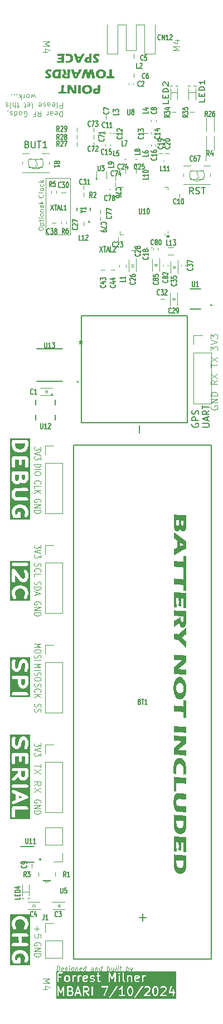
<source format=gbr>
%TF.GenerationSoftware,KiCad,Pcbnew,8.0.3*%
%TF.CreationDate,2024-07-11T13:48:36-07:00*%
%TF.ProjectId,radioboard_dev,72616469-6f62-46f6-9172-645f6465762e,rev?*%
%TF.SameCoordinates,Original*%
%TF.FileFunction,Legend,Top*%
%TF.FilePolarity,Positive*%
%FSLAX46Y46*%
G04 Gerber Fmt 4.6, Leading zero omitted, Abs format (unit mm)*
G04 Created by KiCad (PCBNEW 8.0.3) date 2024-07-11 13:48:36*
%MOMM*%
%LPD*%
G01*
G04 APERTURE LIST*
%ADD10C,0.100000*%
%ADD11C,0.200000*%
%ADD12C,0.500000*%
%ADD13C,0.150000*%
%ADD14C,0.127000*%
%ADD15C,0.120000*%
%ADD16C,0.080000*%
%ADD17C,0.152400*%
G04 APERTURE END LIST*
D10*
G36*
X47838838Y-99846191D02*
G01*
X47938575Y-99859389D01*
X48043431Y-99872246D01*
X48148097Y-99883592D01*
X48205296Y-99888870D01*
X48317148Y-99897775D01*
X48426416Y-99905297D01*
X48526918Y-99911487D01*
X48636007Y-99917605D01*
X48753682Y-99923651D01*
X48854005Y-99928437D01*
X48953275Y-99933074D01*
X49066671Y-99938000D01*
X49168189Y-99941961D01*
X49274332Y-99945438D01*
X49376546Y-99947738D01*
X49435303Y-99948221D01*
X49536052Y-99947274D01*
X49605785Y-99946022D01*
X49603724Y-100106207D01*
X49602338Y-100256789D01*
X49601877Y-100380530D01*
X49602449Y-100528278D01*
X49604166Y-100690337D01*
X49606691Y-100848426D01*
X49607739Y-100903699D01*
X49610808Y-101065194D01*
X49612873Y-101213359D01*
X49613990Y-101362352D01*
X49614089Y-101417341D01*
X49613135Y-101564016D01*
X49609042Y-101711261D01*
X49604319Y-101784438D01*
X49584553Y-101934877D01*
X49560844Y-102036497D01*
X49510931Y-102168291D01*
X49483663Y-102216748D01*
X49403030Y-102307389D01*
X49353237Y-102342777D01*
X49257406Y-102382798D01*
X49167124Y-102394068D01*
X49068560Y-102381130D01*
X49019113Y-102364027D01*
X48925820Y-102308350D01*
X48893572Y-102279763D01*
X48816128Y-102182462D01*
X48801737Y-102157397D01*
X48747212Y-102032204D01*
X48744584Y-102024040D01*
X48710092Y-101883410D01*
X48703551Y-101850384D01*
X48682085Y-101994586D01*
X48675219Y-102025506D01*
X48627821Y-102156882D01*
X48623440Y-102166190D01*
X48555963Y-102274274D01*
X48532581Y-102301012D01*
X48446167Y-102371863D01*
X48408506Y-102391137D01*
X48310338Y-102418246D01*
X48263426Y-102421179D01*
X48160966Y-102408173D01*
X48064612Y-102369156D01*
X47973306Y-102303078D01*
X47904877Y-102225541D01*
X47840344Y-102108934D01*
X47807669Y-102021110D01*
X47770334Y-101878064D01*
X47751981Y-101763922D01*
X47742456Y-101612797D01*
X47737324Y-101457681D01*
X47735373Y-101373378D01*
X47732775Y-101211206D01*
X47731559Y-101097872D01*
X48105157Y-101097872D01*
X48109175Y-101248078D01*
X48117857Y-101328681D01*
X48157312Y-101463460D01*
X48158890Y-101466434D01*
X48227766Y-101541905D01*
X48325464Y-101569749D01*
X48407041Y-101547034D01*
X48466147Y-101478890D01*
X48500830Y-101367516D01*
X48511062Y-101219306D01*
X48511577Y-101161619D01*
X48511577Y-101042184D01*
X48886734Y-101042184D01*
X48888451Y-101189989D01*
X48891130Y-101247348D01*
X48907250Y-101366050D01*
X48945840Y-101465701D01*
X49005924Y-101525785D01*
X49072847Y-101543371D01*
X49157355Y-101507467D01*
X49212554Y-101390963D01*
X49228863Y-101240310D01*
X49230628Y-101145499D01*
X49230628Y-100774738D01*
X48886734Y-100749826D01*
X48886734Y-101042184D01*
X48511577Y-101042184D01*
X48511577Y-100727111D01*
X48105157Y-100702198D01*
X48105157Y-101097872D01*
X47731559Y-101097872D01*
X47731180Y-101062576D01*
X47730257Y-100909734D01*
X47730000Y-100772540D01*
X47731465Y-100231054D01*
X47730000Y-99830984D01*
X47838838Y-99846191D01*
G37*
G36*
X47927836Y-102602163D02*
G01*
X49266287Y-103667551D01*
X49416252Y-103781124D01*
X49508679Y-103848872D01*
X49598117Y-103913374D01*
X49605785Y-103918876D01*
X49604643Y-104068196D01*
X49603681Y-104215921D01*
X49602994Y-104366188D01*
X49602854Y-104448639D01*
X49603085Y-104608493D01*
X49603781Y-104761623D01*
X49605098Y-104923882D01*
X49605785Y-104986462D01*
X49032791Y-105287613D01*
X47930767Y-105899442D01*
X47730000Y-106018876D01*
X47731282Y-105858317D01*
X47732369Y-105706820D01*
X47732930Y-105586567D01*
X47732518Y-105433552D01*
X47731545Y-105271250D01*
X47730354Y-105118636D01*
X47730000Y-105077320D01*
X47832735Y-105033748D01*
X47926822Y-104990317D01*
X48026473Y-104941270D01*
X48131688Y-104886607D01*
X48223618Y-104836765D01*
X48261472Y-104815736D01*
X48261472Y-104666992D01*
X48667892Y-104666992D01*
X48786731Y-104610652D01*
X48891435Y-104561067D01*
X49002437Y-104508585D01*
X49106484Y-104459538D01*
X49202921Y-104414464D01*
X49222812Y-104405408D01*
X49122733Y-104340150D01*
X49032058Y-104279928D01*
X48941289Y-104218201D01*
X48878918Y-104174599D01*
X48667892Y-104026588D01*
X48667892Y-104666992D01*
X48261472Y-104666992D01*
X48261472Y-103776727D01*
X48169263Y-103708996D01*
X48073619Y-103640440D01*
X47974540Y-103571059D01*
X47872027Y-103500855D01*
X47766079Y-103429826D01*
X47730000Y-103405967D01*
X47731142Y-103252509D01*
X47732198Y-103096938D01*
X47732919Y-102948254D01*
X47732930Y-102936288D01*
X47732447Y-102777322D01*
X47731545Y-102630290D01*
X47730354Y-102474196D01*
X47730000Y-102431438D01*
X47927836Y-102602163D01*
G37*
G36*
X47730000Y-106843929D02*
G01*
X47856298Y-106862573D01*
X47984966Y-106879761D01*
X48116004Y-106895494D01*
X48249412Y-106909771D01*
X48385190Y-106922593D01*
X48523338Y-106933960D01*
X48663856Y-106943871D01*
X48806744Y-106952327D01*
X48952002Y-106959327D01*
X49050157Y-106963185D01*
X49149365Y-106966397D01*
X49199364Y-106967760D01*
X49199364Y-106089951D01*
X49346887Y-106100209D01*
X49446644Y-106106153D01*
X49545311Y-106110567D01*
X49605785Y-106112666D01*
X49605212Y-106262051D01*
X49604716Y-106417481D01*
X49604296Y-106578956D01*
X49603953Y-106746476D01*
X49603686Y-106920041D01*
X49603495Y-107099651D01*
X49603380Y-107285306D01*
X49603342Y-107477006D01*
X49604319Y-107985520D01*
X49604319Y-108480112D01*
X49605785Y-108748290D01*
X49475847Y-108735834D01*
X49374599Y-108728511D01*
X49302435Y-108724110D01*
X49203831Y-108721191D01*
X49199364Y-108721179D01*
X49199364Y-108561450D01*
X49199364Y-108412540D01*
X49199364Y-108252486D01*
X49199364Y-108087600D01*
X49199364Y-107994313D01*
X49199364Y-107849965D01*
X49094926Y-107837167D01*
X48994040Y-107825702D01*
X48883093Y-107814230D01*
X48776786Y-107804499D01*
X48750935Y-107802338D01*
X48641077Y-107794180D01*
X48532421Y-107786744D01*
X48424968Y-107780030D01*
X48318716Y-107774036D01*
X48213667Y-107768764D01*
X48178918Y-107767167D01*
X48078597Y-107762934D01*
X47970976Y-107759102D01*
X47860403Y-107756182D01*
X47751846Y-107754759D01*
X47730000Y-107754710D01*
X47731282Y-107600746D01*
X47732369Y-107450279D01*
X47732930Y-107318004D01*
X47732286Y-107169680D01*
X47731282Y-107018089D01*
X47730180Y-106867727D01*
X47730000Y-106843929D01*
G37*
G36*
X47730000Y-109508130D02*
G01*
X47856298Y-109526774D01*
X47984966Y-109543962D01*
X48116004Y-109559695D01*
X48249412Y-109573972D01*
X48385190Y-109586794D01*
X48523338Y-109598161D01*
X48663856Y-109608072D01*
X48806744Y-109616528D01*
X48952002Y-109623528D01*
X49050157Y-109627386D01*
X49149365Y-109630598D01*
X49199364Y-109631961D01*
X49199364Y-108754152D01*
X49346887Y-108764410D01*
X49446644Y-108770354D01*
X49545311Y-108774768D01*
X49605785Y-108776867D01*
X49605212Y-108926252D01*
X49604716Y-109081682D01*
X49604296Y-109243157D01*
X49603953Y-109410677D01*
X49603686Y-109584242D01*
X49603495Y-109763852D01*
X49603380Y-109949507D01*
X49603342Y-110141207D01*
X49604319Y-110649721D01*
X49604319Y-111144313D01*
X49605785Y-111412491D01*
X49475847Y-111400035D01*
X49374599Y-111392712D01*
X49302435Y-111388311D01*
X49203831Y-111385392D01*
X49199364Y-111385380D01*
X49199364Y-111225651D01*
X49199364Y-111076741D01*
X49199364Y-110916687D01*
X49199364Y-110751801D01*
X49199364Y-110658514D01*
X49199364Y-110514166D01*
X49094926Y-110501368D01*
X48994040Y-110489903D01*
X48883093Y-110478431D01*
X48776786Y-110468700D01*
X48750935Y-110466539D01*
X48641077Y-110458381D01*
X48532421Y-110450945D01*
X48424968Y-110444231D01*
X48318716Y-110438237D01*
X48213667Y-110432965D01*
X48178918Y-110431368D01*
X48078597Y-110427135D01*
X47970976Y-110423303D01*
X47860403Y-110420383D01*
X47751846Y-110418960D01*
X47730000Y-110418911D01*
X47731282Y-110264947D01*
X47732369Y-110114480D01*
X47732930Y-109982205D01*
X47732286Y-109833881D01*
X47731282Y-109682290D01*
X47730180Y-109531928D01*
X47730000Y-109508130D01*
G37*
G36*
X47730000Y-111543650D02*
G01*
X47837998Y-111558998D01*
X47940344Y-111572987D01*
X48055697Y-111587980D01*
X48162910Y-111601014D01*
X48261983Y-111612091D01*
X48323510Y-111618388D01*
X48435732Y-111628932D01*
X48543867Y-111637913D01*
X48642401Y-111645359D01*
X48748592Y-111652768D01*
X48862439Y-111660142D01*
X48959030Y-111666015D01*
X49076447Y-111672981D01*
X49180794Y-111678767D01*
X49288757Y-111684150D01*
X49390925Y-111688283D01*
X49484640Y-111690195D01*
X49605785Y-111687997D01*
X49604940Y-111845012D01*
X49604239Y-112011972D01*
X49603681Y-112188879D01*
X49603337Y-112337565D01*
X49603085Y-112492618D01*
X49602925Y-112654035D01*
X49602857Y-112821819D01*
X49602854Y-112864759D01*
X49602899Y-113021598D01*
X49603037Y-113173742D01*
X49603266Y-113321192D01*
X49603681Y-113498904D01*
X49604239Y-113669281D01*
X49604940Y-113832324D01*
X49605785Y-113988032D01*
X49560355Y-113983636D01*
X49460128Y-113974962D01*
X49441653Y-113973378D01*
X49292177Y-113960921D01*
X49194968Y-113957258D01*
X49199346Y-113789325D01*
X49202648Y-113633663D01*
X49205106Y-113470792D01*
X49206159Y-113323948D01*
X49206203Y-113289742D01*
X49206126Y-113138061D01*
X49205783Y-112983243D01*
X49205226Y-112888939D01*
X49203131Y-112735023D01*
X49199696Y-112578011D01*
X49199364Y-112564341D01*
X48886734Y-112539428D01*
X48884415Y-112699269D01*
X48883063Y-112856462D01*
X48882445Y-113006798D01*
X48882337Y-113105827D01*
X48883063Y-113263016D01*
X48884231Y-113422499D01*
X48885467Y-113573487D01*
X48886734Y-113719853D01*
X48785660Y-113708487D01*
X48687123Y-113698675D01*
X48580404Y-113689138D01*
X48480314Y-113681019D01*
X48481456Y-113532826D01*
X48482417Y-113382868D01*
X48483104Y-113224530D01*
X48483244Y-113132938D01*
X48483013Y-112967630D01*
X48482417Y-112811639D01*
X48481456Y-112647130D01*
X48480314Y-112496197D01*
X48136420Y-112471284D01*
X48136420Y-112707955D01*
X48137708Y-112856140D01*
X48139997Y-113009669D01*
X48142281Y-113143196D01*
X48152051Y-113569644D01*
X48157959Y-113716553D01*
X48166839Y-113873119D01*
X48167683Y-113886916D01*
X48061010Y-113875009D01*
X47952505Y-113864201D01*
X47842168Y-113854492D01*
X47744121Y-113846899D01*
X47730000Y-113845883D01*
X47730844Y-113686232D01*
X47731545Y-113521894D01*
X47732103Y-113352869D01*
X47732518Y-113179157D01*
X47732790Y-113000758D01*
X47732919Y-112817673D01*
X47732930Y-112743126D01*
X47731465Y-111836008D01*
X47730000Y-111543650D01*
G37*
G36*
X47730000Y-114308967D02*
G01*
X47833473Y-114325186D01*
X47932318Y-114339862D01*
X48039617Y-114354746D01*
X48140871Y-114367614D01*
X48165240Y-114370516D01*
X48266051Y-114381462D01*
X48374556Y-114391582D01*
X48475809Y-114399762D01*
X48582953Y-114407310D01*
X48614647Y-114409351D01*
X48727965Y-114416303D01*
X48827215Y-114421593D01*
X48928423Y-114426264D01*
X49031589Y-114430317D01*
X49136713Y-114433751D01*
X49154424Y-114434264D01*
X49256765Y-114437003D01*
X49365832Y-114439482D01*
X49463773Y-114441190D01*
X49562080Y-114442198D01*
X49605785Y-114442324D01*
X49603724Y-114593793D01*
X49602258Y-114749864D01*
X49601877Y-114858514D01*
X49602999Y-115016514D01*
X49605746Y-115173822D01*
X49607739Y-115260049D01*
X49611087Y-115407210D01*
X49613338Y-115566277D01*
X49614089Y-115722401D01*
X49612753Y-115881612D01*
X49608746Y-116029517D01*
X49601253Y-116179154D01*
X49600411Y-116192080D01*
X49586001Y-116339724D01*
X49561332Y-116473447D01*
X49521298Y-116609770D01*
X49488548Y-116686671D01*
X49422157Y-116796198D01*
X49393293Y-116831019D01*
X49303717Y-116903009D01*
X49269218Y-116920412D01*
X49171625Y-116948842D01*
X49116810Y-116952652D01*
X49018545Y-116941523D01*
X48946817Y-116917481D01*
X48856117Y-116861508D01*
X48797829Y-116806839D01*
X48722002Y-116704138D01*
X48677662Y-116617795D01*
X48626371Y-116480591D01*
X48583977Y-116335393D01*
X48574103Y-116297592D01*
X48396294Y-116404571D01*
X48302528Y-116463647D01*
X48245352Y-116501291D01*
X47835024Y-116777530D01*
X47744203Y-116834803D01*
X47730000Y-116843475D01*
X47731282Y-116687404D01*
X47732369Y-116531470D01*
X47732930Y-116386253D01*
X47732447Y-116234199D01*
X47731416Y-116074773D01*
X47730180Y-115920648D01*
X47730000Y-115899721D01*
X47824825Y-115857056D01*
X47928744Y-115810829D01*
X47997690Y-115780286D01*
X48092752Y-115736775D01*
X48124207Y-115720202D01*
X48217124Y-115672454D01*
X48316274Y-115619773D01*
X48400202Y-115574389D01*
X48792944Y-115361898D01*
X48792944Y-115512960D01*
X48792944Y-115580251D01*
X48801216Y-115732562D01*
X48822254Y-115853559D01*
X48871904Y-115983332D01*
X48913600Y-116038939D01*
X49005358Y-116096969D01*
X49043049Y-116101954D01*
X49138676Y-116060094D01*
X49144166Y-116054327D01*
X49201881Y-115935547D01*
X49209134Y-115904850D01*
X49226514Y-115755262D01*
X49230607Y-115603682D01*
X49230628Y-115590509D01*
X49228674Y-115441033D01*
X49225724Y-115292423D01*
X49225254Y-115260782D01*
X49114263Y-115251070D01*
X49015080Y-115243253D01*
X48909815Y-115235686D01*
X48798467Y-115228369D01*
X48681037Y-115221303D01*
X48582714Y-115215830D01*
X48532093Y-115213154D01*
X48430228Y-115208254D01*
X48328822Y-115203812D01*
X48227873Y-115199828D01*
X48127383Y-115196301D01*
X48027350Y-115193233D01*
X47927775Y-115190623D01*
X47828658Y-115188470D01*
X47730000Y-115186776D01*
X47731282Y-115029697D01*
X47732369Y-114875853D01*
X47732930Y-114739812D01*
X47732286Y-114585660D01*
X47731142Y-114436023D01*
X47730000Y-114308967D01*
G37*
G36*
X47730000Y-117850977D02*
G01*
X47834803Y-117867498D01*
X47941805Y-117881376D01*
X48041859Y-117893052D01*
X48105645Y-117900070D01*
X48214234Y-117911490D01*
X48320075Y-117921107D01*
X48424985Y-117927976D01*
X48480314Y-117929379D01*
X49605785Y-116985625D01*
X49604502Y-117134460D01*
X49603498Y-117285478D01*
X49602925Y-117432882D01*
X49602854Y-117498535D01*
X49603266Y-117654777D01*
X49604368Y-117816647D01*
X49605785Y-117962352D01*
X49515100Y-118019754D01*
X49424592Y-118081082D01*
X49325661Y-118151567D01*
X49278988Y-118185834D01*
X49186755Y-118253245D01*
X49089052Y-118321200D01*
X48997763Y-118380808D01*
X48940467Y-118415911D01*
X49040387Y-118501417D01*
X49131686Y-118580431D01*
X49227306Y-118664410D01*
X49311191Y-118739553D01*
X49373754Y-118796930D01*
X49463160Y-118879061D01*
X49550172Y-118956272D01*
X49605785Y-119002826D01*
X49604239Y-119164313D01*
X49603266Y-119321792D01*
X49602865Y-119475264D01*
X49602854Y-119505478D01*
X49603415Y-119657368D01*
X49604502Y-119814460D01*
X49605785Y-119969295D01*
X48701598Y-119064375D01*
X48609016Y-118972739D01*
X48523969Y-118889791D01*
X48440288Y-118811584D01*
X48417787Y-118794731D01*
X48404598Y-118792533D01*
X48390921Y-118792533D01*
X48377732Y-118790335D01*
X48174521Y-118776413D01*
X48071268Y-118769498D01*
X47962763Y-118763407D01*
X47863514Y-118758754D01*
X47760244Y-118754732D01*
X47730000Y-118753699D01*
X47731416Y-118600562D01*
X47732518Y-118441888D01*
X47732930Y-118304536D01*
X47732447Y-118151207D01*
X47731416Y-118004461D01*
X47730000Y-117850977D01*
G37*
G36*
X47730000Y-121014899D02*
G01*
X48018695Y-121055932D01*
X48997131Y-121136532D01*
X49391339Y-121159246D01*
X49605785Y-121159246D01*
X49604502Y-121314356D01*
X49603498Y-121477797D01*
X49602957Y-121629529D01*
X49602854Y-121724180D01*
X49603266Y-121875511D01*
X49604239Y-122032161D01*
X49605604Y-122196883D01*
X49605785Y-122216574D01*
X48530139Y-123098046D01*
X48371870Y-123219679D01*
X48482763Y-123229652D01*
X48592066Y-123238256D01*
X48693200Y-123245465D01*
X48803469Y-123252710D01*
X48922874Y-123259991D01*
X49024975Y-123265841D01*
X49125947Y-123271508D01*
X49240762Y-123277530D01*
X49342912Y-123282370D01*
X49448775Y-123286621D01*
X49549229Y-123289431D01*
X49605785Y-123290021D01*
X49604239Y-123438599D01*
X49603140Y-123590823D01*
X49602854Y-123695953D01*
X49603681Y-123844930D01*
X49604940Y-124001923D01*
X49605785Y-124099686D01*
X49196434Y-124049860D01*
X48058262Y-123957537D01*
X47730000Y-123945080D01*
X47731416Y-123797366D01*
X47732447Y-123639629D01*
X47732905Y-123488618D01*
X47732930Y-123444627D01*
X47732584Y-123294060D01*
X47731786Y-123144723D01*
X47730686Y-122992224D01*
X47730000Y-122909002D01*
X47821339Y-122836496D01*
X47910426Y-122763865D01*
X47926859Y-122750000D01*
X48322044Y-122404152D01*
X48418001Y-122320117D01*
X48511943Y-122239471D01*
X48603870Y-122162214D01*
X48693782Y-122088346D01*
X48781137Y-122016527D01*
X48874674Y-121942854D01*
X48940467Y-121892708D01*
X48283454Y-121849477D01*
X47730000Y-121828960D01*
X47731545Y-121681012D01*
X47732699Y-121524195D01*
X47732930Y-121439149D01*
X47732286Y-121289730D01*
X47731142Y-121141639D01*
X47730000Y-121014899D01*
G37*
G36*
X48739993Y-124413308D02*
G01*
X48844556Y-124435333D01*
X48943967Y-124472041D01*
X49038225Y-124523432D01*
X49127332Y-124589506D01*
X49155889Y-124614794D01*
X49237382Y-124700463D01*
X49311869Y-124800300D01*
X49379349Y-124914306D01*
X49439822Y-125042479D01*
X49493288Y-125184820D01*
X49509553Y-125235415D01*
X49552881Y-125393247D01*
X49587245Y-125558445D01*
X49609034Y-125701739D01*
X49624597Y-125850149D01*
X49633935Y-126003675D01*
X49637048Y-126162317D01*
X49633353Y-126325624D01*
X49622271Y-126485816D01*
X49603800Y-126642895D01*
X49577941Y-126796860D01*
X49544205Y-126944505D01*
X49501615Y-127082624D01*
X49450171Y-127211218D01*
X49389874Y-127330286D01*
X49322921Y-127437677D01*
X49241687Y-127541084D01*
X49154193Y-127626059D01*
X49092386Y-127672470D01*
X48993846Y-127727371D01*
X48887268Y-127764305D01*
X48785785Y-127782050D01*
X48705505Y-127786043D01*
X48606837Y-127780083D01*
X48498424Y-127758673D01*
X48394651Y-127721693D01*
X48295519Y-127669143D01*
X48283454Y-127661479D01*
X48191069Y-127592282D01*
X48105889Y-127509255D01*
X48027915Y-127412398D01*
X47957145Y-127301710D01*
X47894680Y-127178428D01*
X47841130Y-127043789D01*
X47796495Y-126897793D01*
X47760774Y-126740440D01*
X47736601Y-126596810D01*
X47718366Y-126450585D01*
X47706067Y-126301766D01*
X47699706Y-126150353D01*
X47698971Y-126083915D01*
X48105157Y-126083915D01*
X48114277Y-126236583D01*
X48141636Y-126380246D01*
X48182337Y-126503036D01*
X48242730Y-126623275D01*
X48317783Y-126722041D01*
X48398736Y-126793196D01*
X48496343Y-126850348D01*
X48597067Y-126883777D01*
X48691339Y-126893580D01*
X48790998Y-126882584D01*
X48893397Y-126845507D01*
X48965868Y-126800523D01*
X49052422Y-126719019D01*
X49123039Y-126612991D01*
X49161263Y-126528681D01*
X49203532Y-126387757D01*
X49226292Y-126234262D01*
X49230628Y-126124948D01*
X49221334Y-125967100D01*
X49193455Y-125819989D01*
X49151981Y-125695569D01*
X49090975Y-125574480D01*
X49015423Y-125474170D01*
X48934117Y-125401012D01*
X48835702Y-125342608D01*
X48732553Y-125308448D01*
X48634675Y-125298430D01*
X48536255Y-125309512D01*
X48435733Y-125346882D01*
X48365031Y-125392219D01*
X48280927Y-125476265D01*
X48211799Y-125587720D01*
X48174033Y-125677251D01*
X48134819Y-125811917D01*
X48110605Y-125964949D01*
X48105157Y-126083915D01*
X47698971Y-126083915D01*
X47698736Y-126062666D01*
X47701635Y-125911763D01*
X47710330Y-125763595D01*
X47724823Y-125618162D01*
X47748484Y-125455302D01*
X47759309Y-125395150D01*
X47794510Y-125240636D01*
X47839054Y-125096563D01*
X47892940Y-124962932D01*
X47956168Y-124839742D01*
X48026236Y-124730336D01*
X48109659Y-124627728D01*
X48197952Y-124546796D01*
X48259518Y-124504885D01*
X48356388Y-124457068D01*
X48459055Y-124424900D01*
X48567517Y-124408382D01*
X48630279Y-124405967D01*
X48739993Y-124413308D01*
G37*
G36*
X47730000Y-128723203D02*
G01*
X47856298Y-128741847D01*
X47984966Y-128759035D01*
X48116004Y-128774768D01*
X48249412Y-128789046D01*
X48385190Y-128801868D01*
X48523338Y-128813234D01*
X48663856Y-128823145D01*
X48806744Y-128831601D01*
X48952002Y-128838601D01*
X49050157Y-128842460D01*
X49149365Y-128845671D01*
X49199364Y-128847034D01*
X49199364Y-127969225D01*
X49346887Y-127979484D01*
X49446644Y-127985428D01*
X49545311Y-127989841D01*
X49605785Y-127991940D01*
X49605212Y-128141325D01*
X49604716Y-128296755D01*
X49604296Y-128458230D01*
X49603953Y-128625750D01*
X49603686Y-128799315D01*
X49603495Y-128978925D01*
X49603380Y-129164580D01*
X49603342Y-129356281D01*
X49604319Y-129864794D01*
X49604319Y-130359386D01*
X49605785Y-130627565D01*
X49475847Y-130615108D01*
X49374599Y-130607785D01*
X49302435Y-130603385D01*
X49203831Y-130600465D01*
X49199364Y-130600454D01*
X49199364Y-130440725D01*
X49199364Y-130291815D01*
X49199364Y-130131761D01*
X49199364Y-129966874D01*
X49199364Y-129873587D01*
X49199364Y-129729239D01*
X49094926Y-129716442D01*
X48994040Y-129704976D01*
X48883093Y-129693505D01*
X48776786Y-129683773D01*
X48750935Y-129681612D01*
X48641077Y-129673455D01*
X48532421Y-129666019D01*
X48424968Y-129659304D01*
X48318716Y-129653310D01*
X48213667Y-129648038D01*
X48178918Y-129646441D01*
X48078597Y-129642208D01*
X47970976Y-129638376D01*
X47860403Y-129635457D01*
X47751846Y-129634033D01*
X47730000Y-129633985D01*
X47731282Y-129480020D01*
X47732369Y-129329553D01*
X47732930Y-129197278D01*
X47732286Y-129048955D01*
X47731282Y-128897363D01*
X47730180Y-128747002D01*
X47730000Y-128723203D01*
G37*
G36*
X47730000Y-131818981D02*
G01*
X47865949Y-131833444D01*
X47997926Y-131846974D01*
X48125931Y-131859570D01*
X48249962Y-131871234D01*
X48370021Y-131881964D01*
X48486107Y-131891762D01*
X48598220Y-131900626D01*
X48706360Y-131908557D01*
X48810528Y-131915555D01*
X48910723Y-131921620D01*
X49053566Y-131928968D01*
X49187471Y-131934217D01*
X49312437Y-131937366D01*
X49428464Y-131938416D01*
X49605785Y-131936218D01*
X49604502Y-132101540D01*
X49603498Y-132251836D01*
X49602865Y-132402216D01*
X49602854Y-132418353D01*
X49603681Y-132571199D01*
X49604789Y-132727968D01*
X49605785Y-132861654D01*
X49490998Y-132848156D01*
X49378547Y-132835688D01*
X49268432Y-132824250D01*
X49160652Y-132813843D01*
X49055208Y-132804467D01*
X49020579Y-132801570D01*
X48901517Y-132793034D01*
X48784913Y-132785284D01*
X48670765Y-132778322D01*
X48559074Y-132772147D01*
X48449840Y-132766758D01*
X48343062Y-132762157D01*
X48301039Y-132760537D01*
X48198870Y-132756949D01*
X48082595Y-132753445D01*
X47973224Y-132750818D01*
X47870756Y-132749066D01*
X47759936Y-132748130D01*
X47730000Y-132748081D01*
X47732930Y-132326029D01*
X47732369Y-132168029D01*
X47731416Y-132014023D01*
X47730354Y-131865870D01*
X47730000Y-131818981D01*
G37*
G36*
X47730000Y-133245604D02*
G01*
X48018695Y-133286636D01*
X48997131Y-133367237D01*
X49391339Y-133389951D01*
X49605785Y-133389951D01*
X49604502Y-133545061D01*
X49603498Y-133708501D01*
X49602957Y-133860234D01*
X49602854Y-133954885D01*
X49603266Y-134106216D01*
X49604239Y-134262866D01*
X49605604Y-134427588D01*
X49605785Y-134447278D01*
X48530139Y-135328751D01*
X48371870Y-135450384D01*
X48482763Y-135460357D01*
X48592066Y-135468960D01*
X48693200Y-135476170D01*
X48803469Y-135483415D01*
X48922874Y-135490695D01*
X49024975Y-135496546D01*
X49125947Y-135502213D01*
X49240762Y-135508234D01*
X49342912Y-135513075D01*
X49448775Y-135517325D01*
X49549229Y-135520135D01*
X49605785Y-135520726D01*
X49604239Y-135669304D01*
X49603140Y-135821528D01*
X49602854Y-135926657D01*
X49603681Y-136075635D01*
X49604940Y-136232628D01*
X49605785Y-136330391D01*
X49196434Y-136280565D01*
X48058262Y-136188241D01*
X47730000Y-136175785D01*
X47731416Y-136028071D01*
X47732447Y-135870334D01*
X47732905Y-135719323D01*
X47732930Y-135675331D01*
X47732584Y-135524765D01*
X47731786Y-135375428D01*
X47730686Y-135222929D01*
X47730000Y-135139707D01*
X47821339Y-135067201D01*
X47910426Y-134994569D01*
X47926859Y-134980705D01*
X48322044Y-134634857D01*
X48418001Y-134550822D01*
X48511943Y-134470176D01*
X48603870Y-134392919D01*
X48693782Y-134319051D01*
X48781137Y-134247232D01*
X48874674Y-134173559D01*
X48940467Y-134123412D01*
X48283454Y-134080181D01*
X47730000Y-134059665D01*
X47731545Y-133911717D01*
X47732699Y-133754900D01*
X47732930Y-133669853D01*
X47732286Y-133520435D01*
X47731142Y-133372343D01*
X47730000Y-133245604D01*
G37*
G36*
X48136420Y-139126483D02*
G01*
X48035750Y-139095210D01*
X47932233Y-139066399D01*
X47835936Y-139041572D01*
X47739204Y-139020418D01*
X47730000Y-139018772D01*
X47719375Y-138856707D01*
X47710949Y-138701340D01*
X47704720Y-138552671D01*
X47700232Y-138387688D01*
X47698736Y-138231821D01*
X47702186Y-138067644D01*
X47712536Y-137909238D01*
X47729786Y-137756601D01*
X47753935Y-137609735D01*
X47786206Y-137469051D01*
X47827330Y-137334229D01*
X47877308Y-137205269D01*
X47936140Y-137082170D01*
X48002178Y-136970887D01*
X48083111Y-136866057D01*
X48171077Y-136782788D01*
X48233628Y-136739253D01*
X48333045Y-136689665D01*
X48438953Y-136656306D01*
X48538543Y-136640278D01*
X48616601Y-136636671D01*
X48722546Y-136643333D01*
X48823675Y-136663319D01*
X48919989Y-136696628D01*
X49024166Y-136751010D01*
X49061612Y-136775890D01*
X49156408Y-136853055D01*
X49242962Y-136945333D01*
X49321272Y-137052724D01*
X49391339Y-137175227D01*
X49452797Y-137308812D01*
X49504790Y-137448718D01*
X49547319Y-137594943D01*
X49580383Y-137747488D01*
X49605174Y-137904475D01*
X49622882Y-138064027D01*
X49633506Y-138226143D01*
X49637048Y-138390823D01*
X49635094Y-138552253D01*
X49630178Y-138708305D01*
X49622271Y-138878171D01*
X49613112Y-139034766D01*
X49605785Y-139144801D01*
X49498806Y-139149198D01*
X49400592Y-139155899D01*
X49344445Y-139160921D01*
X49199364Y-139175576D01*
X49210405Y-139020664D01*
X49219881Y-138865494D01*
X49223789Y-138785031D01*
X49229125Y-138632416D01*
X49230628Y-138508060D01*
X49224638Y-138355844D01*
X49203935Y-138197048D01*
X49168443Y-138049129D01*
X49154912Y-138006874D01*
X49101169Y-137877272D01*
X49033974Y-137765989D01*
X48953326Y-137673024D01*
X48935582Y-137656629D01*
X48842560Y-137589396D01*
X48743623Y-137547064D01*
X48638770Y-137529633D01*
X48617090Y-137529135D01*
X48512698Y-137541776D01*
X48411192Y-137584400D01*
X48343538Y-137636113D01*
X48265387Y-137727303D01*
X48201663Y-137839308D01*
X48167194Y-137925541D01*
X48129390Y-138074434D01*
X48110064Y-138232100D01*
X48105157Y-138376169D01*
X48106744Y-138529126D01*
X48111116Y-138684169D01*
X48111507Y-138694906D01*
X48118682Y-138849202D01*
X48127902Y-139002240D01*
X48136420Y-139126483D01*
G37*
G36*
X47730000Y-139483322D02*
G01*
X47828438Y-139498864D01*
X47938851Y-139515625D01*
X48040850Y-139530325D01*
X48149212Y-139544871D01*
X48259030Y-139558060D01*
X48375689Y-139571033D01*
X48492110Y-139582933D01*
X48608292Y-139593759D01*
X48724236Y-139603512D01*
X48839941Y-139612192D01*
X48955408Y-139619798D01*
X49001528Y-139622540D01*
X49113653Y-139628873D01*
X49219219Y-139634132D01*
X49318225Y-139638318D01*
X49428375Y-139641925D01*
X49529079Y-139643985D01*
X49605785Y-139644522D01*
X49604368Y-139796982D01*
X49603337Y-139954691D01*
X49602865Y-140113955D01*
X49602854Y-140141312D01*
X49603415Y-140293442D01*
X49604643Y-140447409D01*
X49605785Y-140561165D01*
X49107041Y-140512073D01*
X48327906Y-140449791D01*
X48136420Y-140441731D01*
X48134710Y-140603572D01*
X48133260Y-140762339D01*
X48132512Y-140903350D01*
X48132738Y-141066142D01*
X48133418Y-141216090D01*
X48134832Y-141379074D01*
X48137306Y-141545845D01*
X48141222Y-141705614D01*
X48141793Y-141723273D01*
X47730000Y-141677844D01*
X47730844Y-141509670D01*
X47731545Y-141344037D01*
X47732103Y-141180944D01*
X47732518Y-141020392D01*
X47732790Y-140862379D01*
X47732919Y-140706907D01*
X47732930Y-140645429D01*
X47732885Y-140482214D01*
X47732747Y-140324128D01*
X47732518Y-140171171D01*
X47732198Y-140023343D01*
X47731668Y-139845770D01*
X47730996Y-139676213D01*
X47730180Y-139514669D01*
X47730000Y-139483322D01*
G37*
G36*
X49605785Y-142086706D02*
G01*
X49604502Y-142235679D01*
X49603415Y-142388536D01*
X49602854Y-142540265D01*
X49603337Y-142692236D01*
X49604502Y-142848973D01*
X49605785Y-142979170D01*
X49015205Y-142917620D01*
X48913100Y-142906644D01*
X48815003Y-142897528D01*
X48711723Y-142889649D01*
X48702575Y-142889044D01*
X48598898Y-142883351D01*
X48501318Y-142880251D01*
X48398618Y-142886662D01*
X48324487Y-142902966D01*
X48230331Y-142957646D01*
X48204319Y-142985031D01*
X48144052Y-143101123D01*
X48130069Y-143151361D01*
X48108100Y-143294595D01*
X48105157Y-143372645D01*
X48116188Y-143519602D01*
X48123230Y-143558025D01*
X48164752Y-143679658D01*
X48222393Y-143761724D01*
X48311042Y-143832381D01*
X48322044Y-143838660D01*
X48419957Y-143877352D01*
X48467613Y-143887753D01*
X48568317Y-143903346D01*
X48671632Y-143915803D01*
X48785775Y-143928054D01*
X48880872Y-143937579D01*
X48982355Y-143947058D01*
X49080540Y-143955714D01*
X49190923Y-143964770D01*
X49296817Y-143972704D01*
X49384012Y-143978611D01*
X49491217Y-143985444D01*
X49591924Y-143996059D01*
X49605785Y-144001326D01*
X49605785Y-144148742D01*
X49605785Y-144309699D01*
X49605785Y-144456833D01*
X49605785Y-144491521D01*
X49605785Y-144909909D01*
X48632233Y-144809525D01*
X48587292Y-144807327D01*
X48486221Y-144803017D01*
X48383238Y-144794732D01*
X48285236Y-144780971D01*
X48184780Y-144754571D01*
X48088088Y-144704742D01*
X48003177Y-144632194D01*
X47981081Y-144607292D01*
X47908699Y-144499161D01*
X47851867Y-144377230D01*
X47825254Y-144306141D01*
X47782635Y-144163808D01*
X47752104Y-144023444D01*
X47729397Y-143872634D01*
X47727557Y-143856978D01*
X47712359Y-143699327D01*
X47702789Y-143540531D01*
X47698849Y-143380590D01*
X47698736Y-143348465D01*
X47701334Y-143191357D01*
X47709126Y-143038406D01*
X47720718Y-142902966D01*
X47741803Y-142748633D01*
X47769338Y-142607118D01*
X47784221Y-142546127D01*
X47826718Y-142406604D01*
X47878910Y-142277301D01*
X47882407Y-142269888D01*
X47948314Y-142155342D01*
X47988408Y-142105024D01*
X48077456Y-142035359D01*
X48118346Y-142014899D01*
X48217831Y-141984682D01*
X48300551Y-141977530D01*
X48399713Y-141981193D01*
X48499505Y-141990030D01*
X48591200Y-142000244D01*
X48810530Y-142026622D01*
X48909298Y-142037087D01*
X49013815Y-142045691D01*
X49064054Y-142049337D01*
X49605785Y-142086706D01*
G37*
G36*
X47843040Y-145248315D02*
G01*
X47947322Y-145262260D01*
X48057915Y-145275924D01*
X48156587Y-145286784D01*
X48231674Y-145293859D01*
X48342608Y-145303201D01*
X48443895Y-145310987D01*
X48553220Y-145318772D01*
X48670583Y-145326557D01*
X48770261Y-145332785D01*
X48875083Y-145339013D01*
X48957076Y-145343685D01*
X49058892Y-145348962D01*
X49168572Y-145354114D01*
X49279299Y-145358497D01*
X49383117Y-145361359D01*
X49445073Y-145362003D01*
X49605785Y-145362003D01*
X49603560Y-145519944D01*
X49602186Y-145674470D01*
X49601877Y-145778193D01*
X49602844Y-145933009D01*
X49605174Y-146091022D01*
X49607739Y-146221493D01*
X49610808Y-146373033D01*
X49613041Y-146535292D01*
X49614033Y-146691112D01*
X49614089Y-146736602D01*
X49612350Y-146886596D01*
X49606339Y-147040612D01*
X49594769Y-147194657D01*
X49592107Y-147220935D01*
X49569026Y-147373091D01*
X49532756Y-147517415D01*
X49501249Y-147609281D01*
X49443913Y-147736226D01*
X49374487Y-147846685D01*
X49321486Y-147911165D01*
X49232597Y-147994250D01*
X49141701Y-148056109D01*
X49060635Y-148096546D01*
X48957166Y-148132839D01*
X48851620Y-148154068D01*
X48753866Y-148160293D01*
X48648456Y-148154406D01*
X48545816Y-148136743D01*
X48454912Y-148110468D01*
X48359467Y-148072041D01*
X48262850Y-148019456D01*
X48195526Y-147972715D01*
X48107180Y-147895720D01*
X48023939Y-147801713D01*
X47997201Y-147765352D01*
X47929120Y-147655538D01*
X47870203Y-147532539D01*
X47855052Y-147494976D01*
X47809561Y-147359333D01*
X47786175Y-147265632D01*
X47762844Y-147119415D01*
X47747564Y-146962977D01*
X47746608Y-146950558D01*
X47737152Y-146790735D01*
X47731962Y-146632970D01*
X47730064Y-146480825D01*
X47730000Y-146445708D01*
X47730798Y-146275742D01*
X48136420Y-146275742D01*
X48136420Y-146359246D01*
X48139854Y-146510578D01*
X48151327Y-146660102D01*
X48160844Y-146734403D01*
X48195978Y-146880108D01*
X48255583Y-147008103D01*
X48265380Y-147023831D01*
X48344507Y-147120843D01*
X48433386Y-147188322D01*
X48471521Y-147208479D01*
X48566569Y-147245092D01*
X48663404Y-147264807D01*
X48728953Y-147268562D01*
X48834111Y-147258086D01*
X48935136Y-147222760D01*
X49001528Y-147179902D01*
X49085650Y-147091105D01*
X49147145Y-146971063D01*
X49155889Y-146943964D01*
X49185609Y-146794759D01*
X49197284Y-146648994D01*
X49199364Y-146543161D01*
X49199364Y-146392487D01*
X49199364Y-146242628D01*
X49199364Y-146192917D01*
X48136420Y-146122575D01*
X48136420Y-146275742D01*
X47730798Y-146275742D01*
X47733907Y-145613329D01*
X47732930Y-145459456D01*
X47731125Y-145311164D01*
X47730000Y-145232310D01*
X47843040Y-145248315D01*
G37*
G36*
X47730000Y-148473168D02*
G01*
X47837998Y-148488517D01*
X47940344Y-148502506D01*
X48055697Y-148517498D01*
X48162910Y-148530533D01*
X48261983Y-148541610D01*
X48323510Y-148547907D01*
X48435732Y-148558450D01*
X48543867Y-148567432D01*
X48642401Y-148574877D01*
X48748592Y-148582287D01*
X48862439Y-148589661D01*
X48959030Y-148595534D01*
X49076447Y-148602500D01*
X49180794Y-148608285D01*
X49288757Y-148613669D01*
X49390925Y-148617801D01*
X49484640Y-148619714D01*
X49605785Y-148617516D01*
X49604940Y-148774530D01*
X49604239Y-148941490D01*
X49603681Y-149118397D01*
X49603337Y-149267084D01*
X49603085Y-149422136D01*
X49602925Y-149583554D01*
X49602857Y-149751337D01*
X49602854Y-149794278D01*
X49602899Y-149951116D01*
X49603037Y-150103260D01*
X49603266Y-150250710D01*
X49603681Y-150428422D01*
X49604239Y-150598799D01*
X49604940Y-150761842D01*
X49605785Y-150917551D01*
X49560355Y-150913154D01*
X49460128Y-150904480D01*
X49441653Y-150902896D01*
X49292177Y-150890440D01*
X49194968Y-150886776D01*
X49199346Y-150718843D01*
X49202648Y-150563182D01*
X49205106Y-150400310D01*
X49206159Y-150253467D01*
X49206203Y-150219260D01*
X49206126Y-150067579D01*
X49205783Y-149912762D01*
X49205226Y-149818458D01*
X49203131Y-149664542D01*
X49199696Y-149507530D01*
X49199364Y-149493859D01*
X48886734Y-149468946D01*
X48884415Y-149628787D01*
X48883063Y-149785981D01*
X48882445Y-149936316D01*
X48882337Y-150035345D01*
X48883063Y-150192534D01*
X48884231Y-150352017D01*
X48885467Y-150503005D01*
X48886734Y-150649372D01*
X48785660Y-150638005D01*
X48687123Y-150628194D01*
X48580404Y-150618657D01*
X48480314Y-150610537D01*
X48481456Y-150462344D01*
X48482417Y-150312387D01*
X48483104Y-150154049D01*
X48483244Y-150062456D01*
X48483013Y-149897148D01*
X48482417Y-149741157D01*
X48481456Y-149576648D01*
X48480314Y-149425715D01*
X48136420Y-149400803D01*
X48136420Y-149637474D01*
X48137708Y-149785658D01*
X48139997Y-149939188D01*
X48142281Y-150072715D01*
X48152051Y-150499163D01*
X48157959Y-150646072D01*
X48166839Y-150802637D01*
X48167683Y-150816434D01*
X48061010Y-150804527D01*
X47952505Y-150793719D01*
X47842168Y-150784011D01*
X47744121Y-150776417D01*
X47730000Y-150775401D01*
X47730844Y-150615750D01*
X47731545Y-150451412D01*
X47732103Y-150282387D01*
X47732518Y-150108676D01*
X47732790Y-149930277D01*
X47732919Y-149747191D01*
X47732930Y-149672645D01*
X47731465Y-148765527D01*
X47730000Y-148473168D01*
G37*
G36*
X47843040Y-151262551D02*
G01*
X47947322Y-151276496D01*
X48057915Y-151290160D01*
X48156587Y-151301020D01*
X48231674Y-151308095D01*
X48342608Y-151317437D01*
X48443895Y-151325222D01*
X48553220Y-151333008D01*
X48670583Y-151340793D01*
X48770261Y-151347021D01*
X48875083Y-151353249D01*
X48957076Y-151357920D01*
X49058892Y-151363198D01*
X49168572Y-151368350D01*
X49279299Y-151372732D01*
X49383117Y-151375595D01*
X49445073Y-151376239D01*
X49605785Y-151376239D01*
X49603560Y-151534180D01*
X49602186Y-151688706D01*
X49601877Y-151792428D01*
X49602844Y-151947245D01*
X49605174Y-152105258D01*
X49607739Y-152235729D01*
X49610808Y-152387269D01*
X49613041Y-152549528D01*
X49614033Y-152705347D01*
X49614089Y-152750837D01*
X49612350Y-152900831D01*
X49606339Y-153054847D01*
X49594769Y-153208893D01*
X49592107Y-153235171D01*
X49569026Y-153387327D01*
X49532756Y-153531651D01*
X49501249Y-153623517D01*
X49443913Y-153750462D01*
X49374487Y-153860921D01*
X49321486Y-153925401D01*
X49232597Y-154008486D01*
X49141701Y-154070345D01*
X49060635Y-154110782D01*
X48957166Y-154147075D01*
X48851620Y-154168304D01*
X48753866Y-154174529D01*
X48648456Y-154168641D01*
X48545816Y-154150979D01*
X48454912Y-154124703D01*
X48359467Y-154086277D01*
X48262850Y-154033692D01*
X48195526Y-153986950D01*
X48107180Y-153909956D01*
X48023939Y-153815949D01*
X47997201Y-153779588D01*
X47929120Y-153669773D01*
X47870203Y-153546775D01*
X47855052Y-153509211D01*
X47809561Y-153373569D01*
X47786175Y-153279867D01*
X47762844Y-153133651D01*
X47747564Y-152977213D01*
X47746608Y-152964794D01*
X47737152Y-152804971D01*
X47731962Y-152647206D01*
X47730064Y-152495061D01*
X47730000Y-152459944D01*
X47730798Y-152289978D01*
X48136420Y-152289978D01*
X48136420Y-152373482D01*
X48139854Y-152524814D01*
X48151327Y-152674337D01*
X48160844Y-152748639D01*
X48195978Y-152894344D01*
X48255583Y-153022339D01*
X48265380Y-153038067D01*
X48344507Y-153135079D01*
X48433386Y-153202557D01*
X48471521Y-153222715D01*
X48566569Y-153259328D01*
X48663404Y-153279043D01*
X48728953Y-153282798D01*
X48834111Y-153272322D01*
X48935136Y-153236996D01*
X49001528Y-153194138D01*
X49085650Y-153105341D01*
X49147145Y-152985299D01*
X49155889Y-152958200D01*
X49185609Y-152808995D01*
X49197284Y-152663230D01*
X49199364Y-152557397D01*
X49199364Y-152406723D01*
X49199364Y-152256864D01*
X49199364Y-152207153D01*
X48136420Y-152136811D01*
X48136420Y-152289978D01*
X47730798Y-152289978D01*
X47733907Y-151627565D01*
X47732930Y-151473692D01*
X47731125Y-151325400D01*
X47730000Y-151246546D01*
X47843040Y-151262551D01*
G37*
G36*
X36588708Y-34902000D02*
G01*
X36569559Y-35148196D01*
X36544598Y-35629306D01*
X36533998Y-35969878D01*
X36533116Y-36038266D01*
X36532972Y-36079299D01*
X36533373Y-36151721D01*
X36533998Y-36215049D01*
X36459586Y-36213426D01*
X36388994Y-36212335D01*
X36330201Y-36211972D01*
X36260940Y-36212705D01*
X36188318Y-36214472D01*
X36127431Y-36216417D01*
X36058029Y-36218566D01*
X35988212Y-36220128D01*
X35914569Y-36220858D01*
X35908931Y-36220862D01*
X35834907Y-36219226D01*
X35763356Y-36212943D01*
X35718129Y-36204107D01*
X35652012Y-36179583D01*
X35605973Y-36152132D01*
X35552837Y-36105848D01*
X35523565Y-36069041D01*
X35490370Y-36007898D01*
X35474326Y-35960646D01*
X35461054Y-35891523D01*
X35457913Y-35836863D01*
X35462862Y-35765174D01*
X35477712Y-35697055D01*
X35502461Y-35632507D01*
X35520488Y-35598189D01*
X35559716Y-35541875D01*
X35612757Y-35489329D01*
X35675749Y-35447334D01*
X35696587Y-35436794D01*
X35762497Y-35411008D01*
X35832896Y-35393661D01*
X35907786Y-35384753D01*
X35951332Y-35383451D01*
X36022418Y-35392000D01*
X36071353Y-35405335D01*
X36085393Y-35473432D01*
X36100418Y-35537666D01*
X36117463Y-35605855D01*
X36134954Y-35667945D01*
X36066407Y-35667945D01*
X36046391Y-35667945D01*
X35975671Y-35675564D01*
X35911098Y-35705857D01*
X35901751Y-35714107D01*
X35863318Y-35772807D01*
X35854221Y-35827289D01*
X35864821Y-35885077D01*
X35898673Y-35926452D01*
X35949622Y-35947652D01*
X36012881Y-35952439D01*
X36082683Y-35950514D01*
X36085030Y-35950387D01*
X36165728Y-35944575D01*
X36170256Y-35872955D01*
X36174352Y-35798379D01*
X36178014Y-35720846D01*
X36181244Y-35640355D01*
X36183605Y-35571020D01*
X36184877Y-35528434D01*
X36187138Y-35453209D01*
X36189177Y-35383845D01*
X36191549Y-35300476D01*
X36193526Y-35227525D01*
X36195441Y-35150988D01*
X36196923Y-35080631D01*
X36197529Y-35028175D01*
X36197529Y-34902000D01*
X36388673Y-34904051D01*
X36458856Y-34903538D01*
X36533021Y-34902697D01*
X36588708Y-34902000D01*
G37*
G36*
X34664935Y-34882144D02*
G01*
X34734080Y-34888231D01*
X34801949Y-34898376D01*
X34877951Y-34914938D01*
X34906021Y-34922516D01*
X34978128Y-34947157D01*
X35045362Y-34978338D01*
X35107723Y-35016058D01*
X35165212Y-35060318D01*
X35216268Y-35109365D01*
X35264152Y-35167761D01*
X35301920Y-35229566D01*
X35321478Y-35272662D01*
X35343793Y-35340472D01*
X35358805Y-35412338D01*
X35366513Y-35488262D01*
X35367640Y-35532195D01*
X35364214Y-35608995D01*
X35353936Y-35682189D01*
X35336806Y-35751776D01*
X35312823Y-35817758D01*
X35281988Y-35880132D01*
X35270187Y-35900122D01*
X35230209Y-35957168D01*
X35183618Y-36009308D01*
X35130416Y-36056544D01*
X35070601Y-36098875D01*
X35004176Y-36136301D01*
X34980564Y-36147687D01*
X34906910Y-36178017D01*
X34829817Y-36202071D01*
X34762947Y-36217323D01*
X34693689Y-36228218D01*
X34622043Y-36234754D01*
X34548010Y-36236933D01*
X34471800Y-36234347D01*
X34397044Y-36226590D01*
X34323740Y-36213660D01*
X34251890Y-36195558D01*
X34182989Y-36171943D01*
X34118534Y-36142130D01*
X34058523Y-36106120D01*
X34002958Y-36063912D01*
X33952842Y-36017044D01*
X33904586Y-35960181D01*
X33864930Y-35898935D01*
X33843272Y-35855670D01*
X33817651Y-35786692D01*
X33800416Y-35712087D01*
X33792135Y-35641049D01*
X33790271Y-35584854D01*
X33790670Y-35574937D01*
X34206754Y-35574937D01*
X34211886Y-35644698D01*
X34229188Y-35716378D01*
X34250181Y-35767108D01*
X34288216Y-35827695D01*
X34337696Y-35877127D01*
X34377040Y-35903884D01*
X34442805Y-35933472D01*
X34514436Y-35949404D01*
X34565449Y-35952439D01*
X34639111Y-35945934D01*
X34707763Y-35926418D01*
X34765826Y-35897387D01*
X34822334Y-35854682D01*
X34869145Y-35801796D01*
X34903286Y-35744882D01*
X34930541Y-35675991D01*
X34946483Y-35603787D01*
X34951157Y-35535272D01*
X34945986Y-35466378D01*
X34928547Y-35396013D01*
X34907389Y-35346521D01*
X34868168Y-35287649D01*
X34816155Y-35239259D01*
X34774375Y-35212823D01*
X34711530Y-35185373D01*
X34640115Y-35168423D01*
X34584598Y-35164609D01*
X34513353Y-35170993D01*
X34446310Y-35190145D01*
X34389008Y-35218636D01*
X34332897Y-35260911D01*
X34286805Y-35313448D01*
X34253600Y-35370115D01*
X34226929Y-35438440D01*
X34211329Y-35508947D01*
X34206754Y-35574937D01*
X33790670Y-35574937D01*
X33793053Y-35515786D01*
X33803044Y-35439896D01*
X33820301Y-35367256D01*
X33844825Y-35297863D01*
X33848401Y-35289418D01*
X33880693Y-35224748D01*
X33919439Y-35165122D01*
X33964639Y-35110540D01*
X34016294Y-35061002D01*
X34073825Y-35017276D01*
X34136656Y-34979791D01*
X34204788Y-34948546D01*
X34278220Y-34923542D01*
X34345247Y-34906621D01*
X34413485Y-34893856D01*
X34482934Y-34885247D01*
X34553593Y-34880794D01*
X34594514Y-34880115D01*
X34664935Y-34882144D01*
G37*
G36*
X33641185Y-34902000D02*
G01*
X33634436Y-34997164D01*
X33628122Y-35089548D01*
X33622244Y-35179151D01*
X33616801Y-35265973D01*
X33611793Y-35350014D01*
X33607221Y-35431275D01*
X33603084Y-35509754D01*
X33599383Y-35585452D01*
X33596117Y-35658369D01*
X33593287Y-35728506D01*
X33589858Y-35828496D01*
X33587409Y-35922230D01*
X33585939Y-36009706D01*
X33585449Y-36090925D01*
X33586475Y-36215049D01*
X33509325Y-36214151D01*
X33439186Y-36213448D01*
X33369009Y-36213005D01*
X33361478Y-36212997D01*
X33290150Y-36213576D01*
X33216991Y-36214352D01*
X33154605Y-36215049D01*
X33160904Y-36134698D01*
X33166722Y-36055983D01*
X33172060Y-35978902D01*
X33176916Y-35903456D01*
X33181292Y-35829645D01*
X33182644Y-35805405D01*
X33186628Y-35722062D01*
X33190244Y-35640439D01*
X33193493Y-35560536D01*
X33196375Y-35482352D01*
X33198889Y-35405888D01*
X33201037Y-35331144D01*
X33201793Y-35301727D01*
X33203467Y-35230209D01*
X33205102Y-35148816D01*
X33206328Y-35072257D01*
X33207146Y-35000529D01*
X33207583Y-34922955D01*
X33207606Y-34902000D01*
X33404563Y-34904051D01*
X33478296Y-34903658D01*
X33550166Y-34902991D01*
X33619304Y-34902248D01*
X33641185Y-34902000D01*
G37*
G36*
X32975428Y-34902000D02*
G01*
X32956280Y-35104086D01*
X32918666Y-35788992D01*
X32908066Y-36064937D01*
X32908066Y-36215049D01*
X32835682Y-36214151D01*
X32759409Y-36213448D01*
X32688601Y-36213070D01*
X32644430Y-36212997D01*
X32573809Y-36213286D01*
X32500706Y-36213967D01*
X32423836Y-36214923D01*
X32414647Y-36215049D01*
X32003293Y-35462097D01*
X31946531Y-35351309D01*
X31941877Y-35428934D01*
X31937862Y-35505446D01*
X31934497Y-35576240D01*
X31931116Y-35653428D01*
X31927719Y-35737012D01*
X31924989Y-35808482D01*
X31922344Y-35879162D01*
X31919534Y-35959533D01*
X31917275Y-36031039D01*
X31915291Y-36105142D01*
X31913980Y-36175460D01*
X31913705Y-36215049D01*
X31844368Y-36213967D01*
X31773330Y-36213198D01*
X31724270Y-36212997D01*
X31654747Y-36213576D01*
X31581484Y-36214458D01*
X31535861Y-36215049D01*
X31559113Y-35928503D01*
X31602197Y-35131783D01*
X31608010Y-34902000D01*
X31676944Y-34902991D01*
X31750554Y-34903713D01*
X31821026Y-34904033D01*
X31841555Y-34904051D01*
X31911820Y-34903809D01*
X31981510Y-34903250D01*
X32052676Y-34902480D01*
X32091513Y-34902000D01*
X32125349Y-34965937D01*
X32159244Y-35028298D01*
X32165714Y-35039801D01*
X32327110Y-35316431D01*
X32366326Y-35383601D01*
X32403961Y-35449360D01*
X32440014Y-35513709D01*
X32474486Y-35576647D01*
X32508002Y-35637796D01*
X32542383Y-35703272D01*
X32565784Y-35749327D01*
X32585959Y-35289418D01*
X32595533Y-34902000D01*
X32664575Y-34903081D01*
X32737757Y-34903889D01*
X32777445Y-34904051D01*
X32847174Y-34903600D01*
X32916283Y-34902799D01*
X32975428Y-34902000D01*
G37*
G36*
X31075610Y-34902000D02*
G01*
X31066909Y-34990408D01*
X31058888Y-35080476D01*
X31051546Y-35172203D01*
X31044883Y-35265589D01*
X31038900Y-35360633D01*
X31033595Y-35457337D01*
X31028970Y-35555699D01*
X31025024Y-35655721D01*
X31021757Y-35757401D01*
X31019957Y-35826110D01*
X31018458Y-35895556D01*
X31017822Y-35930555D01*
X31427466Y-35930555D01*
X31422679Y-36033821D01*
X31419905Y-36103651D01*
X31417845Y-36172717D01*
X31416866Y-36215049D01*
X31347153Y-36214648D01*
X31274619Y-36214301D01*
X31199264Y-36214007D01*
X31121088Y-36213767D01*
X31040091Y-36213580D01*
X30956273Y-36213446D01*
X30869634Y-36213366D01*
X30780174Y-36213339D01*
X30542867Y-36214023D01*
X30312058Y-36214023D01*
X30186908Y-36215049D01*
X30192721Y-36124093D01*
X30196138Y-36053219D01*
X30198192Y-36002704D01*
X30199554Y-35933682D01*
X30199559Y-35930555D01*
X30274100Y-35930555D01*
X30343591Y-35930555D01*
X30418283Y-35930555D01*
X30495230Y-35930555D01*
X30538764Y-35930555D01*
X30606126Y-35930555D01*
X30612098Y-35857448D01*
X30617449Y-35786828D01*
X30622802Y-35709165D01*
X30627344Y-35634750D01*
X30628352Y-35616654D01*
X30632159Y-35539754D01*
X30635629Y-35463695D01*
X30638763Y-35388477D01*
X30641560Y-35314101D01*
X30644020Y-35240567D01*
X30644765Y-35216242D01*
X30646741Y-35146018D01*
X30648529Y-35070683D01*
X30649891Y-34993282D01*
X30650556Y-34917292D01*
X30650578Y-34902000D01*
X30722428Y-34902897D01*
X30792646Y-34903658D01*
X30854375Y-34904051D01*
X30923592Y-34903600D01*
X30994335Y-34902897D01*
X31064504Y-34902126D01*
X31075610Y-34902000D01*
G37*
G36*
X38384235Y-32550000D02*
G01*
X38375534Y-32638408D01*
X38367513Y-32728476D01*
X38360171Y-32820203D01*
X38353508Y-32913589D01*
X38347525Y-33008633D01*
X38342220Y-33105337D01*
X38337595Y-33203699D01*
X38333649Y-33303721D01*
X38330382Y-33405401D01*
X38328582Y-33474110D01*
X38327083Y-33543556D01*
X38326447Y-33578555D01*
X38736091Y-33578555D01*
X38731304Y-33681821D01*
X38728530Y-33751651D01*
X38726470Y-33820717D01*
X38725491Y-33863049D01*
X38655778Y-33862648D01*
X38583244Y-33862301D01*
X38507889Y-33862007D01*
X38429713Y-33861767D01*
X38348716Y-33861580D01*
X38264898Y-33861446D01*
X38178259Y-33861366D01*
X38088799Y-33861339D01*
X37851492Y-33862023D01*
X37620683Y-33862023D01*
X37495533Y-33863049D01*
X37501346Y-33772093D01*
X37504763Y-33701219D01*
X37506817Y-33650704D01*
X37508179Y-33581682D01*
X37508184Y-33578555D01*
X37582725Y-33578555D01*
X37652216Y-33578555D01*
X37726908Y-33578555D01*
X37803855Y-33578555D01*
X37847389Y-33578555D01*
X37914751Y-33578555D01*
X37920723Y-33505448D01*
X37926074Y-33434828D01*
X37931427Y-33357165D01*
X37935969Y-33282750D01*
X37936977Y-33264654D01*
X37940784Y-33187754D01*
X37944254Y-33111695D01*
X37947388Y-33036477D01*
X37950185Y-32962101D01*
X37952645Y-32888567D01*
X37953390Y-32864242D01*
X37955366Y-32794018D01*
X37957154Y-32718683D01*
X37958516Y-32641282D01*
X37959181Y-32565292D01*
X37959203Y-32550000D01*
X38031053Y-32550897D01*
X38101271Y-32551658D01*
X38163000Y-32552051D01*
X38232217Y-32551600D01*
X38302960Y-32550897D01*
X38373129Y-32550126D01*
X38384235Y-32550000D01*
G37*
G36*
X36755556Y-32530144D02*
G01*
X36824701Y-32536231D01*
X36892570Y-32546376D01*
X36968571Y-32562938D01*
X36996642Y-32570516D01*
X37068749Y-32595157D01*
X37135983Y-32626338D01*
X37198344Y-32664058D01*
X37255833Y-32708318D01*
X37306889Y-32757365D01*
X37354773Y-32815761D01*
X37392541Y-32877566D01*
X37412099Y-32920662D01*
X37434414Y-32988472D01*
X37449426Y-33060338D01*
X37457134Y-33136262D01*
X37458261Y-33180195D01*
X37454835Y-33256995D01*
X37444557Y-33330189D01*
X37427426Y-33399776D01*
X37403444Y-33465758D01*
X37372609Y-33528132D01*
X37360808Y-33548122D01*
X37320829Y-33605168D01*
X37274239Y-33657308D01*
X37221036Y-33704544D01*
X37161222Y-33746875D01*
X37094796Y-33784301D01*
X37071185Y-33795687D01*
X36997530Y-33826017D01*
X36920438Y-33850071D01*
X36853567Y-33865323D01*
X36784310Y-33876218D01*
X36712664Y-33882754D01*
X36638631Y-33884933D01*
X36562421Y-33882347D01*
X36487665Y-33874590D01*
X36414361Y-33861660D01*
X36342511Y-33843558D01*
X36273610Y-33819943D01*
X36209154Y-33790130D01*
X36149144Y-33754120D01*
X36093579Y-33711912D01*
X36043463Y-33665044D01*
X35995207Y-33608181D01*
X35955551Y-33546935D01*
X35933893Y-33503670D01*
X35908272Y-33434692D01*
X35891037Y-33360087D01*
X35882755Y-33289049D01*
X35880892Y-33232854D01*
X35881291Y-33222937D01*
X36297375Y-33222937D01*
X36302506Y-33292698D01*
X36319809Y-33364378D01*
X36340801Y-33415108D01*
X36378837Y-33475695D01*
X36428317Y-33525127D01*
X36467661Y-33551884D01*
X36533426Y-33581472D01*
X36605057Y-33597404D01*
X36656070Y-33600439D01*
X36729732Y-33593934D01*
X36798384Y-33574418D01*
X36856447Y-33545387D01*
X36912955Y-33502682D01*
X36959766Y-33449796D01*
X36993907Y-33392882D01*
X37021162Y-33323991D01*
X37037103Y-33251787D01*
X37041778Y-33183272D01*
X37036606Y-33114378D01*
X37019168Y-33044013D01*
X36998010Y-32994521D01*
X36958788Y-32935649D01*
X36906776Y-32887259D01*
X36864995Y-32860823D01*
X36802151Y-32833373D01*
X36730736Y-32816423D01*
X36675219Y-32812609D01*
X36603974Y-32818993D01*
X36536931Y-32838145D01*
X36479629Y-32866636D01*
X36423517Y-32908911D01*
X36377426Y-32961448D01*
X36344221Y-33018115D01*
X36317550Y-33086440D01*
X36301950Y-33156947D01*
X36297375Y-33222937D01*
X35881291Y-33222937D01*
X35883674Y-33163786D01*
X35893665Y-33087896D01*
X35910922Y-33015256D01*
X35935445Y-32945863D01*
X35939022Y-32937418D01*
X35971314Y-32872748D01*
X36010060Y-32813122D01*
X36055260Y-32758540D01*
X36106914Y-32709002D01*
X36164446Y-32665276D01*
X36227277Y-32627791D01*
X36295409Y-32596546D01*
X36368840Y-32571542D01*
X36435868Y-32554621D01*
X36504106Y-32541856D01*
X36573555Y-32533247D01*
X36644214Y-32528794D01*
X36685135Y-32528115D01*
X36755556Y-32530144D01*
G37*
G36*
X35477061Y-32550000D02*
G01*
X35509887Y-32727124D01*
X35523321Y-32796588D01*
X35538179Y-32868171D01*
X35545449Y-32902198D01*
X35702057Y-33620614D01*
X35758819Y-33863049D01*
X35687640Y-33861967D01*
X35614037Y-33861198D01*
X35562546Y-33860997D01*
X35489465Y-33861336D01*
X35420662Y-33862151D01*
X35366614Y-33863049D01*
X35354283Y-33789831D01*
X35341994Y-33720029D01*
X35329252Y-33652788D01*
X35325240Y-33633265D01*
X35244200Y-33245505D01*
X35229699Y-33170781D01*
X35216037Y-33097093D01*
X35203488Y-33027006D01*
X35190381Y-32951683D01*
X35188464Y-32940495D01*
X35156663Y-33075219D01*
X35042455Y-33519741D01*
X34963467Y-33863049D01*
X34892607Y-33862057D01*
X34821361Y-33861336D01*
X34752092Y-33861005D01*
X34740522Y-33860997D01*
X34669520Y-33861240D01*
X34600063Y-33861881D01*
X34525931Y-33862923D01*
X34518261Y-33863049D01*
X34457738Y-33458192D01*
X34373963Y-32942547D01*
X34336349Y-33084110D01*
X34316575Y-33150928D01*
X34314465Y-33157969D01*
X34293488Y-33223653D01*
X34270727Y-33293409D01*
X34266251Y-33307055D01*
X34148966Y-33676350D01*
X34094256Y-33863049D01*
X34025534Y-33862508D01*
X33953470Y-33862123D01*
X33902085Y-33862023D01*
X33829078Y-33862193D01*
X33755876Y-33862649D01*
X33710599Y-33863049D01*
X34083655Y-32745247D01*
X34143153Y-32550000D01*
X34213016Y-32550897D01*
X34286144Y-32551600D01*
X34360610Y-32552001D01*
X34395163Y-32552051D01*
X34468453Y-32551851D01*
X34538411Y-32551328D01*
X34612156Y-32550480D01*
X34646147Y-32550000D01*
X34668373Y-32681646D01*
X34752832Y-33140530D01*
X34763042Y-33209344D01*
X34765142Y-33225673D01*
X34772800Y-33294765D01*
X34779845Y-33361765D01*
X34813355Y-33212679D01*
X34831075Y-33143550D01*
X34839343Y-33111807D01*
X34994242Y-32550000D01*
X35063826Y-32550897D01*
X35134752Y-32551600D01*
X35204423Y-32552001D01*
X35235651Y-32552051D01*
X35310151Y-32551809D01*
X35385591Y-32551168D01*
X35459769Y-32550248D01*
X35477061Y-32550000D01*
G37*
G36*
X33699999Y-32688485D02*
G01*
X33202818Y-33625401D01*
X33149817Y-33730376D01*
X33118201Y-33795075D01*
X33088101Y-33857682D01*
X33085533Y-33863049D01*
X33015850Y-33862250D01*
X32946912Y-33861576D01*
X32876787Y-33861096D01*
X32838310Y-33860997D01*
X32763712Y-33861160D01*
X32692251Y-33861647D01*
X32616530Y-33862568D01*
X32587326Y-33863049D01*
X32446789Y-33461953D01*
X32352248Y-33206524D01*
X32736412Y-33206524D01*
X32762704Y-33289712D01*
X32785844Y-33363005D01*
X32810335Y-33440706D01*
X32833224Y-33513539D01*
X32854258Y-33581045D01*
X32858485Y-33594968D01*
X32888939Y-33524913D01*
X32917042Y-33461441D01*
X32945848Y-33397902D01*
X32966196Y-33354242D01*
X33035267Y-33206524D01*
X32736412Y-33206524D01*
X32352248Y-33206524D01*
X32161269Y-32690537D01*
X32105533Y-32550000D01*
X32180460Y-32550897D01*
X32251159Y-32551658D01*
X32307277Y-32552051D01*
X32378684Y-32551763D01*
X32454425Y-32551081D01*
X32525645Y-32550248D01*
X32544926Y-32550000D01*
X32565259Y-32621914D01*
X32585527Y-32687775D01*
X32608416Y-32757531D01*
X32633925Y-32831182D01*
X32657185Y-32895533D01*
X32666998Y-32922030D01*
X33151869Y-32922030D01*
X33183477Y-32857484D01*
X33215470Y-32790533D01*
X33247847Y-32721178D01*
X33280609Y-32649419D01*
X33313756Y-32575255D01*
X33324891Y-32550000D01*
X33396504Y-32550799D01*
X33469104Y-32551538D01*
X33538490Y-32552043D01*
X33544074Y-32552051D01*
X33618258Y-32551713D01*
X33686873Y-32551081D01*
X33759717Y-32550248D01*
X33779671Y-32550000D01*
X33699999Y-32688485D01*
G37*
G36*
X32014577Y-32550000D02*
G01*
X32007008Y-32622431D01*
X32000159Y-32691623D01*
X31993213Y-32766732D01*
X31987208Y-32837610D01*
X31985854Y-32854668D01*
X31980746Y-32925236D01*
X31976023Y-33001189D01*
X31972206Y-33072066D01*
X31968683Y-33147067D01*
X31967731Y-33169253D01*
X31964486Y-33248575D01*
X31962018Y-33318050D01*
X31959838Y-33388896D01*
X31957947Y-33461112D01*
X31956344Y-33534699D01*
X31956105Y-33547096D01*
X31954827Y-33618736D01*
X31953670Y-33695082D01*
X31952872Y-33763641D01*
X31952402Y-33832456D01*
X31952344Y-33863049D01*
X31881658Y-33861606D01*
X31808825Y-33860581D01*
X31758122Y-33860314D01*
X31684388Y-33861099D01*
X31610978Y-33863022D01*
X31570739Y-33864417D01*
X31502063Y-33866761D01*
X31427832Y-33868337D01*
X31354974Y-33868862D01*
X31280676Y-33867927D01*
X31211653Y-33865122D01*
X31141823Y-33859877D01*
X31135791Y-33859288D01*
X31066890Y-33849200D01*
X31004486Y-33831933D01*
X30940869Y-33803908D01*
X30904981Y-33780983D01*
X30853869Y-33734510D01*
X30837619Y-33714305D01*
X30804024Y-33651602D01*
X30795903Y-33627452D01*
X30782635Y-33559137D01*
X30780857Y-33520767D01*
X30786050Y-33451981D01*
X30797270Y-33401772D01*
X30823391Y-33338282D01*
X30848903Y-33297480D01*
X30896830Y-33244401D01*
X30937124Y-33213363D01*
X31001152Y-33177459D01*
X31068911Y-33147784D01*
X31086551Y-33140872D01*
X31036628Y-33016406D01*
X31009059Y-32950769D01*
X30991492Y-32910746D01*
X30862581Y-32623517D01*
X30835853Y-32559942D01*
X30831806Y-32550000D01*
X30904639Y-32550897D01*
X30977409Y-32551658D01*
X31045177Y-32552051D01*
X31116135Y-32551713D01*
X31190534Y-32550991D01*
X31262459Y-32550126D01*
X31272225Y-32550000D01*
X31292135Y-32616377D01*
X31313708Y-32689121D01*
X31327961Y-32737383D01*
X31348266Y-32803926D01*
X31356000Y-32825945D01*
X31378283Y-32890987D01*
X31402867Y-32960392D01*
X31424046Y-33019141D01*
X31523209Y-33294061D01*
X31452713Y-33294061D01*
X31421311Y-33294061D01*
X31350232Y-33299851D01*
X31293767Y-33314577D01*
X31233206Y-33349332D01*
X31207256Y-33378520D01*
X31180176Y-33442750D01*
X31177849Y-33469134D01*
X31197384Y-33536073D01*
X31200076Y-33539916D01*
X31255506Y-33580316D01*
X31269831Y-33585394D01*
X31339639Y-33597559D01*
X31410376Y-33600424D01*
X31416524Y-33600439D01*
X31486279Y-33599071D01*
X31555630Y-33597007D01*
X31570397Y-33596678D01*
X31574929Y-33518984D01*
X31578577Y-33449556D01*
X31582108Y-33375870D01*
X31585522Y-33297927D01*
X31588820Y-33215726D01*
X31591374Y-33146900D01*
X31592623Y-33111465D01*
X31594909Y-33040160D01*
X31596982Y-32969175D01*
X31598842Y-32898511D01*
X31600487Y-32828168D01*
X31601919Y-32758145D01*
X31603137Y-32688442D01*
X31604142Y-32619061D01*
X31604933Y-32550000D01*
X31678236Y-32550897D01*
X31750030Y-32551658D01*
X31813516Y-32552051D01*
X31885454Y-32551600D01*
X31955284Y-32550799D01*
X32014577Y-32550000D01*
G37*
G36*
X30630115Y-32629128D02*
G01*
X30623607Y-32702125D01*
X30617231Y-32779540D01*
X30612163Y-32848611D01*
X30608861Y-32901172D01*
X30604502Y-32978826D01*
X30600868Y-33049726D01*
X30597235Y-33126254D01*
X30593602Y-33208408D01*
X30590696Y-33278182D01*
X30587789Y-33351558D01*
X30585609Y-33408953D01*
X30583147Y-33480224D01*
X30580742Y-33557000D01*
X30578697Y-33634509D01*
X30577361Y-33707182D01*
X30577061Y-33750551D01*
X30577061Y-33863049D01*
X30503355Y-33861492D01*
X30431243Y-33860530D01*
X30382839Y-33860314D01*
X30310591Y-33860991D01*
X30236852Y-33862622D01*
X30175965Y-33864417D01*
X30105247Y-33866566D01*
X30029526Y-33868128D01*
X29956810Y-33868823D01*
X29935582Y-33868862D01*
X29865584Y-33867645D01*
X29793710Y-33863437D01*
X29721822Y-33855338D01*
X29709559Y-33853475D01*
X29638553Y-33837318D01*
X29571202Y-33811929D01*
X29528331Y-33789874D01*
X29469090Y-33749739D01*
X29417542Y-33701140D01*
X29387452Y-33664040D01*
X29348679Y-33601818D01*
X29319811Y-33538191D01*
X29300941Y-33481444D01*
X29284004Y-33409016D01*
X29274097Y-33335134D01*
X29271192Y-33266706D01*
X29271841Y-33249267D01*
X29687333Y-33249267D01*
X29692222Y-33322877D01*
X29708707Y-33393595D01*
X29728708Y-33440069D01*
X29770147Y-33498955D01*
X29826166Y-33542001D01*
X29838812Y-33548122D01*
X29908441Y-33568926D01*
X29976465Y-33577099D01*
X30025854Y-33578555D01*
X30096168Y-33578555D01*
X30166102Y-33578555D01*
X30189301Y-33578555D01*
X30222127Y-32834494D01*
X30150649Y-32834494D01*
X30111681Y-32834494D01*
X30041059Y-32836898D01*
X29971282Y-32844929D01*
X29936607Y-32851591D01*
X29868612Y-32876184D01*
X29808881Y-32917908D01*
X29801541Y-32924766D01*
X29756269Y-32980155D01*
X29724779Y-33042370D01*
X29715372Y-33069064D01*
X29698286Y-33135598D01*
X29689086Y-33203383D01*
X29687333Y-33249267D01*
X29271841Y-33249267D01*
X29273940Y-33192919D01*
X29282182Y-33121071D01*
X29294444Y-33057438D01*
X29312377Y-32990627D01*
X29336916Y-32922995D01*
X29358729Y-32875868D01*
X29394659Y-32814026D01*
X29438529Y-32755757D01*
X29455498Y-32737041D01*
X29506745Y-32689384D01*
X29564144Y-32648142D01*
X29581674Y-32637536D01*
X29644974Y-32605693D01*
X29688701Y-32589323D01*
X29756935Y-32572991D01*
X29829939Y-32562294D01*
X29835735Y-32561625D01*
X29910319Y-32555006D01*
X29983943Y-32551373D01*
X30054944Y-32550045D01*
X30071332Y-32550000D01*
X30459775Y-32552735D01*
X30531583Y-32552051D01*
X30600786Y-32550788D01*
X30637584Y-32550000D01*
X30630115Y-32629128D01*
G37*
G36*
X29135784Y-32550000D02*
G01*
X29140544Y-32628988D01*
X29145593Y-32701821D01*
X29151848Y-32779014D01*
X29158496Y-32847829D01*
X29164507Y-32900146D01*
X29099491Y-32872310D01*
X29033297Y-32848478D01*
X28972679Y-32831758D01*
X28903003Y-32818668D01*
X28832991Y-32812684D01*
X28824960Y-32812609D01*
X28754180Y-32818019D01*
X28691946Y-32837229D01*
X28645463Y-32888135D01*
X28642364Y-32911088D01*
X28647152Y-32942205D01*
X28665616Y-32975715D01*
X28703914Y-33016406D01*
X28884458Y-33173356D01*
X28938399Y-33219603D01*
X28973020Y-33250976D01*
X29020785Y-33301000D01*
X29052351Y-33341933D01*
X29085199Y-33403098D01*
X29093725Y-33427418D01*
X29105907Y-33495955D01*
X29106719Y-33520083D01*
X29099486Y-33588554D01*
X29086203Y-33634291D01*
X29054200Y-33698353D01*
X29023969Y-33739267D01*
X28972481Y-33787360D01*
X28914549Y-33823384D01*
X28848331Y-33851764D01*
X28777906Y-33870227D01*
X28768198Y-33871939D01*
X28699065Y-33880822D01*
X28628099Y-33884730D01*
X28607487Y-33884933D01*
X28535036Y-33883886D01*
X28459805Y-33880744D01*
X28381791Y-33875508D01*
X28312709Y-33869354D01*
X28253579Y-33863049D01*
X28250383Y-33792845D01*
X28247082Y-33736189D01*
X28240981Y-33663325D01*
X28234409Y-33593628D01*
X28228617Y-33534787D01*
X28292875Y-33559310D01*
X28362373Y-33579899D01*
X28390355Y-33586078D01*
X28458230Y-33596849D01*
X28516189Y-33600439D01*
X28584748Y-33593173D01*
X28640655Y-33571374D01*
X28687137Y-33520404D01*
X28690236Y-33499909D01*
X28682713Y-33462637D01*
X28653648Y-33419895D01*
X28604271Y-33371679D01*
X28597912Y-33366210D01*
X28542917Y-33321690D01*
X28489175Y-33279699D01*
X28420103Y-33224989D01*
X28366934Y-33177759D01*
X28353767Y-33164808D01*
X28307593Y-33114218D01*
X28292218Y-33094710D01*
X28254945Y-33037227D01*
X28252211Y-33031793D01*
X28231695Y-32973663D01*
X28224856Y-32911088D01*
X28231684Y-32842430D01*
X28252170Y-32776481D01*
X28266230Y-32746957D01*
X28305547Y-32688184D01*
X28356264Y-32638553D01*
X28383516Y-32618729D01*
X28447676Y-32582855D01*
X28516803Y-32556913D01*
X28550383Y-32548290D01*
X28619994Y-32535996D01*
X28692395Y-32529376D01*
X28742211Y-32528115D01*
X28814339Y-32529163D01*
X28894287Y-32532304D01*
X28969040Y-32536664D01*
X29049539Y-32542562D01*
X29121011Y-32548653D01*
X29135784Y-32550000D01*
G37*
G36*
X36391750Y-30198000D02*
G01*
X36396511Y-30276988D01*
X36401560Y-30349821D01*
X36407815Y-30427014D01*
X36414463Y-30495829D01*
X36420473Y-30548146D01*
X36355458Y-30520310D01*
X36289263Y-30496478D01*
X36228645Y-30479758D01*
X36158969Y-30466668D01*
X36088957Y-30460684D01*
X36080927Y-30460609D01*
X36010146Y-30466019D01*
X35947912Y-30485229D01*
X35901430Y-30536135D01*
X35898331Y-30559088D01*
X35903118Y-30590205D01*
X35921583Y-30623715D01*
X35959880Y-30664406D01*
X36140424Y-30821356D01*
X36194365Y-30867603D01*
X36228987Y-30898976D01*
X36276751Y-30949000D01*
X36308317Y-30989933D01*
X36341166Y-31051098D01*
X36349692Y-31075418D01*
X36361873Y-31143955D01*
X36362685Y-31168083D01*
X36355453Y-31236554D01*
X36342169Y-31282291D01*
X36310167Y-31346353D01*
X36279936Y-31387267D01*
X36228448Y-31435360D01*
X36170515Y-31471384D01*
X36104298Y-31499764D01*
X36033873Y-31518227D01*
X36024165Y-31519939D01*
X35955032Y-31528822D01*
X35884066Y-31532730D01*
X35863453Y-31532933D01*
X35791003Y-31531886D01*
X35715771Y-31528744D01*
X35637758Y-31523508D01*
X35568675Y-31517354D01*
X35509545Y-31511049D01*
X35506349Y-31440845D01*
X35503048Y-31384189D01*
X35496947Y-31311325D01*
X35490376Y-31241628D01*
X35484584Y-31182787D01*
X35548842Y-31207310D01*
X35618340Y-31227899D01*
X35646321Y-31234078D01*
X35714196Y-31244849D01*
X35772155Y-31248439D01*
X35840714Y-31241173D01*
X35896621Y-31219374D01*
X35943104Y-31168404D01*
X35946203Y-31147909D01*
X35938680Y-31110637D01*
X35909615Y-31067895D01*
X35860237Y-31019679D01*
X35853879Y-31014210D01*
X35798884Y-30969690D01*
X35745142Y-30927699D01*
X35676070Y-30872989D01*
X35622901Y-30825759D01*
X35609734Y-30812808D01*
X35563560Y-30762218D01*
X35548184Y-30742710D01*
X35510911Y-30685227D01*
X35508177Y-30679793D01*
X35487661Y-30621663D01*
X35480822Y-30559088D01*
X35487651Y-30490430D01*
X35508136Y-30424481D01*
X35522197Y-30394957D01*
X35561514Y-30336184D01*
X35612230Y-30286553D01*
X35639482Y-30266729D01*
X35703643Y-30230855D01*
X35772769Y-30204913D01*
X35806349Y-30196290D01*
X35875961Y-30183996D01*
X35948361Y-30177376D01*
X35998177Y-30176115D01*
X36070305Y-30177163D01*
X36150254Y-30180304D01*
X36225006Y-30184664D01*
X36305505Y-30190562D01*
X36376977Y-30196653D01*
X36391750Y-30198000D01*
G37*
G36*
X35292755Y-30198000D02*
G01*
X35273607Y-30444196D01*
X35248645Y-30925306D01*
X35238045Y-31265878D01*
X35237163Y-31334266D01*
X35237019Y-31375299D01*
X35237420Y-31447721D01*
X35238045Y-31511049D01*
X35163633Y-31509426D01*
X35093042Y-31508335D01*
X35034249Y-31507972D01*
X34964987Y-31508705D01*
X34892365Y-31510472D01*
X34831478Y-31512417D01*
X34762076Y-31514566D01*
X34692259Y-31516128D01*
X34618616Y-31516858D01*
X34612979Y-31516862D01*
X34538954Y-31515226D01*
X34467403Y-31508943D01*
X34422176Y-31500107D01*
X34356059Y-31475583D01*
X34310020Y-31448132D01*
X34256884Y-31401848D01*
X34227612Y-31365041D01*
X34194417Y-31303898D01*
X34178373Y-31256646D01*
X34165101Y-31187523D01*
X34161960Y-31132863D01*
X34166909Y-31061174D01*
X34181759Y-30993055D01*
X34206508Y-30928507D01*
X34224535Y-30894189D01*
X34263763Y-30837875D01*
X34316804Y-30785329D01*
X34379796Y-30743334D01*
X34400634Y-30732794D01*
X34466544Y-30707008D01*
X34536944Y-30689661D01*
X34611833Y-30680753D01*
X34655379Y-30679451D01*
X34726465Y-30688000D01*
X34775400Y-30701335D01*
X34789441Y-30769432D01*
X34804465Y-30833666D01*
X34821510Y-30901855D01*
X34839001Y-30963945D01*
X34770454Y-30963945D01*
X34750438Y-30963945D01*
X34679719Y-30971564D01*
X34615145Y-31001857D01*
X34605798Y-31010107D01*
X34567366Y-31068807D01*
X34558268Y-31123289D01*
X34568868Y-31181077D01*
X34602720Y-31222452D01*
X34653669Y-31243652D01*
X34716928Y-31248439D01*
X34786730Y-31246514D01*
X34789078Y-31246387D01*
X34869775Y-31240575D01*
X34874303Y-31168955D01*
X34878399Y-31094379D01*
X34882061Y-31016846D01*
X34885291Y-30936355D01*
X34887652Y-30867020D01*
X34888924Y-30824434D01*
X34891185Y-30749209D01*
X34893224Y-30679845D01*
X34895596Y-30596476D01*
X34897573Y-30523525D01*
X34899488Y-30446988D01*
X34900970Y-30376631D01*
X34901576Y-30324175D01*
X34901576Y-30198000D01*
X35092720Y-30200051D01*
X35162903Y-30199538D01*
X35237068Y-30198697D01*
X35292755Y-30198000D01*
G37*
G36*
X34139050Y-30336485D02*
G01*
X33641869Y-31273401D01*
X33588868Y-31378376D01*
X33557252Y-31443075D01*
X33527151Y-31505682D01*
X33524584Y-31511049D01*
X33454901Y-31510250D01*
X33385963Y-31509576D01*
X33315838Y-31509096D01*
X33277361Y-31508997D01*
X33202763Y-31509160D01*
X33131302Y-31509647D01*
X33055581Y-31510568D01*
X33026377Y-31511049D01*
X32885840Y-31109953D01*
X32791299Y-30854524D01*
X33175463Y-30854524D01*
X33201755Y-30937712D01*
X33224895Y-31011005D01*
X33249386Y-31088706D01*
X33272275Y-31161539D01*
X33293309Y-31229045D01*
X33297535Y-31242968D01*
X33327989Y-31172913D01*
X33356093Y-31109441D01*
X33384899Y-31045902D01*
X33405246Y-31002242D01*
X33474318Y-30854524D01*
X33175463Y-30854524D01*
X32791299Y-30854524D01*
X32600320Y-30338537D01*
X32544584Y-30198000D01*
X32619511Y-30198897D01*
X32690210Y-30199658D01*
X32746328Y-30200051D01*
X32817735Y-30199763D01*
X32893476Y-30199081D01*
X32964696Y-30198248D01*
X32983976Y-30198000D01*
X33004310Y-30269914D01*
X33024578Y-30335775D01*
X33047467Y-30405531D01*
X33072976Y-30479182D01*
X33096236Y-30543533D01*
X33106049Y-30570030D01*
X33590920Y-30570030D01*
X33622528Y-30505484D01*
X33654521Y-30438533D01*
X33686898Y-30369178D01*
X33719660Y-30297419D01*
X33752807Y-30223255D01*
X33763942Y-30198000D01*
X33835555Y-30198799D01*
X33908155Y-30199538D01*
X33977540Y-30200043D01*
X33983125Y-30200051D01*
X34057309Y-30199713D01*
X34125924Y-30199081D01*
X34198768Y-30198248D01*
X34218722Y-30198000D01*
X34139050Y-30336485D01*
G37*
G36*
X31314967Y-30482494D02*
G01*
X31329561Y-30412025D01*
X31343006Y-30339563D01*
X31354593Y-30272155D01*
X31364464Y-30204443D01*
X31365233Y-30198000D01*
X31440863Y-30190562D01*
X31513367Y-30184664D01*
X31582746Y-30180304D01*
X31659738Y-30177163D01*
X31732476Y-30176115D01*
X31809092Y-30178530D01*
X31883015Y-30185775D01*
X31954246Y-30197850D01*
X32022783Y-30214755D01*
X32088436Y-30237344D01*
X32151353Y-30266131D01*
X32211534Y-30301116D01*
X32268980Y-30342298D01*
X32320912Y-30388524D01*
X32369833Y-30445178D01*
X32408692Y-30506754D01*
X32429008Y-30550540D01*
X32452149Y-30620131D01*
X32467717Y-30694267D01*
X32475196Y-30763980D01*
X32476879Y-30818621D01*
X32473771Y-30892782D01*
X32464444Y-30963572D01*
X32448900Y-31030992D01*
X32423521Y-31103916D01*
X32411911Y-31130128D01*
X32375900Y-31196486D01*
X32332837Y-31257073D01*
X32282722Y-31311890D01*
X32225554Y-31360937D01*
X32163214Y-31403958D01*
X32097924Y-31440353D01*
X32029686Y-31470123D01*
X31958498Y-31493268D01*
X31885238Y-31510622D01*
X31810780Y-31523017D01*
X31735126Y-31530454D01*
X31658275Y-31532933D01*
X31582941Y-31531565D01*
X31510117Y-31528125D01*
X31430846Y-31522590D01*
X31357769Y-31516178D01*
X31306419Y-31511049D01*
X31304367Y-31436164D01*
X31301240Y-31367414D01*
X31298896Y-31328111D01*
X31292057Y-31226555D01*
X31364349Y-31234283D01*
X31436762Y-31240916D01*
X31474311Y-31243652D01*
X31545532Y-31247387D01*
X31603565Y-31248439D01*
X31674599Y-31244247D01*
X31748704Y-31229754D01*
X31817733Y-31204910D01*
X31837452Y-31195438D01*
X31897932Y-31157818D01*
X31949864Y-31110782D01*
X31993248Y-31054328D01*
X32000899Y-31041907D01*
X32032275Y-30976792D01*
X32052030Y-30907536D01*
X32060164Y-30834139D01*
X32060397Y-30818963D01*
X32054497Y-30745888D01*
X32034606Y-30674834D01*
X32010473Y-30627476D01*
X31967918Y-30572771D01*
X31915649Y-30528164D01*
X31875407Y-30504036D01*
X31805924Y-30477573D01*
X31732346Y-30464045D01*
X31665114Y-30460609D01*
X31593734Y-30461721D01*
X31521381Y-30464781D01*
X31516370Y-30465055D01*
X31444365Y-30470077D01*
X31372948Y-30476531D01*
X31314967Y-30482494D01*
G37*
G36*
X31139894Y-30198000D02*
G01*
X31132731Y-30273599D01*
X31126203Y-30345241D01*
X31119207Y-30425988D01*
X31113124Y-30501037D01*
X31107955Y-30570388D01*
X31105016Y-30613457D01*
X31100096Y-30692012D01*
X31095904Y-30767707D01*
X31092430Y-30836681D01*
X31088972Y-30911014D01*
X31085531Y-30990707D01*
X31082790Y-31058321D01*
X31079539Y-31140513D01*
X31076840Y-31213556D01*
X31074327Y-31289130D01*
X31072399Y-31360648D01*
X31071506Y-31426248D01*
X31072532Y-31511049D01*
X30999259Y-31510458D01*
X30921344Y-31509967D01*
X30838787Y-31509576D01*
X30769400Y-31509336D01*
X30697042Y-31509160D01*
X30621714Y-31509047D01*
X30543415Y-31508999D01*
X30523376Y-31508997D01*
X30450185Y-31509029D01*
X30379184Y-31509126D01*
X30310374Y-31509286D01*
X30227442Y-31509576D01*
X30147933Y-31509967D01*
X30071846Y-31510458D01*
X29999182Y-31511049D01*
X30001234Y-31479249D01*
X30005282Y-31409089D01*
X30006021Y-31396157D01*
X30011834Y-31291524D01*
X30013544Y-31223478D01*
X30091912Y-31226542D01*
X30164554Y-31228854D01*
X30240561Y-31230574D01*
X30309088Y-31231311D01*
X30325051Y-31231342D01*
X30395836Y-31231288D01*
X30468084Y-31231048D01*
X30512092Y-31230658D01*
X30583920Y-31229192D01*
X30657192Y-31226787D01*
X30663572Y-31226555D01*
X30675198Y-31007713D01*
X30600605Y-31006091D01*
X30527248Y-31005144D01*
X30457092Y-31004711D01*
X30410878Y-31004636D01*
X30337523Y-31005144D01*
X30263098Y-31005961D01*
X30192637Y-31006827D01*
X30124332Y-31007713D01*
X30129637Y-30936962D01*
X30134216Y-30867986D01*
X30138666Y-30793283D01*
X30142455Y-30723219D01*
X30211612Y-30724019D01*
X30281592Y-30724692D01*
X30355483Y-30725173D01*
X30398226Y-30725271D01*
X30475370Y-30725109D01*
X30548166Y-30724692D01*
X30624937Y-30724019D01*
X30695372Y-30723219D01*
X30706998Y-30482494D01*
X30596551Y-30482494D01*
X30527399Y-30483395D01*
X30455752Y-30484998D01*
X30393439Y-30486597D01*
X30194430Y-30493436D01*
X30125872Y-30497571D01*
X30052808Y-30503787D01*
X30046370Y-30504378D01*
X30051927Y-30429707D01*
X30056970Y-30353753D01*
X30061501Y-30276517D01*
X30065044Y-30207884D01*
X30065519Y-30198000D01*
X30140022Y-30198591D01*
X30216714Y-30199081D01*
X30295592Y-30199472D01*
X30376657Y-30199763D01*
X30459910Y-30199953D01*
X30545350Y-30200043D01*
X30580138Y-30200051D01*
X31003460Y-30199025D01*
X31139894Y-30198000D01*
G37*
X28250000Y-49000000D02*
X32000000Y-49000000D01*
X32000000Y-57500000D01*
X28250000Y-57500000D01*
X28250000Y-49000000D01*
X27543580Y-134428074D02*
X27543580Y-134923312D01*
X27543580Y-134923312D02*
X27162628Y-134656646D01*
X27162628Y-134656646D02*
X27162628Y-134770931D01*
X27162628Y-134770931D02*
X27115009Y-134847122D01*
X27115009Y-134847122D02*
X27067390Y-134885217D01*
X27067390Y-134885217D02*
X26972152Y-134923312D01*
X26972152Y-134923312D02*
X26734057Y-134923312D01*
X26734057Y-134923312D02*
X26638819Y-134885217D01*
X26638819Y-134885217D02*
X26591200Y-134847122D01*
X26591200Y-134847122D02*
X26543580Y-134770931D01*
X26543580Y-134770931D02*
X26543580Y-134542360D01*
X26543580Y-134542360D02*
X26591200Y-134466169D01*
X26591200Y-134466169D02*
X26638819Y-134428074D01*
X27543580Y-135151884D02*
X26543580Y-135418551D01*
X26543580Y-135418551D02*
X27543580Y-135685217D01*
X27543580Y-135875693D02*
X27543580Y-136370931D01*
X27543580Y-136370931D02*
X27162628Y-136104265D01*
X27162628Y-136104265D02*
X27162628Y-136218550D01*
X27162628Y-136218550D02*
X27115009Y-136294741D01*
X27115009Y-136294741D02*
X27067390Y-136332836D01*
X27067390Y-136332836D02*
X26972152Y-136370931D01*
X26972152Y-136370931D02*
X26734057Y-136370931D01*
X26734057Y-136370931D02*
X26638819Y-136332836D01*
X26638819Y-136332836D02*
X26591200Y-136294741D01*
X26591200Y-136294741D02*
X26543580Y-136218550D01*
X26543580Y-136218550D02*
X26543580Y-135989979D01*
X26543580Y-135989979D02*
X26591200Y-135913788D01*
X26591200Y-135913788D02*
X26638819Y-135875693D01*
D11*
X50554894Y-86106517D02*
X50507275Y-86201755D01*
X50507275Y-86201755D02*
X50507275Y-86344612D01*
X50507275Y-86344612D02*
X50554894Y-86487469D01*
X50554894Y-86487469D02*
X50650132Y-86582707D01*
X50650132Y-86582707D02*
X50745370Y-86630326D01*
X50745370Y-86630326D02*
X50935846Y-86677945D01*
X50935846Y-86677945D02*
X51078703Y-86677945D01*
X51078703Y-86677945D02*
X51269179Y-86630326D01*
X51269179Y-86630326D02*
X51364417Y-86582707D01*
X51364417Y-86582707D02*
X51459656Y-86487469D01*
X51459656Y-86487469D02*
X51507275Y-86344612D01*
X51507275Y-86344612D02*
X51507275Y-86249374D01*
X51507275Y-86249374D02*
X51459656Y-86106517D01*
X51459656Y-86106517D02*
X51412036Y-86058898D01*
X51412036Y-86058898D02*
X51078703Y-86058898D01*
X51078703Y-86058898D02*
X51078703Y-86249374D01*
X51507275Y-85630326D02*
X50507275Y-85630326D01*
X50507275Y-85630326D02*
X50507275Y-85249374D01*
X50507275Y-85249374D02*
X50554894Y-85154136D01*
X50554894Y-85154136D02*
X50602513Y-85106517D01*
X50602513Y-85106517D02*
X50697751Y-85058898D01*
X50697751Y-85058898D02*
X50840608Y-85058898D01*
X50840608Y-85058898D02*
X50935846Y-85106517D01*
X50935846Y-85106517D02*
X50983465Y-85154136D01*
X50983465Y-85154136D02*
X51031084Y-85249374D01*
X51031084Y-85249374D02*
X51031084Y-85630326D01*
X51459656Y-84677945D02*
X51507275Y-84535088D01*
X51507275Y-84535088D02*
X51507275Y-84296993D01*
X51507275Y-84296993D02*
X51459656Y-84201755D01*
X51459656Y-84201755D02*
X51412036Y-84154136D01*
X51412036Y-84154136D02*
X51316798Y-84106517D01*
X51316798Y-84106517D02*
X51221560Y-84106517D01*
X51221560Y-84106517D02*
X51126322Y-84154136D01*
X51126322Y-84154136D02*
X51078703Y-84201755D01*
X51078703Y-84201755D02*
X51031084Y-84296993D01*
X51031084Y-84296993D02*
X50983465Y-84487469D01*
X50983465Y-84487469D02*
X50935846Y-84582707D01*
X50935846Y-84582707D02*
X50888227Y-84630326D01*
X50888227Y-84630326D02*
X50792989Y-84677945D01*
X50792989Y-84677945D02*
X50697751Y-84677945D01*
X50697751Y-84677945D02*
X50602513Y-84630326D01*
X50602513Y-84630326D02*
X50554894Y-84582707D01*
X50554894Y-84582707D02*
X50507275Y-84487469D01*
X50507275Y-84487469D02*
X50507275Y-84249374D01*
X50507275Y-84249374D02*
X50554894Y-84106517D01*
X52117219Y-86630326D02*
X52926742Y-86630326D01*
X52926742Y-86630326D02*
X53021980Y-86582707D01*
X53021980Y-86582707D02*
X53069600Y-86535088D01*
X53069600Y-86535088D02*
X53117219Y-86439850D01*
X53117219Y-86439850D02*
X53117219Y-86249374D01*
X53117219Y-86249374D02*
X53069600Y-86154136D01*
X53069600Y-86154136D02*
X53021980Y-86106517D01*
X53021980Y-86106517D02*
X52926742Y-86058898D01*
X52926742Y-86058898D02*
X52117219Y-86058898D01*
X52831504Y-85630326D02*
X52831504Y-85154136D01*
X53117219Y-85725564D02*
X52117219Y-85392231D01*
X52117219Y-85392231D02*
X53117219Y-85058898D01*
X53117219Y-84154136D02*
X52641028Y-84487469D01*
X53117219Y-84725564D02*
X52117219Y-84725564D01*
X52117219Y-84725564D02*
X52117219Y-84344612D01*
X52117219Y-84344612D02*
X52164838Y-84249374D01*
X52164838Y-84249374D02*
X52212457Y-84201755D01*
X52212457Y-84201755D02*
X52307695Y-84154136D01*
X52307695Y-84154136D02*
X52450552Y-84154136D01*
X52450552Y-84154136D02*
X52545790Y-84201755D01*
X52545790Y-84201755D02*
X52593409Y-84249374D01*
X52593409Y-84249374D02*
X52641028Y-84344612D01*
X52641028Y-84344612D02*
X52641028Y-84725564D01*
X52117219Y-83868421D02*
X52117219Y-83296993D01*
X53117219Y-83582707D02*
X52117219Y-83582707D01*
X25453006Y-43843409D02*
X25595863Y-43891028D01*
X25595863Y-43891028D02*
X25643482Y-43938647D01*
X25643482Y-43938647D02*
X25691101Y-44033885D01*
X25691101Y-44033885D02*
X25691101Y-44176742D01*
X25691101Y-44176742D02*
X25643482Y-44271980D01*
X25643482Y-44271980D02*
X25595863Y-44319600D01*
X25595863Y-44319600D02*
X25500625Y-44367219D01*
X25500625Y-44367219D02*
X25119673Y-44367219D01*
X25119673Y-44367219D02*
X25119673Y-43367219D01*
X25119673Y-43367219D02*
X25453006Y-43367219D01*
X25453006Y-43367219D02*
X25548244Y-43414838D01*
X25548244Y-43414838D02*
X25595863Y-43462457D01*
X25595863Y-43462457D02*
X25643482Y-43557695D01*
X25643482Y-43557695D02*
X25643482Y-43652933D01*
X25643482Y-43652933D02*
X25595863Y-43748171D01*
X25595863Y-43748171D02*
X25548244Y-43795790D01*
X25548244Y-43795790D02*
X25453006Y-43843409D01*
X25453006Y-43843409D02*
X25119673Y-43843409D01*
X26119673Y-43367219D02*
X26119673Y-44176742D01*
X26119673Y-44176742D02*
X26167292Y-44271980D01*
X26167292Y-44271980D02*
X26214911Y-44319600D01*
X26214911Y-44319600D02*
X26310149Y-44367219D01*
X26310149Y-44367219D02*
X26500625Y-44367219D01*
X26500625Y-44367219D02*
X26595863Y-44319600D01*
X26595863Y-44319600D02*
X26643482Y-44271980D01*
X26643482Y-44271980D02*
X26691101Y-44176742D01*
X26691101Y-44176742D02*
X26691101Y-43367219D01*
X27024435Y-43367219D02*
X27595863Y-43367219D01*
X27310149Y-44367219D02*
X27310149Y-43367219D01*
X28453006Y-44367219D02*
X27881578Y-44367219D01*
X28167292Y-44367219D02*
X28167292Y-43367219D01*
X28167292Y-43367219D02*
X28072054Y-43510076D01*
X28072054Y-43510076D02*
X27976816Y-43605314D01*
X27976816Y-43605314D02*
X27881578Y-43652933D01*
D12*
G36*
X25884761Y-167991804D02*
G01*
X22884761Y-167991804D01*
X22884761Y-166777518D01*
X23134761Y-166777518D01*
X23138598Y-167006668D01*
X23135277Y-167031666D01*
X23139442Y-167057088D01*
X23139565Y-167064387D01*
X23141341Y-167068675D01*
X23143202Y-167080030D01*
X23255650Y-167483061D01*
X23257307Y-167485227D01*
X23258066Y-167487843D01*
X23284782Y-167528929D01*
X23364561Y-167623915D01*
X23367371Y-167630697D01*
X23385405Y-167648731D01*
X23414240Y-167683062D01*
X23426471Y-167689797D01*
X23436345Y-167699671D01*
X23468857Y-167713138D01*
X23499687Y-167730115D01*
X23513566Y-167731657D01*
X23526465Y-167737000D01*
X23575238Y-167741804D01*
X24290677Y-167737000D01*
X24380797Y-167699671D01*
X24449771Y-167630697D01*
X24487100Y-167540577D01*
X24491904Y-167491804D01*
X24487100Y-166966841D01*
X24449771Y-166876721D01*
X24380797Y-166807747D01*
X24290677Y-166770418D01*
X24193131Y-166770418D01*
X24103011Y-166807747D01*
X24034037Y-166876721D01*
X23996708Y-166966841D01*
X23991904Y-167015614D01*
X23993989Y-167243468D01*
X23704002Y-167245415D01*
X23634433Y-166996069D01*
X23631510Y-166821530D01*
X23702883Y-166540986D01*
X23831365Y-166375834D01*
X23954918Y-166295562D01*
X24268694Y-166193800D01*
X24479539Y-166190772D01*
X24791822Y-166284696D01*
X24925847Y-166365222D01*
X25060165Y-166528522D01*
X25134988Y-166796701D01*
X25138332Y-167079286D01*
X25043750Y-167326977D01*
X25044940Y-167424515D01*
X25083364Y-167514172D01*
X25153175Y-167582301D01*
X25243744Y-167618529D01*
X25341282Y-167617339D01*
X25430939Y-167578915D01*
X25499068Y-167509104D01*
X25521642Y-167465604D01*
X25622707Y-167200935D01*
X25629957Y-167183434D01*
X25630153Y-167181435D01*
X25630534Y-167180440D01*
X25630502Y-167177891D01*
X25634761Y-167134661D01*
X25630663Y-166788422D01*
X25634245Y-166761466D01*
X25630040Y-166735807D01*
X25629957Y-166728745D01*
X25628180Y-166724456D01*
X25626320Y-166713102D01*
X25513873Y-166310071D01*
X25512215Y-166307906D01*
X25511457Y-166305287D01*
X25484740Y-166264201D01*
X25288377Y-166025468D01*
X25270360Y-166000203D01*
X25262807Y-165994380D01*
X25260045Y-165991022D01*
X25254466Y-165987949D01*
X25231546Y-165970280D01*
X25047040Y-165859423D01*
X25028260Y-165843746D01*
X25003405Y-165833206D01*
X24997165Y-165829457D01*
X24992865Y-165828737D01*
X24983140Y-165824613D01*
X24605374Y-165710993D01*
X24576392Y-165698989D01*
X24560136Y-165697387D01*
X24554202Y-165695603D01*
X24547835Y-165696176D01*
X24527619Y-165694185D01*
X24244696Y-165698248D01*
X24215321Y-165695603D01*
X24199447Y-165698898D01*
X24193131Y-165698989D01*
X24187222Y-165701436D01*
X24167335Y-165705565D01*
X23799158Y-165824969D01*
X23772358Y-165829457D01*
X23747865Y-165841604D01*
X23741263Y-165843746D01*
X23737917Y-165846538D01*
X23728453Y-165851233D01*
X23534519Y-165977232D01*
X23509478Y-165991022D01*
X23502874Y-165997792D01*
X23499163Y-166000204D01*
X23495464Y-166005390D01*
X23475259Y-166026107D01*
X23258066Y-166305288D01*
X23257307Y-166307903D01*
X23255650Y-166310070D01*
X23238442Y-166355958D01*
X23150027Y-166703485D01*
X23139565Y-166728745D01*
X23137014Y-166754634D01*
X23135277Y-166761466D01*
X23135888Y-166766069D01*
X23134761Y-166777518D01*
X22884761Y-166777518D01*
X22884761Y-163395412D01*
X23139565Y-163395412D01*
X23139565Y-163492958D01*
X23176894Y-163583078D01*
X23245868Y-163652052D01*
X23335988Y-163689381D01*
X23384761Y-163694185D01*
X24183186Y-163692312D01*
X24186221Y-164625566D01*
X23335988Y-164627560D01*
X23245868Y-164664889D01*
X23176894Y-164733863D01*
X23139565Y-164823983D01*
X23139565Y-164921529D01*
X23176894Y-165011649D01*
X23245868Y-165080623D01*
X23335988Y-165117952D01*
X23384761Y-165122756D01*
X25433534Y-165117952D01*
X25523654Y-165080623D01*
X25592628Y-165011649D01*
X25629957Y-164921529D01*
X25629957Y-164823983D01*
X25592628Y-164733863D01*
X25523654Y-164664889D01*
X25433534Y-164627560D01*
X25384761Y-164622756D01*
X24681572Y-164624404D01*
X24678537Y-163691151D01*
X25433534Y-163689381D01*
X25523654Y-163652052D01*
X25592628Y-163583078D01*
X25629957Y-163492958D01*
X25629957Y-163395412D01*
X25592628Y-163305292D01*
X25523654Y-163236318D01*
X25433534Y-163198989D01*
X25384761Y-163194185D01*
X23335988Y-163198989D01*
X23245868Y-163236318D01*
X23176894Y-163305292D01*
X23139565Y-163395412D01*
X22884761Y-163395412D01*
X22884761Y-161658470D01*
X23134761Y-161658470D01*
X23138598Y-161887620D01*
X23135277Y-161912618D01*
X23139442Y-161938040D01*
X23139565Y-161945339D01*
X23141341Y-161949627D01*
X23143202Y-161960982D01*
X23255650Y-162364013D01*
X23257307Y-162366179D01*
X23258066Y-162368795D01*
X23284782Y-162409881D01*
X23414240Y-162564014D01*
X23499687Y-162611067D01*
X23596634Y-162621839D01*
X23690325Y-162594691D01*
X23766496Y-162533754D01*
X23813549Y-162448308D01*
X23824321Y-162351361D01*
X23797173Y-162257669D01*
X23770456Y-162216583D01*
X23708638Y-162142982D01*
X23634433Y-161877021D01*
X23631510Y-161702482D01*
X23702883Y-161421938D01*
X23831365Y-161256786D01*
X23954918Y-161176514D01*
X24268694Y-161074752D01*
X24479539Y-161071724D01*
X24791822Y-161165648D01*
X24925847Y-161246174D01*
X25060165Y-161409474D01*
X25135088Y-161678012D01*
X25138011Y-161852554D01*
X25066347Y-162134245D01*
X24972351Y-162257669D01*
X24945202Y-162351360D01*
X24955974Y-162448308D01*
X25003027Y-162533754D01*
X25079198Y-162594690D01*
X25172889Y-162621839D01*
X25269837Y-162611067D01*
X25355283Y-162564014D01*
X25389503Y-162528929D01*
X25511458Y-162368795D01*
X25512217Y-162366175D01*
X25513873Y-162364012D01*
X25531082Y-162318124D01*
X25619494Y-161970596D01*
X25629957Y-161945339D01*
X25632507Y-161919449D01*
X25634245Y-161912618D01*
X25633633Y-161908014D01*
X25634761Y-161896566D01*
X25630923Y-161667415D01*
X25634245Y-161642418D01*
X25630079Y-161616995D01*
X25629957Y-161609697D01*
X25628180Y-161605408D01*
X25626320Y-161594054D01*
X25513873Y-161191023D01*
X25512215Y-161188858D01*
X25511457Y-161186239D01*
X25484740Y-161145153D01*
X25288377Y-160906420D01*
X25270360Y-160881155D01*
X25262807Y-160875332D01*
X25260045Y-160871974D01*
X25254466Y-160868901D01*
X25231546Y-160851232D01*
X25047040Y-160740375D01*
X25028260Y-160724698D01*
X25003405Y-160714158D01*
X24997165Y-160710409D01*
X24992865Y-160709689D01*
X24983140Y-160705565D01*
X24605374Y-160591945D01*
X24576392Y-160579941D01*
X24560136Y-160578339D01*
X24554202Y-160576555D01*
X24547835Y-160577128D01*
X24527619Y-160575137D01*
X24244696Y-160579200D01*
X24215321Y-160576555D01*
X24199447Y-160579850D01*
X24193131Y-160579941D01*
X24187222Y-160582388D01*
X24167335Y-160586517D01*
X23799158Y-160705921D01*
X23772358Y-160710409D01*
X23747865Y-160722556D01*
X23741263Y-160724698D01*
X23737917Y-160727490D01*
X23728453Y-160732185D01*
X23534519Y-160858184D01*
X23509478Y-160871974D01*
X23502874Y-160878744D01*
X23499163Y-160881156D01*
X23495464Y-160886342D01*
X23475259Y-160907059D01*
X23258066Y-161186240D01*
X23257307Y-161188855D01*
X23255650Y-161191022D01*
X23238442Y-161236910D01*
X23150027Y-161584437D01*
X23139565Y-161609697D01*
X23137014Y-161635586D01*
X23135277Y-161642418D01*
X23135888Y-161647021D01*
X23134761Y-161658470D01*
X22884761Y-161658470D01*
X22884761Y-160325137D01*
X25884761Y-160325137D01*
X25884761Y-167991804D01*
G37*
D10*
X53420038Y-83422306D02*
X53372419Y-83517544D01*
X53372419Y-83517544D02*
X53372419Y-83660401D01*
X53372419Y-83660401D02*
X53420038Y-83803258D01*
X53420038Y-83803258D02*
X53515276Y-83898496D01*
X53515276Y-83898496D02*
X53610514Y-83946115D01*
X53610514Y-83946115D02*
X53800990Y-83993734D01*
X53800990Y-83993734D02*
X53943847Y-83993734D01*
X53943847Y-83993734D02*
X54134323Y-83946115D01*
X54134323Y-83946115D02*
X54229561Y-83898496D01*
X54229561Y-83898496D02*
X54324800Y-83803258D01*
X54324800Y-83803258D02*
X54372419Y-83660401D01*
X54372419Y-83660401D02*
X54372419Y-83565163D01*
X54372419Y-83565163D02*
X54324800Y-83422306D01*
X54324800Y-83422306D02*
X54277180Y-83374687D01*
X54277180Y-83374687D02*
X53943847Y-83374687D01*
X53943847Y-83374687D02*
X53943847Y-83565163D01*
X54372419Y-82946115D02*
X53372419Y-82946115D01*
X53372419Y-82946115D02*
X54372419Y-82374687D01*
X54372419Y-82374687D02*
X53372419Y-82374687D01*
X54372419Y-81898496D02*
X53372419Y-81898496D01*
X53372419Y-81898496D02*
X53372419Y-81660401D01*
X53372419Y-81660401D02*
X53420038Y-81517544D01*
X53420038Y-81517544D02*
X53515276Y-81422306D01*
X53515276Y-81422306D02*
X53610514Y-81374687D01*
X53610514Y-81374687D02*
X53800990Y-81327068D01*
X53800990Y-81327068D02*
X53943847Y-81327068D01*
X53943847Y-81327068D02*
X54134323Y-81374687D01*
X54134323Y-81374687D02*
X54229561Y-81422306D01*
X54229561Y-81422306D02*
X54324800Y-81517544D01*
X54324800Y-81517544D02*
X54372419Y-81660401D01*
X54372419Y-81660401D02*
X54372419Y-81898496D01*
X54372419Y-79565163D02*
X53896228Y-79898496D01*
X54372419Y-80136591D02*
X53372419Y-80136591D01*
X53372419Y-80136591D02*
X53372419Y-79755639D01*
X53372419Y-79755639D02*
X53420038Y-79660401D01*
X53420038Y-79660401D02*
X53467657Y-79612782D01*
X53467657Y-79612782D02*
X53562895Y-79565163D01*
X53562895Y-79565163D02*
X53705752Y-79565163D01*
X53705752Y-79565163D02*
X53800990Y-79612782D01*
X53800990Y-79612782D02*
X53848609Y-79660401D01*
X53848609Y-79660401D02*
X53896228Y-79755639D01*
X53896228Y-79755639D02*
X53896228Y-80136591D01*
X53372419Y-79231829D02*
X54372419Y-78565163D01*
X53372419Y-78565163D02*
X54372419Y-79231829D01*
X53372419Y-77565162D02*
X53372419Y-76993734D01*
X54372419Y-77279448D02*
X53372419Y-77279448D01*
X53372419Y-76755638D02*
X54372419Y-76088972D01*
X53372419Y-76088972D02*
X54372419Y-76755638D01*
X53372419Y-75041352D02*
X53372419Y-74422305D01*
X53372419Y-74422305D02*
X53753371Y-74755638D01*
X53753371Y-74755638D02*
X53753371Y-74612781D01*
X53753371Y-74612781D02*
X53800990Y-74517543D01*
X53800990Y-74517543D02*
X53848609Y-74469924D01*
X53848609Y-74469924D02*
X53943847Y-74422305D01*
X53943847Y-74422305D02*
X54181942Y-74422305D01*
X54181942Y-74422305D02*
X54277180Y-74469924D01*
X54277180Y-74469924D02*
X54324800Y-74517543D01*
X54324800Y-74517543D02*
X54372419Y-74612781D01*
X54372419Y-74612781D02*
X54372419Y-74898495D01*
X54372419Y-74898495D02*
X54324800Y-74993733D01*
X54324800Y-74993733D02*
X54277180Y-75041352D01*
X53372419Y-74136590D02*
X54372419Y-73803257D01*
X54372419Y-73803257D02*
X53372419Y-73469924D01*
X53372419Y-73231828D02*
X53372419Y-72612781D01*
X53372419Y-72612781D02*
X53753371Y-72946114D01*
X53753371Y-72946114D02*
X53753371Y-72803257D01*
X53753371Y-72803257D02*
X53800990Y-72708019D01*
X53800990Y-72708019D02*
X53848609Y-72660400D01*
X53848609Y-72660400D02*
X53943847Y-72612781D01*
X53943847Y-72612781D02*
X54181942Y-72612781D01*
X54181942Y-72612781D02*
X54277180Y-72660400D01*
X54277180Y-72660400D02*
X54324800Y-72708019D01*
X54324800Y-72708019D02*
X54372419Y-72803257D01*
X54372419Y-72803257D02*
X54372419Y-73088971D01*
X54372419Y-73088971D02*
X54324800Y-73184209D01*
X54324800Y-73184209D02*
X54277180Y-73231828D01*
X27495961Y-113451312D02*
X27543580Y-113375122D01*
X27543580Y-113375122D02*
X27543580Y-113260836D01*
X27543580Y-113260836D02*
X27495961Y-113146550D01*
X27495961Y-113146550D02*
X27400723Y-113070360D01*
X27400723Y-113070360D02*
X27305485Y-113032265D01*
X27305485Y-113032265D02*
X27115009Y-112994169D01*
X27115009Y-112994169D02*
X26972152Y-112994169D01*
X26972152Y-112994169D02*
X26781676Y-113032265D01*
X26781676Y-113032265D02*
X26686438Y-113070360D01*
X26686438Y-113070360D02*
X26591200Y-113146550D01*
X26591200Y-113146550D02*
X26543580Y-113260836D01*
X26543580Y-113260836D02*
X26543580Y-113337027D01*
X26543580Y-113337027D02*
X26591200Y-113451312D01*
X26591200Y-113451312D02*
X26638819Y-113489408D01*
X26638819Y-113489408D02*
X26972152Y-113489408D01*
X26972152Y-113489408D02*
X26972152Y-113337027D01*
X26543580Y-113832265D02*
X27543580Y-113832265D01*
X27543580Y-113832265D02*
X26543580Y-114289408D01*
X26543580Y-114289408D02*
X27543580Y-114289408D01*
X26543580Y-114670360D02*
X27543580Y-114670360D01*
X27543580Y-114670360D02*
X27543580Y-114860836D01*
X27543580Y-114860836D02*
X27495961Y-114975122D01*
X27495961Y-114975122D02*
X27400723Y-115051312D01*
X27400723Y-115051312D02*
X27305485Y-115089407D01*
X27305485Y-115089407D02*
X27115009Y-115127503D01*
X27115009Y-115127503D02*
X26972152Y-115127503D01*
X26972152Y-115127503D02*
X26781676Y-115089407D01*
X26781676Y-115089407D02*
X26686438Y-115051312D01*
X26686438Y-115051312D02*
X26591200Y-114975122D01*
X26591200Y-114975122D02*
X26543580Y-114860836D01*
X26543580Y-114860836D02*
X26543580Y-114670360D01*
X27543580Y-137575027D02*
X27543580Y-138146455D01*
X26543580Y-137860741D02*
X27543580Y-137860741D01*
X27543580Y-138384551D02*
X26543580Y-139051217D01*
X27543580Y-139051217D02*
X26543580Y-138384551D01*
D12*
G36*
X24186656Y-94355376D02*
G01*
X24113966Y-94641103D01*
X24078470Y-94687710D01*
X23983150Y-94749641D01*
X23840020Y-94751697D01*
X23747498Y-94696106D01*
X23700670Y-94640354D01*
X23634568Y-94482358D01*
X23631387Y-93819511D01*
X24183731Y-93818216D01*
X24186656Y-94355376D01*
G37*
G36*
X25138988Y-94346330D02*
G01*
X25077456Y-94507467D01*
X25030850Y-94568664D01*
X24934912Y-94630996D01*
X24886506Y-94631968D01*
X24795116Y-94577058D01*
X24748289Y-94521306D01*
X24682161Y-94363247D01*
X24679186Y-93817054D01*
X25136100Y-93815983D01*
X25138988Y-94346330D01*
G37*
G36*
X25138848Y-89356121D02*
G01*
X25066639Y-89639956D01*
X24938158Y-89805105D01*
X24814606Y-89885378D01*
X24500828Y-89987140D01*
X24289983Y-89990168D01*
X23977700Y-89896244D01*
X23843675Y-89815718D01*
X23709357Y-89652417D01*
X23634620Y-89384547D01*
X23632181Y-89057604D01*
X25136595Y-89054077D01*
X25138848Y-89356121D01*
G37*
G36*
X25884761Y-100617709D02*
G01*
X22884761Y-100617709D01*
X22884761Y-99403423D01*
X23134761Y-99403423D01*
X23138598Y-99632573D01*
X23135277Y-99657571D01*
X23139442Y-99682993D01*
X23139565Y-99690292D01*
X23141341Y-99694580D01*
X23143202Y-99705935D01*
X23255650Y-100108966D01*
X23257307Y-100111132D01*
X23258066Y-100113748D01*
X23284782Y-100154834D01*
X23364561Y-100249820D01*
X23367371Y-100256602D01*
X23385405Y-100274636D01*
X23414240Y-100308967D01*
X23426471Y-100315702D01*
X23436345Y-100325576D01*
X23468857Y-100339043D01*
X23499687Y-100356020D01*
X23513566Y-100357562D01*
X23526465Y-100362905D01*
X23575238Y-100367709D01*
X24290677Y-100362905D01*
X24380797Y-100325576D01*
X24449771Y-100256602D01*
X24487100Y-100166482D01*
X24491904Y-100117709D01*
X24487100Y-99592746D01*
X24449771Y-99502626D01*
X24380797Y-99433652D01*
X24290677Y-99396323D01*
X24193131Y-99396323D01*
X24103011Y-99433652D01*
X24034037Y-99502626D01*
X23996708Y-99592746D01*
X23991904Y-99641519D01*
X23993989Y-99869373D01*
X23704002Y-99871320D01*
X23634433Y-99621974D01*
X23631510Y-99447435D01*
X23702883Y-99166891D01*
X23831365Y-99001739D01*
X23954918Y-98921467D01*
X24268694Y-98819705D01*
X24479539Y-98816677D01*
X24791822Y-98910601D01*
X24925847Y-98991127D01*
X25060165Y-99154427D01*
X25134988Y-99422606D01*
X25138332Y-99705191D01*
X25043750Y-99952882D01*
X25044940Y-100050420D01*
X25083364Y-100140077D01*
X25153175Y-100208206D01*
X25243744Y-100244434D01*
X25341282Y-100243244D01*
X25430939Y-100204820D01*
X25499068Y-100135009D01*
X25521642Y-100091509D01*
X25622707Y-99826840D01*
X25629957Y-99809339D01*
X25630153Y-99807340D01*
X25630534Y-99806345D01*
X25630502Y-99803796D01*
X25634761Y-99760566D01*
X25630663Y-99414327D01*
X25634245Y-99387371D01*
X25630040Y-99361712D01*
X25629957Y-99354650D01*
X25628180Y-99350361D01*
X25626320Y-99339007D01*
X25513873Y-98935976D01*
X25512215Y-98933811D01*
X25511457Y-98931192D01*
X25484740Y-98890106D01*
X25288377Y-98651373D01*
X25270360Y-98626108D01*
X25262807Y-98620285D01*
X25260045Y-98616927D01*
X25254466Y-98613854D01*
X25231546Y-98596185D01*
X25047040Y-98485328D01*
X25028260Y-98469651D01*
X25003405Y-98459111D01*
X24997165Y-98455362D01*
X24992865Y-98454642D01*
X24983140Y-98450518D01*
X24605374Y-98336898D01*
X24576392Y-98324894D01*
X24560136Y-98323292D01*
X24554202Y-98321508D01*
X24547835Y-98322081D01*
X24527619Y-98320090D01*
X24244696Y-98324153D01*
X24215321Y-98321508D01*
X24199447Y-98324803D01*
X24193131Y-98324894D01*
X24187222Y-98327341D01*
X24167335Y-98331470D01*
X23799158Y-98450874D01*
X23772358Y-98455362D01*
X23747865Y-98467509D01*
X23741263Y-98469651D01*
X23737917Y-98472443D01*
X23728453Y-98477138D01*
X23534519Y-98603137D01*
X23509478Y-98616927D01*
X23502874Y-98623697D01*
X23499163Y-98626109D01*
X23495464Y-98631295D01*
X23475259Y-98652012D01*
X23258066Y-98931193D01*
X23257307Y-98933808D01*
X23255650Y-98935975D01*
X23238442Y-98981863D01*
X23150027Y-99329390D01*
X23139565Y-99354650D01*
X23137014Y-99380539D01*
X23135277Y-99387371D01*
X23135888Y-99391974D01*
X23134761Y-99403423D01*
X22884761Y-99403423D01*
X22884761Y-96546280D01*
X23134761Y-96546280D01*
X23139302Y-97042544D01*
X23138989Y-97068251D01*
X23139555Y-97070203D01*
X23139565Y-97071244D01*
X23140539Y-97073597D01*
X23152642Y-97115320D01*
X23250191Y-97348480D01*
X23258066Y-97375654D01*
X23267866Y-97390724D01*
X23270456Y-97396915D01*
X23274757Y-97401322D01*
X23284783Y-97416740D01*
X23389280Y-97541154D01*
X23403925Y-97561689D01*
X23411310Y-97567382D01*
X23414241Y-97570872D01*
X23419823Y-97573946D01*
X23442738Y-97591612D01*
X23616015Y-97695722D01*
X23626821Y-97706528D01*
X23649933Y-97716101D01*
X23677120Y-97732436D01*
X23697679Y-97735878D01*
X23716941Y-97743857D01*
X23765714Y-97748661D01*
X25433534Y-97743857D01*
X25523654Y-97706528D01*
X25592628Y-97637554D01*
X25629957Y-97547434D01*
X25629957Y-97449888D01*
X25592628Y-97359768D01*
X25523654Y-97290794D01*
X25433534Y-97253465D01*
X25384761Y-97248661D01*
X23842361Y-97253103D01*
X23747498Y-97196106D01*
X23700670Y-97140354D01*
X23634390Y-96981932D01*
X23630916Y-96602370D01*
X23692065Y-96442236D01*
X23738673Y-96381037D01*
X23832779Y-96319896D01*
X25433534Y-96315286D01*
X25523654Y-96277957D01*
X25592628Y-96208983D01*
X25629957Y-96118863D01*
X25629957Y-96021317D01*
X25592628Y-95931197D01*
X25523654Y-95862223D01*
X25433534Y-95824894D01*
X25384761Y-95820090D01*
X23792694Y-95824675D01*
X23773326Y-95820206D01*
X23745823Y-95824810D01*
X23716941Y-95824894D01*
X23697682Y-95832871D01*
X23677120Y-95836314D01*
X23633215Y-95858090D01*
X23626911Y-95862185D01*
X23626821Y-95862223D01*
X23626760Y-95862283D01*
X23439284Y-95984087D01*
X23414240Y-95997879D01*
X23407635Y-96004649D01*
X23403925Y-96007061D01*
X23400227Y-96012245D01*
X23380021Y-96032963D01*
X23287770Y-96154094D01*
X23270456Y-96171836D01*
X23262321Y-96187509D01*
X23258066Y-96193098D01*
X23256351Y-96199013D01*
X23247881Y-96215336D01*
X23146822Y-96479986D01*
X23139565Y-96497507D01*
X23139367Y-96499507D01*
X23138989Y-96500500D01*
X23139019Y-96503040D01*
X23134761Y-96546280D01*
X22884761Y-96546280D01*
X22884761Y-93570090D01*
X23134761Y-93570090D01*
X23139392Y-94535191D01*
X23138989Y-94568251D01*
X23139560Y-94570219D01*
X23139565Y-94571244D01*
X23140539Y-94573597D01*
X23152642Y-94615320D01*
X23250191Y-94848480D01*
X23258066Y-94875654D01*
X23267866Y-94890724D01*
X23270456Y-94896915D01*
X23274757Y-94901322D01*
X23284783Y-94916740D01*
X23389280Y-95041154D01*
X23403925Y-95061689D01*
X23411310Y-95067382D01*
X23414241Y-95070872D01*
X23419823Y-95073946D01*
X23442738Y-95091612D01*
X23616015Y-95195722D01*
X23626821Y-95206528D01*
X23649933Y-95216101D01*
X23677120Y-95232436D01*
X23697679Y-95235878D01*
X23716941Y-95243857D01*
X23765714Y-95248661D01*
X24027995Y-95244894D01*
X24043817Y-95248545D01*
X24069151Y-95244302D01*
X24100201Y-95243857D01*
X24119462Y-95235878D01*
X24140023Y-95232436D01*
X24183928Y-95210660D01*
X24190229Y-95206565D01*
X24190321Y-95206528D01*
X24190382Y-95206466D01*
X24377868Y-95084655D01*
X24402901Y-95070871D01*
X24409502Y-95064103D01*
X24413218Y-95061689D01*
X24416919Y-95056498D01*
X24437121Y-95035787D01*
X24487151Y-94970094D01*
X24490358Y-94972566D01*
X24663637Y-95076677D01*
X24674440Y-95087480D01*
X24697547Y-95097051D01*
X24724739Y-95113389D01*
X24745301Y-95116831D01*
X24764560Y-95124809D01*
X24813333Y-95129613D01*
X24820748Y-95129464D01*
X24820945Y-95129497D01*
X24821119Y-95129456D01*
X24982022Y-95126225D01*
X24996197Y-95129497D01*
X25020328Y-95125456D01*
X25052582Y-95124809D01*
X25071840Y-95116831D01*
X25092403Y-95113389D01*
X25136308Y-95091613D01*
X25142612Y-95087517D01*
X25142702Y-95087480D01*
X25142762Y-95087419D01*
X25330245Y-94965611D01*
X25355283Y-94951824D01*
X25361884Y-94945055D01*
X25365598Y-94942643D01*
X25369297Y-94937454D01*
X25389503Y-94916739D01*
X25481756Y-94795605D01*
X25499068Y-94777866D01*
X25507199Y-94762196D01*
X25511458Y-94756605D01*
X25513173Y-94750685D01*
X25521642Y-94734366D01*
X25622707Y-94469697D01*
X25629957Y-94452196D01*
X25630153Y-94450197D01*
X25630534Y-94449202D01*
X25630502Y-94446653D01*
X25634761Y-94403423D01*
X25629957Y-93521317D01*
X25592628Y-93431197D01*
X25523654Y-93362223D01*
X25433534Y-93324894D01*
X25384761Y-93320090D01*
X23335988Y-93324894D01*
X23245868Y-93362223D01*
X23176894Y-93431197D01*
X23139565Y-93521317D01*
X23134761Y-93570090D01*
X22884761Y-93570090D01*
X22884761Y-91308185D01*
X23134761Y-91308185D01*
X23139565Y-92547434D01*
X23176894Y-92637554D01*
X23245868Y-92706528D01*
X23335988Y-92743857D01*
X23433534Y-92743857D01*
X23523654Y-92706528D01*
X23592628Y-92637554D01*
X23629957Y-92547434D01*
X23634761Y-92498661D01*
X23631112Y-91557607D01*
X24183731Y-91556311D01*
X24187184Y-92190291D01*
X24224513Y-92280411D01*
X24293487Y-92349385D01*
X24383607Y-92386714D01*
X24481153Y-92386714D01*
X24571273Y-92349385D01*
X24640247Y-92280411D01*
X24677576Y-92190291D01*
X24682380Y-92141518D01*
X24679186Y-91555149D01*
X25135714Y-91554079D01*
X25139565Y-92547434D01*
X25176894Y-92637554D01*
X25245868Y-92706528D01*
X25335988Y-92743857D01*
X25433534Y-92743857D01*
X25523654Y-92706528D01*
X25592628Y-92637554D01*
X25629957Y-92547434D01*
X25634761Y-92498661D01*
X25629957Y-91259412D01*
X25592628Y-91169292D01*
X25523654Y-91100318D01*
X25433534Y-91062989D01*
X25384761Y-91058185D01*
X23335988Y-91062989D01*
X23245868Y-91100318D01*
X23176894Y-91169292D01*
X23139565Y-91259412D01*
X23134761Y-91308185D01*
X22884761Y-91308185D01*
X22884761Y-88808185D01*
X23134761Y-88808185D01*
X23139105Y-89390657D01*
X23135277Y-89419475D01*
X23139513Y-89445330D01*
X23139565Y-89452196D01*
X23141341Y-89456484D01*
X23143202Y-89467839D01*
X23255650Y-89870871D01*
X23257307Y-89873037D01*
X23258066Y-89875653D01*
X23284783Y-89916740D01*
X23481148Y-90155477D01*
X23499163Y-90180737D01*
X23506713Y-90186558D01*
X23509478Y-90189919D01*
X23515059Y-90192992D01*
X23537977Y-90210661D01*
X23722482Y-90321517D01*
X23741263Y-90337195D01*
X23766117Y-90347734D01*
X23772358Y-90351484D01*
X23776657Y-90352203D01*
X23786383Y-90356328D01*
X24164148Y-90469947D01*
X24193131Y-90481952D01*
X24209386Y-90483553D01*
X24215321Y-90485338D01*
X24221687Y-90484764D01*
X24241904Y-90486756D01*
X24524826Y-90482692D01*
X24554202Y-90485338D01*
X24570075Y-90482042D01*
X24576392Y-90481952D01*
X24582300Y-90479504D01*
X24602188Y-90475376D01*
X24970364Y-90355971D01*
X24997165Y-90351484D01*
X25021657Y-90339336D01*
X25028260Y-90337195D01*
X25031605Y-90334402D01*
X25041070Y-90329708D01*
X25235009Y-90203705D01*
X25260045Y-90189919D01*
X25266646Y-90183150D01*
X25270360Y-90180738D01*
X25274059Y-90175549D01*
X25294264Y-90154835D01*
X25511457Y-89875654D01*
X25512215Y-89873034D01*
X25513873Y-89870870D01*
X25531082Y-89824982D01*
X25619494Y-89477453D01*
X25629957Y-89452196D01*
X25632507Y-89426306D01*
X25634245Y-89419475D01*
X25633633Y-89414871D01*
X25634761Y-89403423D01*
X25629957Y-88759412D01*
X25592628Y-88669292D01*
X25523654Y-88600318D01*
X25433534Y-88562989D01*
X25384761Y-88558185D01*
X23335988Y-88562989D01*
X23245868Y-88600318D01*
X23176894Y-88669292D01*
X23139565Y-88759412D01*
X23134761Y-88808185D01*
X22884761Y-88808185D01*
X22884761Y-88308185D01*
X25884761Y-88308185D01*
X25884761Y-100617709D01*
G37*
D10*
X26543580Y-140829312D02*
X27019771Y-140495979D01*
X26543580Y-140257884D02*
X27543580Y-140257884D01*
X27543580Y-140257884D02*
X27543580Y-140638836D01*
X27543580Y-140638836D02*
X27495961Y-140734074D01*
X27495961Y-140734074D02*
X27448342Y-140781693D01*
X27448342Y-140781693D02*
X27353104Y-140829312D01*
X27353104Y-140829312D02*
X27210247Y-140829312D01*
X27210247Y-140829312D02*
X27115009Y-140781693D01*
X27115009Y-140781693D02*
X27067390Y-140734074D01*
X27067390Y-140734074D02*
X27019771Y-140638836D01*
X27019771Y-140638836D02*
X27019771Y-140257884D01*
X27543580Y-141162646D02*
X26543580Y-141829312D01*
X27543580Y-141829312D02*
X26543580Y-141162646D01*
X27495961Y-143423312D02*
X27543580Y-143347122D01*
X27543580Y-143347122D02*
X27543580Y-143232836D01*
X27543580Y-143232836D02*
X27495961Y-143118550D01*
X27495961Y-143118550D02*
X27400723Y-143042360D01*
X27400723Y-143042360D02*
X27305485Y-143004265D01*
X27305485Y-143004265D02*
X27115009Y-142966169D01*
X27115009Y-142966169D02*
X26972152Y-142966169D01*
X26972152Y-142966169D02*
X26781676Y-143004265D01*
X26781676Y-143004265D02*
X26686438Y-143042360D01*
X26686438Y-143042360D02*
X26591200Y-143118550D01*
X26591200Y-143118550D02*
X26543580Y-143232836D01*
X26543580Y-143232836D02*
X26543580Y-143309027D01*
X26543580Y-143309027D02*
X26591200Y-143423312D01*
X26591200Y-143423312D02*
X26638819Y-143461408D01*
X26638819Y-143461408D02*
X26972152Y-143461408D01*
X26972152Y-143461408D02*
X26972152Y-143309027D01*
X26543580Y-143804265D02*
X27543580Y-143804265D01*
X27543580Y-143804265D02*
X26543580Y-144261408D01*
X26543580Y-144261408D02*
X27543580Y-144261408D01*
X26543580Y-144642360D02*
X27543580Y-144642360D01*
X27543580Y-144642360D02*
X27543580Y-144832836D01*
X27543580Y-144832836D02*
X27495961Y-144947122D01*
X27495961Y-144947122D02*
X27400723Y-145023312D01*
X27400723Y-145023312D02*
X27305485Y-145061407D01*
X27305485Y-145061407D02*
X27115009Y-145099503D01*
X27115009Y-145099503D02*
X26972152Y-145099503D01*
X26972152Y-145099503D02*
X26781676Y-145061407D01*
X26781676Y-145061407D02*
X26686438Y-145023312D01*
X26686438Y-145023312D02*
X26591200Y-144947122D01*
X26591200Y-144947122D02*
X26543580Y-144832836D01*
X26543580Y-144832836D02*
X26543580Y-144642360D01*
X26543580Y-122430265D02*
X27543580Y-122430265D01*
X27543580Y-122430265D02*
X26829295Y-122696931D01*
X26829295Y-122696931D02*
X27543580Y-122963598D01*
X27543580Y-122963598D02*
X26543580Y-122963598D01*
X26543580Y-123344551D02*
X27543580Y-123344551D01*
X26591200Y-123687407D02*
X26543580Y-123801693D01*
X26543580Y-123801693D02*
X26543580Y-123992169D01*
X26543580Y-123992169D02*
X26591200Y-124068360D01*
X26591200Y-124068360D02*
X26638819Y-124106455D01*
X26638819Y-124106455D02*
X26734057Y-124144550D01*
X26734057Y-124144550D02*
X26829295Y-124144550D01*
X26829295Y-124144550D02*
X26924533Y-124106455D01*
X26924533Y-124106455D02*
X26972152Y-124068360D01*
X26972152Y-124068360D02*
X27019771Y-123992169D01*
X27019771Y-123992169D02*
X27067390Y-123839788D01*
X27067390Y-123839788D02*
X27115009Y-123763598D01*
X27115009Y-123763598D02*
X27162628Y-123725503D01*
X27162628Y-123725503D02*
X27257866Y-123687407D01*
X27257866Y-123687407D02*
X27353104Y-123687407D01*
X27353104Y-123687407D02*
X27448342Y-123725503D01*
X27448342Y-123725503D02*
X27495961Y-123763598D01*
X27495961Y-123763598D02*
X27543580Y-123839788D01*
X27543580Y-123839788D02*
X27543580Y-124030265D01*
X27543580Y-124030265D02*
X27495961Y-124144550D01*
X27543580Y-124639789D02*
X27543580Y-124792170D01*
X27543580Y-124792170D02*
X27495961Y-124868360D01*
X27495961Y-124868360D02*
X27400723Y-124944551D01*
X27400723Y-124944551D02*
X27210247Y-124982646D01*
X27210247Y-124982646D02*
X26876914Y-124982646D01*
X26876914Y-124982646D02*
X26686438Y-124944551D01*
X26686438Y-124944551D02*
X26591200Y-124868360D01*
X26591200Y-124868360D02*
X26543580Y-124792170D01*
X26543580Y-124792170D02*
X26543580Y-124639789D01*
X26543580Y-124639789D02*
X26591200Y-124563598D01*
X26591200Y-124563598D02*
X26686438Y-124487408D01*
X26686438Y-124487408D02*
X26876914Y-124449312D01*
X26876914Y-124449312D02*
X27210247Y-124449312D01*
X27210247Y-124449312D02*
X27400723Y-124487408D01*
X27400723Y-124487408D02*
X27495961Y-124563598D01*
X27495961Y-124563598D02*
X27543580Y-124639789D01*
X26591200Y-107244169D02*
X26543580Y-107358455D01*
X26543580Y-107358455D02*
X26543580Y-107548931D01*
X26543580Y-107548931D02*
X26591200Y-107625122D01*
X26591200Y-107625122D02*
X26638819Y-107663217D01*
X26638819Y-107663217D02*
X26734057Y-107701312D01*
X26734057Y-107701312D02*
X26829295Y-107701312D01*
X26829295Y-107701312D02*
X26924533Y-107663217D01*
X26924533Y-107663217D02*
X26972152Y-107625122D01*
X26972152Y-107625122D02*
X27019771Y-107548931D01*
X27019771Y-107548931D02*
X27067390Y-107396550D01*
X27067390Y-107396550D02*
X27115009Y-107320360D01*
X27115009Y-107320360D02*
X27162628Y-107282265D01*
X27162628Y-107282265D02*
X27257866Y-107244169D01*
X27257866Y-107244169D02*
X27353104Y-107244169D01*
X27353104Y-107244169D02*
X27448342Y-107282265D01*
X27448342Y-107282265D02*
X27495961Y-107320360D01*
X27495961Y-107320360D02*
X27543580Y-107396550D01*
X27543580Y-107396550D02*
X27543580Y-107587027D01*
X27543580Y-107587027D02*
X27495961Y-107701312D01*
X26638819Y-108501313D02*
X26591200Y-108463217D01*
X26591200Y-108463217D02*
X26543580Y-108348932D01*
X26543580Y-108348932D02*
X26543580Y-108272741D01*
X26543580Y-108272741D02*
X26591200Y-108158455D01*
X26591200Y-108158455D02*
X26686438Y-108082265D01*
X26686438Y-108082265D02*
X26781676Y-108044170D01*
X26781676Y-108044170D02*
X26972152Y-108006074D01*
X26972152Y-108006074D02*
X27115009Y-108006074D01*
X27115009Y-108006074D02*
X27305485Y-108044170D01*
X27305485Y-108044170D02*
X27400723Y-108082265D01*
X27400723Y-108082265D02*
X27495961Y-108158455D01*
X27495961Y-108158455D02*
X27543580Y-108272741D01*
X27543580Y-108272741D02*
X27543580Y-108348932D01*
X27543580Y-108348932D02*
X27495961Y-108463217D01*
X27495961Y-108463217D02*
X27448342Y-108501313D01*
X26543580Y-109225122D02*
X26543580Y-108844170D01*
X26543580Y-108844170D02*
X27543580Y-108844170D01*
X26591200Y-125440169D02*
X26543580Y-125554455D01*
X26543580Y-125554455D02*
X26543580Y-125744931D01*
X26543580Y-125744931D02*
X26591200Y-125821122D01*
X26591200Y-125821122D02*
X26638819Y-125859217D01*
X26638819Y-125859217D02*
X26734057Y-125897312D01*
X26734057Y-125897312D02*
X26829295Y-125897312D01*
X26829295Y-125897312D02*
X26924533Y-125859217D01*
X26924533Y-125859217D02*
X26972152Y-125821122D01*
X26972152Y-125821122D02*
X27019771Y-125744931D01*
X27019771Y-125744931D02*
X27067390Y-125592550D01*
X27067390Y-125592550D02*
X27115009Y-125516360D01*
X27115009Y-125516360D02*
X27162628Y-125478265D01*
X27162628Y-125478265D02*
X27257866Y-125440169D01*
X27257866Y-125440169D02*
X27353104Y-125440169D01*
X27353104Y-125440169D02*
X27448342Y-125478265D01*
X27448342Y-125478265D02*
X27495961Y-125516360D01*
X27495961Y-125516360D02*
X27543580Y-125592550D01*
X27543580Y-125592550D02*
X27543580Y-125783027D01*
X27543580Y-125783027D02*
X27495961Y-125897312D01*
X26638819Y-126697313D02*
X26591200Y-126659217D01*
X26591200Y-126659217D02*
X26543580Y-126544932D01*
X26543580Y-126544932D02*
X26543580Y-126468741D01*
X26543580Y-126468741D02*
X26591200Y-126354455D01*
X26591200Y-126354455D02*
X26686438Y-126278265D01*
X26686438Y-126278265D02*
X26781676Y-126240170D01*
X26781676Y-126240170D02*
X26972152Y-126202074D01*
X26972152Y-126202074D02*
X27115009Y-126202074D01*
X27115009Y-126202074D02*
X27305485Y-126240170D01*
X27305485Y-126240170D02*
X27400723Y-126278265D01*
X27400723Y-126278265D02*
X27495961Y-126354455D01*
X27495961Y-126354455D02*
X27543580Y-126468741D01*
X27543580Y-126468741D02*
X27543580Y-126544932D01*
X27543580Y-126544932D02*
X27495961Y-126659217D01*
X27495961Y-126659217D02*
X27448342Y-126697313D01*
X26543580Y-127040170D02*
X27543580Y-127040170D01*
X26543580Y-127497313D02*
X27115009Y-127154455D01*
X27543580Y-127497313D02*
X26972152Y-127040170D01*
X26543580Y-92204265D02*
X27543580Y-92204265D01*
X27543580Y-92204265D02*
X27543580Y-92394741D01*
X27543580Y-92394741D02*
X27495961Y-92509027D01*
X27495961Y-92509027D02*
X27400723Y-92585217D01*
X27400723Y-92585217D02*
X27305485Y-92623312D01*
X27305485Y-92623312D02*
X27115009Y-92661408D01*
X27115009Y-92661408D02*
X26972152Y-92661408D01*
X26972152Y-92661408D02*
X26781676Y-92623312D01*
X26781676Y-92623312D02*
X26686438Y-92585217D01*
X26686438Y-92585217D02*
X26591200Y-92509027D01*
X26591200Y-92509027D02*
X26543580Y-92394741D01*
X26543580Y-92394741D02*
X26543580Y-92204265D01*
X26543580Y-93004265D02*
X27543580Y-93004265D01*
X27543580Y-93537598D02*
X27543580Y-93689979D01*
X27543580Y-93689979D02*
X27495961Y-93766169D01*
X27495961Y-93766169D02*
X27400723Y-93842360D01*
X27400723Y-93842360D02*
X27210247Y-93880455D01*
X27210247Y-93880455D02*
X26876914Y-93880455D01*
X26876914Y-93880455D02*
X26686438Y-93842360D01*
X26686438Y-93842360D02*
X26591200Y-93766169D01*
X26591200Y-93766169D02*
X26543580Y-93689979D01*
X26543580Y-93689979D02*
X26543580Y-93537598D01*
X26543580Y-93537598D02*
X26591200Y-93461407D01*
X26591200Y-93461407D02*
X26686438Y-93385217D01*
X26686438Y-93385217D02*
X26876914Y-93347121D01*
X26876914Y-93347121D02*
X27210247Y-93347121D01*
X27210247Y-93347121D02*
X27400723Y-93385217D01*
X27400723Y-93385217D02*
X27495961Y-93461407D01*
X27495961Y-93461407D02*
X27543580Y-93537598D01*
D12*
G36*
X25884761Y-112849267D02*
G01*
X22884761Y-112849267D01*
X22884761Y-111635898D01*
X23134761Y-111635898D01*
X23138598Y-111865048D01*
X23135277Y-111890046D01*
X23139442Y-111915468D01*
X23139565Y-111922767D01*
X23141341Y-111927055D01*
X23143202Y-111938410D01*
X23255650Y-112341441D01*
X23257307Y-112343607D01*
X23258066Y-112346223D01*
X23284782Y-112387309D01*
X23414240Y-112541442D01*
X23499687Y-112588495D01*
X23596634Y-112599267D01*
X23690325Y-112572119D01*
X23766496Y-112511182D01*
X23813549Y-112425736D01*
X23824321Y-112328789D01*
X23797173Y-112235097D01*
X23770456Y-112194011D01*
X23708638Y-112120410D01*
X23634433Y-111854449D01*
X23631510Y-111679910D01*
X23702883Y-111399366D01*
X23831365Y-111234214D01*
X23954918Y-111153942D01*
X24268694Y-111052180D01*
X24479539Y-111049152D01*
X24791822Y-111143076D01*
X24925847Y-111223602D01*
X25060165Y-111386902D01*
X25135088Y-111655440D01*
X25138011Y-111829982D01*
X25066347Y-112111673D01*
X24972351Y-112235097D01*
X24945202Y-112328788D01*
X24955974Y-112425736D01*
X25003027Y-112511182D01*
X25079198Y-112572118D01*
X25172889Y-112599267D01*
X25269837Y-112588495D01*
X25355283Y-112541442D01*
X25389503Y-112506357D01*
X25511458Y-112346223D01*
X25512217Y-112343603D01*
X25513873Y-112341440D01*
X25531082Y-112295552D01*
X25619494Y-111948024D01*
X25629957Y-111922767D01*
X25632507Y-111896877D01*
X25634245Y-111890046D01*
X25633633Y-111885442D01*
X25634761Y-111873994D01*
X25630923Y-111644843D01*
X25634245Y-111619846D01*
X25630079Y-111594423D01*
X25629957Y-111587125D01*
X25628180Y-111582836D01*
X25626320Y-111571482D01*
X25513873Y-111168451D01*
X25512215Y-111166286D01*
X25511457Y-111163667D01*
X25484740Y-111122581D01*
X25288377Y-110883848D01*
X25270360Y-110858583D01*
X25262807Y-110852760D01*
X25260045Y-110849402D01*
X25254466Y-110846329D01*
X25231546Y-110828660D01*
X25047040Y-110717803D01*
X25028260Y-110702126D01*
X25003405Y-110691586D01*
X24997165Y-110687837D01*
X24992865Y-110687117D01*
X24983140Y-110682993D01*
X24605374Y-110569373D01*
X24576392Y-110557369D01*
X24560136Y-110555767D01*
X24554202Y-110553983D01*
X24547835Y-110554556D01*
X24527619Y-110552565D01*
X24244696Y-110556628D01*
X24215321Y-110553983D01*
X24199447Y-110557278D01*
X24193131Y-110557369D01*
X24187222Y-110559816D01*
X24167335Y-110563945D01*
X23799158Y-110683349D01*
X23772358Y-110687837D01*
X23747865Y-110699984D01*
X23741263Y-110702126D01*
X23737917Y-110704918D01*
X23728453Y-110709613D01*
X23534519Y-110835612D01*
X23509478Y-110849402D01*
X23502874Y-110856172D01*
X23499163Y-110858584D01*
X23495464Y-110863770D01*
X23475259Y-110884487D01*
X23258066Y-111163668D01*
X23257307Y-111166283D01*
X23255650Y-111168450D01*
X23238442Y-111214338D01*
X23150027Y-111561865D01*
X23139565Y-111587125D01*
X23137014Y-111613014D01*
X23135277Y-111619846D01*
X23135888Y-111624449D01*
X23134761Y-111635898D01*
X22884761Y-111635898D01*
X22884761Y-108302565D01*
X23134761Y-108302565D01*
X23139565Y-109898957D01*
X23176894Y-109989077D01*
X23245868Y-110058051D01*
X23335988Y-110095380D01*
X23433534Y-110095380D01*
X23523654Y-110058051D01*
X23592628Y-109989077D01*
X23629957Y-109898957D01*
X23634761Y-109850184D01*
X23632230Y-109009204D01*
X24314532Y-109857624D01*
X24319461Y-109869594D01*
X24343871Y-109894106D01*
X24366621Y-109922395D01*
X24378624Y-109929004D01*
X24388292Y-109938713D01*
X24431465Y-109961906D01*
X24764048Y-110095278D01*
X24764315Y-110095278D01*
X24764560Y-110095380D01*
X24813333Y-110100184D01*
X24982022Y-110096796D01*
X24996197Y-110100068D01*
X25020328Y-110096027D01*
X25052582Y-110095380D01*
X25071840Y-110087402D01*
X25092403Y-110083960D01*
X25136308Y-110062184D01*
X25142612Y-110058088D01*
X25142702Y-110058051D01*
X25142762Y-110057990D01*
X25330245Y-109936182D01*
X25355283Y-109922395D01*
X25361884Y-109915626D01*
X25365598Y-109913214D01*
X25369297Y-109908025D01*
X25389503Y-109887310D01*
X25481756Y-109766176D01*
X25499068Y-109748437D01*
X25507199Y-109732767D01*
X25511458Y-109727176D01*
X25513173Y-109721256D01*
X25521642Y-109704937D01*
X25622707Y-109440268D01*
X25629957Y-109422767D01*
X25630153Y-109420768D01*
X25630534Y-109419773D01*
X25630502Y-109417224D01*
X25634761Y-109373994D01*
X25630189Y-108761190D01*
X25630534Y-108732977D01*
X25629964Y-108731014D01*
X25629957Y-108729983D01*
X25628984Y-108727634D01*
X25616880Y-108685908D01*
X25519331Y-108452747D01*
X25511458Y-108425574D01*
X25501657Y-108410502D01*
X25499068Y-108404313D01*
X25494766Y-108399905D01*
X25484741Y-108384488D01*
X25355283Y-108230355D01*
X25269837Y-108183302D01*
X25172889Y-108172530D01*
X25079198Y-108199679D01*
X25003027Y-108260615D01*
X24955974Y-108346061D01*
X24945202Y-108443009D01*
X24972351Y-108536700D01*
X24999067Y-108577786D01*
X25068852Y-108660872D01*
X25135062Y-108819128D01*
X25138779Y-109317449D01*
X25077456Y-109478038D01*
X25030850Y-109539235D01*
X24934912Y-109601567D01*
X24868315Y-109602904D01*
X24686752Y-109530094D01*
X23597680Y-108175869D01*
X23592628Y-108163672D01*
X23568332Y-108139376D01*
X23545759Y-108111307D01*
X23533527Y-108104571D01*
X23523654Y-108094698D01*
X23491141Y-108081230D01*
X23460312Y-108064254D01*
X23446432Y-108062711D01*
X23433534Y-108057369D01*
X23398348Y-108057369D01*
X23363365Y-108053482D01*
X23349951Y-108057369D01*
X23335988Y-108057369D01*
X23303474Y-108070836D01*
X23269674Y-108080631D01*
X23258770Y-108089353D01*
X23245868Y-108094698D01*
X23220981Y-108119584D01*
X23193503Y-108141567D01*
X23186767Y-108153798D01*
X23176894Y-108163672D01*
X23163426Y-108196184D01*
X23146450Y-108227014D01*
X23144907Y-108240893D01*
X23139565Y-108253792D01*
X23134761Y-108302565D01*
X22884761Y-108302565D01*
X22884761Y-107301412D01*
X23139565Y-107301412D01*
X23139565Y-107398958D01*
X23176894Y-107489078D01*
X23245868Y-107558052D01*
X23335988Y-107595381D01*
X23384761Y-107600185D01*
X25433534Y-107595381D01*
X25523654Y-107558052D01*
X25592628Y-107489078D01*
X25629957Y-107398958D01*
X25629957Y-107301412D01*
X25592628Y-107211292D01*
X25523654Y-107142318D01*
X25433534Y-107104989D01*
X25384761Y-107100185D01*
X23335988Y-107104989D01*
X23245868Y-107142318D01*
X23176894Y-107211292D01*
X23139565Y-107301412D01*
X22884761Y-107301412D01*
X22884761Y-106850185D01*
X25884761Y-106850185D01*
X25884761Y-112849267D01*
G37*
D10*
X30813734Y-38849014D02*
X30813734Y-39649014D01*
X30813734Y-39649014D02*
X30623258Y-39649014D01*
X30623258Y-39649014D02*
X30508972Y-39610919D01*
X30508972Y-39610919D02*
X30432782Y-39534729D01*
X30432782Y-39534729D02*
X30394687Y-39458538D01*
X30394687Y-39458538D02*
X30356591Y-39306157D01*
X30356591Y-39306157D02*
X30356591Y-39191871D01*
X30356591Y-39191871D02*
X30394687Y-39039490D01*
X30394687Y-39039490D02*
X30432782Y-38963300D01*
X30432782Y-38963300D02*
X30508972Y-38887110D01*
X30508972Y-38887110D02*
X30623258Y-38849014D01*
X30623258Y-38849014D02*
X30813734Y-38849014D01*
X29708972Y-38887110D02*
X29785163Y-38849014D01*
X29785163Y-38849014D02*
X29937544Y-38849014D01*
X29937544Y-38849014D02*
X30013734Y-38887110D01*
X30013734Y-38887110D02*
X30051830Y-38963300D01*
X30051830Y-38963300D02*
X30051830Y-39268062D01*
X30051830Y-39268062D02*
X30013734Y-39344252D01*
X30013734Y-39344252D02*
X29937544Y-39382348D01*
X29937544Y-39382348D02*
X29785163Y-39382348D01*
X29785163Y-39382348D02*
X29708972Y-39344252D01*
X29708972Y-39344252D02*
X29670877Y-39268062D01*
X29670877Y-39268062D02*
X29670877Y-39191871D01*
X29670877Y-39191871D02*
X30051830Y-39115681D01*
X28985163Y-38849014D02*
X28985163Y-39268062D01*
X28985163Y-39268062D02*
X29023258Y-39344252D01*
X29023258Y-39344252D02*
X29099449Y-39382348D01*
X29099449Y-39382348D02*
X29251830Y-39382348D01*
X29251830Y-39382348D02*
X29328020Y-39344252D01*
X28985163Y-38887110D02*
X29061354Y-38849014D01*
X29061354Y-38849014D02*
X29251830Y-38849014D01*
X29251830Y-38849014D02*
X29328020Y-38887110D01*
X29328020Y-38887110D02*
X29366116Y-38963300D01*
X29366116Y-38963300D02*
X29366116Y-39039490D01*
X29366116Y-39039490D02*
X29328020Y-39115681D01*
X29328020Y-39115681D02*
X29251830Y-39153776D01*
X29251830Y-39153776D02*
X29061354Y-39153776D01*
X29061354Y-39153776D02*
X28985163Y-39191871D01*
X28604210Y-38849014D02*
X28604210Y-39382348D01*
X28604210Y-39229967D02*
X28566115Y-39306157D01*
X28566115Y-39306157D02*
X28528020Y-39344252D01*
X28528020Y-39344252D02*
X28451829Y-39382348D01*
X28451829Y-39382348D02*
X28375639Y-39382348D01*
X27042305Y-38849014D02*
X27308972Y-39229967D01*
X27499448Y-38849014D02*
X27499448Y-39649014D01*
X27499448Y-39649014D02*
X27194686Y-39649014D01*
X27194686Y-39649014D02*
X27118496Y-39610919D01*
X27118496Y-39610919D02*
X27080401Y-39572824D01*
X27080401Y-39572824D02*
X27042305Y-39496633D01*
X27042305Y-39496633D02*
X27042305Y-39382348D01*
X27042305Y-39382348D02*
X27080401Y-39306157D01*
X27080401Y-39306157D02*
X27118496Y-39268062D01*
X27118496Y-39268062D02*
X27194686Y-39229967D01*
X27194686Y-39229967D02*
X27499448Y-39229967D01*
X26432782Y-39268062D02*
X26699448Y-39268062D01*
X26699448Y-38849014D02*
X26699448Y-39649014D01*
X26699448Y-39649014D02*
X26318496Y-39649014D01*
X24985163Y-39610919D02*
X25061353Y-39649014D01*
X25061353Y-39649014D02*
X25175639Y-39649014D01*
X25175639Y-39649014D02*
X25289925Y-39610919D01*
X25289925Y-39610919D02*
X25366115Y-39534729D01*
X25366115Y-39534729D02*
X25404210Y-39458538D01*
X25404210Y-39458538D02*
X25442306Y-39306157D01*
X25442306Y-39306157D02*
X25442306Y-39191871D01*
X25442306Y-39191871D02*
X25404210Y-39039490D01*
X25404210Y-39039490D02*
X25366115Y-38963300D01*
X25366115Y-38963300D02*
X25289925Y-38887110D01*
X25289925Y-38887110D02*
X25175639Y-38849014D01*
X25175639Y-38849014D02*
X25099448Y-38849014D01*
X25099448Y-38849014D02*
X24985163Y-38887110D01*
X24985163Y-38887110D02*
X24947067Y-38925205D01*
X24947067Y-38925205D02*
X24947067Y-39191871D01*
X24947067Y-39191871D02*
X25099448Y-39191871D01*
X24489925Y-38849014D02*
X24566115Y-38887110D01*
X24566115Y-38887110D02*
X24604210Y-38925205D01*
X24604210Y-38925205D02*
X24642306Y-39001395D01*
X24642306Y-39001395D02*
X24642306Y-39229967D01*
X24642306Y-39229967D02*
X24604210Y-39306157D01*
X24604210Y-39306157D02*
X24566115Y-39344252D01*
X24566115Y-39344252D02*
X24489925Y-39382348D01*
X24489925Y-39382348D02*
X24375639Y-39382348D01*
X24375639Y-39382348D02*
X24299448Y-39344252D01*
X24299448Y-39344252D02*
X24261353Y-39306157D01*
X24261353Y-39306157D02*
X24223258Y-39229967D01*
X24223258Y-39229967D02*
X24223258Y-39001395D01*
X24223258Y-39001395D02*
X24261353Y-38925205D01*
X24261353Y-38925205D02*
X24299448Y-38887110D01*
X24299448Y-38887110D02*
X24375639Y-38849014D01*
X24375639Y-38849014D02*
X24489925Y-38849014D01*
X23537543Y-38849014D02*
X23537543Y-39649014D01*
X23537543Y-38887110D02*
X23613734Y-38849014D01*
X23613734Y-38849014D02*
X23766115Y-38849014D01*
X23766115Y-38849014D02*
X23842305Y-38887110D01*
X23842305Y-38887110D02*
X23880400Y-38925205D01*
X23880400Y-38925205D02*
X23918496Y-39001395D01*
X23918496Y-39001395D02*
X23918496Y-39229967D01*
X23918496Y-39229967D02*
X23880400Y-39306157D01*
X23880400Y-39306157D02*
X23842305Y-39344252D01*
X23842305Y-39344252D02*
X23766115Y-39382348D01*
X23766115Y-39382348D02*
X23613734Y-39382348D01*
X23613734Y-39382348D02*
X23537543Y-39344252D01*
X23194686Y-38887110D02*
X23118495Y-38849014D01*
X23118495Y-38849014D02*
X22966114Y-38849014D01*
X22966114Y-38849014D02*
X22889924Y-38887110D01*
X22889924Y-38887110D02*
X22851828Y-38963300D01*
X22851828Y-38963300D02*
X22851828Y-39001395D01*
X22851828Y-39001395D02*
X22889924Y-39077586D01*
X22889924Y-39077586D02*
X22966114Y-39115681D01*
X22966114Y-39115681D02*
X23080400Y-39115681D01*
X23080400Y-39115681D02*
X23156590Y-39153776D01*
X23156590Y-39153776D02*
X23194686Y-39229967D01*
X23194686Y-39229967D02*
X23194686Y-39268062D01*
X23194686Y-39268062D02*
X23156590Y-39344252D01*
X23156590Y-39344252D02*
X23080400Y-39382348D01*
X23080400Y-39382348D02*
X22966114Y-39382348D01*
X22966114Y-39382348D02*
X22889924Y-39344252D01*
X22470876Y-38887110D02*
X22470876Y-38849014D01*
X22470876Y-38849014D02*
X22508971Y-38772824D01*
X22508971Y-38772824D02*
X22547067Y-38734729D01*
X30813734Y-37561059D02*
X30813734Y-38361059D01*
X30813734Y-38361059D02*
X30508972Y-38361059D01*
X30508972Y-38361059D02*
X30432782Y-38322964D01*
X30432782Y-38322964D02*
X30394687Y-38284869D01*
X30394687Y-38284869D02*
X30356591Y-38208678D01*
X30356591Y-38208678D02*
X30356591Y-38094393D01*
X30356591Y-38094393D02*
X30394687Y-38018202D01*
X30394687Y-38018202D02*
X30432782Y-37980107D01*
X30432782Y-37980107D02*
X30508972Y-37942012D01*
X30508972Y-37942012D02*
X30813734Y-37942012D01*
X29899449Y-37561059D02*
X29975639Y-37599155D01*
X29975639Y-37599155D02*
X30013734Y-37675345D01*
X30013734Y-37675345D02*
X30013734Y-38361059D01*
X29289924Y-37599155D02*
X29366115Y-37561059D01*
X29366115Y-37561059D02*
X29518496Y-37561059D01*
X29518496Y-37561059D02*
X29594686Y-37599155D01*
X29594686Y-37599155D02*
X29632782Y-37675345D01*
X29632782Y-37675345D02*
X29632782Y-37980107D01*
X29632782Y-37980107D02*
X29594686Y-38056297D01*
X29594686Y-38056297D02*
X29518496Y-38094393D01*
X29518496Y-38094393D02*
X29366115Y-38094393D01*
X29366115Y-38094393D02*
X29289924Y-38056297D01*
X29289924Y-38056297D02*
X29251829Y-37980107D01*
X29251829Y-37980107D02*
X29251829Y-37903916D01*
X29251829Y-37903916D02*
X29632782Y-37827726D01*
X28566115Y-37561059D02*
X28566115Y-37980107D01*
X28566115Y-37980107D02*
X28604210Y-38056297D01*
X28604210Y-38056297D02*
X28680401Y-38094393D01*
X28680401Y-38094393D02*
X28832782Y-38094393D01*
X28832782Y-38094393D02*
X28908972Y-38056297D01*
X28566115Y-37599155D02*
X28642306Y-37561059D01*
X28642306Y-37561059D02*
X28832782Y-37561059D01*
X28832782Y-37561059D02*
X28908972Y-37599155D01*
X28908972Y-37599155D02*
X28947068Y-37675345D01*
X28947068Y-37675345D02*
X28947068Y-37751535D01*
X28947068Y-37751535D02*
X28908972Y-37827726D01*
X28908972Y-37827726D02*
X28832782Y-37865821D01*
X28832782Y-37865821D02*
X28642306Y-37865821D01*
X28642306Y-37865821D02*
X28566115Y-37903916D01*
X28223258Y-37599155D02*
X28147067Y-37561059D01*
X28147067Y-37561059D02*
X27994686Y-37561059D01*
X27994686Y-37561059D02*
X27918496Y-37599155D01*
X27918496Y-37599155D02*
X27880400Y-37675345D01*
X27880400Y-37675345D02*
X27880400Y-37713440D01*
X27880400Y-37713440D02*
X27918496Y-37789631D01*
X27918496Y-37789631D02*
X27994686Y-37827726D01*
X27994686Y-37827726D02*
X28108972Y-37827726D01*
X28108972Y-37827726D02*
X28185162Y-37865821D01*
X28185162Y-37865821D02*
X28223258Y-37942012D01*
X28223258Y-37942012D02*
X28223258Y-37980107D01*
X28223258Y-37980107D02*
X28185162Y-38056297D01*
X28185162Y-38056297D02*
X28108972Y-38094393D01*
X28108972Y-38094393D02*
X27994686Y-38094393D01*
X27994686Y-38094393D02*
X27918496Y-38056297D01*
X27232781Y-37599155D02*
X27308972Y-37561059D01*
X27308972Y-37561059D02*
X27461353Y-37561059D01*
X27461353Y-37561059D02*
X27537543Y-37599155D01*
X27537543Y-37599155D02*
X27575639Y-37675345D01*
X27575639Y-37675345D02*
X27575639Y-37980107D01*
X27575639Y-37980107D02*
X27537543Y-38056297D01*
X27537543Y-38056297D02*
X27461353Y-38094393D01*
X27461353Y-38094393D02*
X27308972Y-38094393D01*
X27308972Y-38094393D02*
X27232781Y-38056297D01*
X27232781Y-38056297D02*
X27194686Y-37980107D01*
X27194686Y-37980107D02*
X27194686Y-37903916D01*
X27194686Y-37903916D02*
X27575639Y-37827726D01*
X26128020Y-37561059D02*
X26204210Y-37599155D01*
X26204210Y-37599155D02*
X26242305Y-37675345D01*
X26242305Y-37675345D02*
X26242305Y-38361059D01*
X25518495Y-37599155D02*
X25594686Y-37561059D01*
X25594686Y-37561059D02*
X25747067Y-37561059D01*
X25747067Y-37561059D02*
X25823257Y-37599155D01*
X25823257Y-37599155D02*
X25861353Y-37675345D01*
X25861353Y-37675345D02*
X25861353Y-37980107D01*
X25861353Y-37980107D02*
X25823257Y-38056297D01*
X25823257Y-38056297D02*
X25747067Y-38094393D01*
X25747067Y-38094393D02*
X25594686Y-38094393D01*
X25594686Y-38094393D02*
X25518495Y-38056297D01*
X25518495Y-38056297D02*
X25480400Y-37980107D01*
X25480400Y-37980107D02*
X25480400Y-37903916D01*
X25480400Y-37903916D02*
X25861353Y-37827726D01*
X25251829Y-38094393D02*
X24947067Y-38094393D01*
X25137543Y-38361059D02*
X25137543Y-37675345D01*
X25137543Y-37675345D02*
X25099448Y-37599155D01*
X25099448Y-37599155D02*
X25023258Y-37561059D01*
X25023258Y-37561059D02*
X24947067Y-37561059D01*
X24185162Y-38094393D02*
X23880400Y-38094393D01*
X24070876Y-38361059D02*
X24070876Y-37675345D01*
X24070876Y-37675345D02*
X24032781Y-37599155D01*
X24032781Y-37599155D02*
X23956591Y-37561059D01*
X23956591Y-37561059D02*
X23880400Y-37561059D01*
X23613733Y-37561059D02*
X23613733Y-38361059D01*
X23270876Y-37561059D02*
X23270876Y-37980107D01*
X23270876Y-37980107D02*
X23308971Y-38056297D01*
X23308971Y-38056297D02*
X23385162Y-38094393D01*
X23385162Y-38094393D02*
X23499448Y-38094393D01*
X23499448Y-38094393D02*
X23575638Y-38056297D01*
X23575638Y-38056297D02*
X23613733Y-38018202D01*
X22889923Y-37561059D02*
X22889923Y-38094393D01*
X22889923Y-38361059D02*
X22928019Y-38322964D01*
X22928019Y-38322964D02*
X22889923Y-38284869D01*
X22889923Y-38284869D02*
X22851828Y-38322964D01*
X22851828Y-38322964D02*
X22889923Y-38361059D01*
X22889923Y-38361059D02*
X22889923Y-38284869D01*
X22547067Y-37599155D02*
X22470876Y-37561059D01*
X22470876Y-37561059D02*
X22318495Y-37561059D01*
X22318495Y-37561059D02*
X22242305Y-37599155D01*
X22242305Y-37599155D02*
X22204209Y-37675345D01*
X22204209Y-37675345D02*
X22204209Y-37713440D01*
X22204209Y-37713440D02*
X22242305Y-37789631D01*
X22242305Y-37789631D02*
X22318495Y-37827726D01*
X22318495Y-37827726D02*
X22432781Y-37827726D01*
X22432781Y-37827726D02*
X22508971Y-37865821D01*
X22508971Y-37865821D02*
X22547067Y-37942012D01*
X22547067Y-37942012D02*
X22547067Y-37980107D01*
X22547067Y-37980107D02*
X22508971Y-38056297D01*
X22508971Y-38056297D02*
X22432781Y-38094393D01*
X22432781Y-38094393D02*
X22318495Y-38094393D01*
X22318495Y-38094393D02*
X22242305Y-38056297D01*
X26661354Y-36806438D02*
X26508973Y-36273104D01*
X26508973Y-36273104D02*
X26356592Y-36654057D01*
X26356592Y-36654057D02*
X26204211Y-36273104D01*
X26204211Y-36273104D02*
X26051830Y-36806438D01*
X25632783Y-36273104D02*
X25708973Y-36311200D01*
X25708973Y-36311200D02*
X25747068Y-36349295D01*
X25747068Y-36349295D02*
X25785164Y-36425485D01*
X25785164Y-36425485D02*
X25785164Y-36654057D01*
X25785164Y-36654057D02*
X25747068Y-36730247D01*
X25747068Y-36730247D02*
X25708973Y-36768342D01*
X25708973Y-36768342D02*
X25632783Y-36806438D01*
X25632783Y-36806438D02*
X25518497Y-36806438D01*
X25518497Y-36806438D02*
X25442306Y-36768342D01*
X25442306Y-36768342D02*
X25404211Y-36730247D01*
X25404211Y-36730247D02*
X25366116Y-36654057D01*
X25366116Y-36654057D02*
X25366116Y-36425485D01*
X25366116Y-36425485D02*
X25404211Y-36349295D01*
X25404211Y-36349295D02*
X25442306Y-36311200D01*
X25442306Y-36311200D02*
X25518497Y-36273104D01*
X25518497Y-36273104D02*
X25632783Y-36273104D01*
X25023258Y-36273104D02*
X25023258Y-36806438D01*
X25023258Y-36654057D02*
X24985163Y-36730247D01*
X24985163Y-36730247D02*
X24947068Y-36768342D01*
X24947068Y-36768342D02*
X24870877Y-36806438D01*
X24870877Y-36806438D02*
X24794687Y-36806438D01*
X24528020Y-36273104D02*
X24528020Y-37073104D01*
X24451830Y-36577866D02*
X24223258Y-36273104D01*
X24223258Y-36806438D02*
X24528020Y-36501676D01*
X23880401Y-36349295D02*
X23842306Y-36311200D01*
X23842306Y-36311200D02*
X23880401Y-36273104D01*
X23880401Y-36273104D02*
X23918497Y-36311200D01*
X23918497Y-36311200D02*
X23880401Y-36349295D01*
X23880401Y-36349295D02*
X23880401Y-36273104D01*
X23499449Y-36349295D02*
X23461354Y-36311200D01*
X23461354Y-36311200D02*
X23499449Y-36273104D01*
X23499449Y-36273104D02*
X23537545Y-36311200D01*
X23537545Y-36311200D02*
X23499449Y-36349295D01*
X23499449Y-36349295D02*
X23499449Y-36273104D01*
X23118497Y-36349295D02*
X23080402Y-36311200D01*
X23080402Y-36311200D02*
X23118497Y-36273104D01*
X23118497Y-36273104D02*
X23156593Y-36311200D01*
X23156593Y-36311200D02*
X23118497Y-36349295D01*
X23118497Y-36349295D02*
X23118497Y-36273104D01*
X26638819Y-95201408D02*
X26591200Y-95163312D01*
X26591200Y-95163312D02*
X26543580Y-95049027D01*
X26543580Y-95049027D02*
X26543580Y-94972836D01*
X26543580Y-94972836D02*
X26591200Y-94858550D01*
X26591200Y-94858550D02*
X26686438Y-94782360D01*
X26686438Y-94782360D02*
X26781676Y-94744265D01*
X26781676Y-94744265D02*
X26972152Y-94706169D01*
X26972152Y-94706169D02*
X27115009Y-94706169D01*
X27115009Y-94706169D02*
X27305485Y-94744265D01*
X27305485Y-94744265D02*
X27400723Y-94782360D01*
X27400723Y-94782360D02*
X27495961Y-94858550D01*
X27495961Y-94858550D02*
X27543580Y-94972836D01*
X27543580Y-94972836D02*
X27543580Y-95049027D01*
X27543580Y-95049027D02*
X27495961Y-95163312D01*
X27495961Y-95163312D02*
X27448342Y-95201408D01*
X26543580Y-95925217D02*
X26543580Y-95544265D01*
X26543580Y-95544265D02*
X27543580Y-95544265D01*
X26543580Y-96191884D02*
X27543580Y-96191884D01*
X26543580Y-96649027D02*
X27115009Y-96306169D01*
X27543580Y-96649027D02*
X26972152Y-96191884D01*
D11*
G36*
X32208244Y-172016727D02*
G01*
X32242202Y-172049487D01*
X32287867Y-172138108D01*
X32289166Y-172276854D01*
X32246495Y-172364858D01*
X32207737Y-172405033D01*
X32119345Y-172450581D01*
X31744671Y-172451979D01*
X31743968Y-171969131D01*
X32056986Y-171967803D01*
X32208244Y-172016727D01*
G37*
G36*
X32140121Y-171391681D02*
G01*
X32180295Y-171430438D01*
X32226050Y-171519231D01*
X32227083Y-171596270D01*
X32184590Y-171683905D01*
X32145833Y-171724079D01*
X32057419Y-171769639D01*
X31743680Y-171770970D01*
X31743067Y-171350087D01*
X32051639Y-171348778D01*
X32140121Y-171391681D01*
G37*
G36*
X41240121Y-171391681D02*
G01*
X41280295Y-171430438D01*
X41329834Y-171526573D01*
X41387705Y-171751367D01*
X41389369Y-172036327D01*
X41334785Y-172261338D01*
X41284589Y-172364859D01*
X41245832Y-172405033D01*
X41157042Y-172450786D01*
X41080000Y-172451819D01*
X40992365Y-172409326D01*
X40952191Y-172370569D01*
X40902653Y-172274434D01*
X40844783Y-172049641D01*
X40843119Y-171764679D01*
X40897702Y-171539669D01*
X40947897Y-171436150D01*
X40986654Y-171395976D01*
X41075447Y-171350221D01*
X41152486Y-171349188D01*
X41240121Y-171391681D01*
G37*
G36*
X45078216Y-171391681D02*
G01*
X45118390Y-171430438D01*
X45167929Y-171526573D01*
X45225800Y-171751367D01*
X45227464Y-172036327D01*
X45172880Y-172261338D01*
X45122684Y-172364859D01*
X45083927Y-172405033D01*
X44995137Y-172450786D01*
X44918095Y-172451819D01*
X44830460Y-172409326D01*
X44790286Y-172370569D01*
X44740748Y-172274434D01*
X44682878Y-172049641D01*
X44681214Y-171764679D01*
X44735797Y-171539669D01*
X44785992Y-171436150D01*
X44824749Y-171395976D01*
X44913542Y-171350221D01*
X44990581Y-171349188D01*
X45078216Y-171391681D01*
G37*
G36*
X34616312Y-171391681D02*
G01*
X34656487Y-171430439D01*
X34702153Y-171519061D01*
X34703452Y-171657806D01*
X34660780Y-171745811D01*
X34622023Y-171785985D01*
X34533630Y-171831534D01*
X34370220Y-171832144D01*
X34366457Y-171831480D01*
X34363343Y-171832169D01*
X34158056Y-171832935D01*
X34157353Y-171350137D01*
X34527782Y-171348754D01*
X34616312Y-171391681D01*
G37*
G36*
X33364579Y-172079489D02*
G01*
X33020399Y-172080524D01*
X33191868Y-171563737D01*
X33364579Y-172079489D01*
G37*
G36*
X31706789Y-169732088D02*
G01*
X31746963Y-169770845D01*
X31792536Y-169859286D01*
X31794130Y-170183512D01*
X31751256Y-170271932D01*
X31712499Y-170312106D01*
X31623877Y-170357772D01*
X31485132Y-170359071D01*
X31397128Y-170316400D01*
X31356953Y-170277642D01*
X31311381Y-170189202D01*
X31309787Y-169864974D01*
X31352660Y-169776555D01*
X31391417Y-169736381D01*
X31480039Y-169690715D01*
X31618784Y-169689416D01*
X31706789Y-169732088D01*
G37*
G36*
X34479435Y-169725751D02*
G01*
X34516526Y-169797732D01*
X34516806Y-169818586D01*
X34095824Y-169904076D01*
X34095447Y-169803180D01*
X34132037Y-169727718D01*
X34203759Y-169690761D01*
X34404297Y-169689318D01*
X34479435Y-169725751D01*
G37*
G36*
X42341339Y-169725751D02*
G01*
X42378430Y-169797732D01*
X42378710Y-169818586D01*
X41957728Y-169904076D01*
X41957351Y-169803180D01*
X41993941Y-169727718D01*
X42065663Y-169690761D01*
X42266201Y-169689318D01*
X42341339Y-169725751D01*
G37*
G36*
X48106385Y-173104472D02*
G01*
X29914657Y-173104472D01*
X29914657Y-172860133D01*
X37921006Y-172860133D01*
X37928658Y-172898393D01*
X37950369Y-172930813D01*
X37982834Y-172952456D01*
X38021111Y-172960028D01*
X38059371Y-172952376D01*
X38091791Y-172930665D01*
X38104211Y-172915498D01*
X38141045Y-172860133D01*
X41759101Y-172860133D01*
X41766753Y-172898393D01*
X41788464Y-172930813D01*
X41820929Y-172952456D01*
X41859206Y-172960028D01*
X41897466Y-172952376D01*
X41929886Y-172930665D01*
X41942306Y-172915498D01*
X42198116Y-172530995D01*
X43184832Y-172530995D01*
X43184832Y-172570013D01*
X43199764Y-172606061D01*
X43227354Y-172633651D01*
X43263402Y-172648583D01*
X43282911Y-172650504D01*
X44107182Y-172648583D01*
X44143230Y-172633651D01*
X44170820Y-172606061D01*
X44185752Y-172570013D01*
X44185752Y-172530995D01*
X44170820Y-172494947D01*
X44143230Y-172467357D01*
X44107182Y-172452425D01*
X44087673Y-172450504D01*
X43522408Y-172451821D01*
X44084047Y-171888161D01*
X44087079Y-171886646D01*
X44097300Y-171874861D01*
X44108915Y-171863205D01*
X44110290Y-171859885D01*
X44112645Y-171857170D01*
X44120636Y-171839270D01*
X44150887Y-171745742D01*
X44482911Y-171745742D01*
X44484681Y-172049021D01*
X44483029Y-172060127D01*
X44484817Y-172072217D01*
X44484832Y-172074775D01*
X44485397Y-172076139D01*
X44485897Y-172079519D01*
X44547666Y-172319459D01*
X44548366Y-172329298D01*
X44553968Y-172343938D01*
X44554396Y-172345599D01*
X44554826Y-172346179D01*
X44555372Y-172347606D01*
X44618730Y-172470562D01*
X44623573Y-172482252D01*
X44626748Y-172486121D01*
X44627720Y-172488007D01*
X44629717Y-172489739D01*
X44636009Y-172497406D01*
X44699857Y-172559002D01*
X44707314Y-172567600D01*
X44711502Y-172570236D01*
X44713068Y-172571747D01*
X44715507Y-172572757D01*
X44723904Y-172578043D01*
X44835266Y-172632040D01*
X44836877Y-172633651D01*
X44848615Y-172638513D01*
X44866021Y-172646953D01*
X44869604Y-172647207D01*
X44872925Y-172648583D01*
X44892434Y-172650504D01*
X45001697Y-172649039D01*
X45003736Y-172649719D01*
X45015994Y-172648847D01*
X45035753Y-172648583D01*
X45039073Y-172647207D01*
X45042657Y-172646953D01*
X45060965Y-172639947D01*
X45183915Y-172576591D01*
X45195610Y-172571747D01*
X45199480Y-172568570D01*
X45201364Y-172567600D01*
X45203094Y-172565605D01*
X45210764Y-172559311D01*
X45238081Y-172530995D01*
X45661022Y-172530995D01*
X45661022Y-172570013D01*
X45675954Y-172606061D01*
X45703544Y-172633651D01*
X45739592Y-172648583D01*
X45759101Y-172650504D01*
X46583372Y-172648583D01*
X46619420Y-172633651D01*
X46647010Y-172606061D01*
X46661942Y-172570013D01*
X46661942Y-172530995D01*
X46647010Y-172494947D01*
X46619420Y-172467357D01*
X46583372Y-172452425D01*
X46563863Y-172450504D01*
X45998598Y-172451821D01*
X46344510Y-172104664D01*
X46959886Y-172104664D01*
X46961022Y-172120648D01*
X46961022Y-172136680D01*
X46962397Y-172140000D01*
X46962652Y-172143584D01*
X46969819Y-172157919D01*
X46975954Y-172172728D01*
X46978494Y-172175268D01*
X46980102Y-172178483D01*
X46992213Y-172188987D01*
X47003544Y-172200318D01*
X47006862Y-172201692D01*
X47009578Y-172204048D01*
X47024787Y-172209117D01*
X47039592Y-172215250D01*
X47044692Y-172215752D01*
X47046594Y-172216386D01*
X47049227Y-172216198D01*
X47059101Y-172217171D01*
X47579301Y-172215958D01*
X47580069Y-172570013D01*
X47595001Y-172606061D01*
X47622591Y-172633651D01*
X47658639Y-172648583D01*
X47697657Y-172648583D01*
X47733705Y-172633651D01*
X47761295Y-172606061D01*
X47776227Y-172570013D01*
X47778148Y-172550504D01*
X47777421Y-172215496D01*
X47883371Y-172215250D01*
X47919419Y-172200318D01*
X47947009Y-172172728D01*
X47961941Y-172136680D01*
X47961941Y-172097662D01*
X47947009Y-172061614D01*
X47919419Y-172034024D01*
X47883371Y-172019092D01*
X47863862Y-172017171D01*
X47776992Y-172017373D01*
X47776227Y-171664329D01*
X47761295Y-171628281D01*
X47733705Y-171600691D01*
X47697657Y-171585759D01*
X47658639Y-171585759D01*
X47622591Y-171600691D01*
X47595001Y-171628281D01*
X47580069Y-171664329D01*
X47578148Y-171683838D01*
X47578872Y-172017835D01*
X47197047Y-172018725D01*
X47467839Y-171201107D01*
X47465073Y-171162187D01*
X47447623Y-171127288D01*
X47418147Y-171101723D01*
X47381132Y-171089384D01*
X47342211Y-171092151D01*
X47307313Y-171109600D01*
X47281747Y-171139076D01*
X47273756Y-171156977D01*
X46966924Y-172083413D01*
X46961022Y-172097662D01*
X46961022Y-172101234D01*
X46959886Y-172104664D01*
X46344510Y-172104664D01*
X46560237Y-171888161D01*
X46563269Y-171886646D01*
X46573490Y-171874861D01*
X46585105Y-171863205D01*
X46586480Y-171859885D01*
X46588835Y-171857170D01*
X46596826Y-171839270D01*
X46656791Y-171653876D01*
X46661942Y-171641442D01*
X46662436Y-171636424D01*
X46663078Y-171634440D01*
X46662890Y-171631806D01*
X46663863Y-171621933D01*
X46662398Y-171512668D01*
X46663078Y-171510630D01*
X46662206Y-171498371D01*
X46661942Y-171478614D01*
X46660566Y-171475293D01*
X46660312Y-171471710D01*
X46653306Y-171453401D01*
X46589946Y-171330445D01*
X46585105Y-171318757D01*
X46581929Y-171314887D01*
X46580958Y-171313002D01*
X46578960Y-171311269D01*
X46572669Y-171303603D01*
X46508825Y-171242010D01*
X46501365Y-171233409D01*
X46497174Y-171230770D01*
X46495610Y-171229262D01*
X46493173Y-171228252D01*
X46484775Y-171222966D01*
X46373411Y-171168967D01*
X46371801Y-171167357D01*
X46360061Y-171162494D01*
X46342657Y-171154055D01*
X46339073Y-171153800D01*
X46335753Y-171152425D01*
X46316244Y-171150504D01*
X46022025Y-171152221D01*
X46019227Y-171151289D01*
X46004677Y-171152323D01*
X45987211Y-171152425D01*
X45983890Y-171153800D01*
X45980307Y-171154055D01*
X45961999Y-171161061D01*
X45839043Y-171224419D01*
X45827352Y-171229262D01*
X45823482Y-171232437D01*
X45821598Y-171233409D01*
X45819865Y-171235406D01*
X45812199Y-171241699D01*
X45737858Y-171318757D01*
X45722927Y-171354806D01*
X45722928Y-171393824D01*
X45737859Y-171429872D01*
X45765449Y-171457462D01*
X45801498Y-171472393D01*
X45840516Y-171472392D01*
X45876564Y-171457461D01*
X45891717Y-171445024D01*
X45939037Y-171395974D01*
X46027514Y-171350382D01*
X46289884Y-171348850D01*
X46378216Y-171391681D01*
X46418390Y-171430438D01*
X46464145Y-171519231D01*
X46465253Y-171601876D01*
X46416916Y-171751318D01*
X45675954Y-172494947D01*
X45661022Y-172530995D01*
X45238081Y-172530995D01*
X45272356Y-172495467D01*
X45280958Y-172488007D01*
X45283595Y-172483816D01*
X45285105Y-172482252D01*
X45286114Y-172479814D01*
X45291401Y-172471416D01*
X45348859Y-172352917D01*
X45354282Y-172345599D01*
X45359528Y-172330914D01*
X45360312Y-172329298D01*
X45360363Y-172328577D01*
X45360877Y-172327139D01*
X45419622Y-172084972D01*
X45423847Y-172074775D01*
X45425042Y-172062629D01*
X45425650Y-172060127D01*
X45425432Y-172058668D01*
X45425768Y-172055266D01*
X45423997Y-171751986D01*
X45425650Y-171740881D01*
X45423861Y-171728790D01*
X45423847Y-171726233D01*
X45423282Y-171724869D01*
X45422782Y-171721488D01*
X45361011Y-171481547D01*
X45360312Y-171471710D01*
X45354708Y-171457067D01*
X45354282Y-171455409D01*
X45353852Y-171454829D01*
X45353306Y-171453401D01*
X45289946Y-171330445D01*
X45285105Y-171318757D01*
X45281929Y-171314887D01*
X45280958Y-171313002D01*
X45278960Y-171311269D01*
X45272669Y-171303603D01*
X45208825Y-171242010D01*
X45201365Y-171233409D01*
X45197174Y-171230770D01*
X45195610Y-171229262D01*
X45193173Y-171228252D01*
X45184775Y-171222966D01*
X45073411Y-171168967D01*
X45071801Y-171167357D01*
X45060061Y-171162494D01*
X45042657Y-171154055D01*
X45039073Y-171153800D01*
X45035753Y-171152425D01*
X45016244Y-171150504D01*
X44906979Y-171151968D01*
X44904941Y-171151289D01*
X44892682Y-171152160D01*
X44872925Y-171152425D01*
X44869604Y-171153800D01*
X44866021Y-171154055D01*
X44847712Y-171161061D01*
X44724756Y-171224420D01*
X44713068Y-171229262D01*
X44709198Y-171232437D01*
X44707313Y-171233409D01*
X44705580Y-171235406D01*
X44697914Y-171241698D01*
X44636321Y-171305541D01*
X44627720Y-171313002D01*
X44625081Y-171317192D01*
X44623573Y-171318757D01*
X44622563Y-171321193D01*
X44617277Y-171329592D01*
X44559818Y-171448090D01*
X44554396Y-171455409D01*
X44549149Y-171470093D01*
X44548366Y-171471710D01*
X44548314Y-171472430D01*
X44547801Y-171473869D01*
X44489056Y-171716035D01*
X44484832Y-171726233D01*
X44483636Y-171738378D01*
X44483029Y-171740881D01*
X44483246Y-171742339D01*
X44482911Y-171745742D01*
X44150887Y-171745742D01*
X44180601Y-171653876D01*
X44185752Y-171641442D01*
X44186246Y-171636424D01*
X44186888Y-171634440D01*
X44186700Y-171631806D01*
X44187673Y-171621933D01*
X44186208Y-171512668D01*
X44186888Y-171510630D01*
X44186016Y-171498371D01*
X44185752Y-171478614D01*
X44184376Y-171475293D01*
X44184122Y-171471710D01*
X44177116Y-171453401D01*
X44113756Y-171330445D01*
X44108915Y-171318757D01*
X44105739Y-171314887D01*
X44104768Y-171313002D01*
X44102770Y-171311269D01*
X44096479Y-171303603D01*
X44032635Y-171242010D01*
X44025175Y-171233409D01*
X44020984Y-171230770D01*
X44019420Y-171229262D01*
X44016983Y-171228252D01*
X44008585Y-171222966D01*
X43897221Y-171168967D01*
X43895611Y-171167357D01*
X43883871Y-171162494D01*
X43866467Y-171154055D01*
X43862883Y-171153800D01*
X43859563Y-171152425D01*
X43840054Y-171150504D01*
X43545835Y-171152221D01*
X43543037Y-171151289D01*
X43528487Y-171152323D01*
X43511021Y-171152425D01*
X43507700Y-171153800D01*
X43504117Y-171154055D01*
X43485809Y-171161061D01*
X43362853Y-171224419D01*
X43351162Y-171229262D01*
X43347292Y-171232437D01*
X43345408Y-171233409D01*
X43343675Y-171235406D01*
X43336009Y-171241699D01*
X43261668Y-171318757D01*
X43246737Y-171354806D01*
X43246738Y-171393824D01*
X43261669Y-171429872D01*
X43289259Y-171457462D01*
X43325308Y-171472393D01*
X43364326Y-171472392D01*
X43400374Y-171457461D01*
X43415527Y-171445024D01*
X43462847Y-171395974D01*
X43551324Y-171350382D01*
X43813694Y-171348850D01*
X43902026Y-171391681D01*
X43942200Y-171430438D01*
X43987955Y-171519231D01*
X43989063Y-171601876D01*
X43940726Y-171751318D01*
X43199764Y-172494947D01*
X43184832Y-172530995D01*
X42198116Y-172530995D01*
X43065815Y-171226772D01*
X43073387Y-171188495D01*
X43065735Y-171150235D01*
X43044024Y-171117815D01*
X43011559Y-171096172D01*
X42973283Y-171088600D01*
X42935022Y-171096252D01*
X42902602Y-171117963D01*
X42890182Y-171133130D01*
X41766673Y-172821856D01*
X41759101Y-172860133D01*
X38141045Y-172860133D01*
X38973140Y-171609426D01*
X39407506Y-171609426D01*
X39410272Y-171648346D01*
X39427721Y-171683245D01*
X39457198Y-171708809D01*
X39494214Y-171721148D01*
X39533134Y-171718382D01*
X39551443Y-171711376D01*
X39674398Y-171648016D01*
X39686087Y-171643175D01*
X39689955Y-171640000D01*
X39691842Y-171639028D01*
X39693575Y-171637029D01*
X39701240Y-171630739D01*
X39778587Y-171551849D01*
X39779897Y-172451687D01*
X39487212Y-172452425D01*
X39451164Y-172467357D01*
X39423574Y-172494947D01*
X39408642Y-172530995D01*
X39408642Y-172570013D01*
X39423574Y-172606061D01*
X39451164Y-172633651D01*
X39487212Y-172648583D01*
X39506721Y-172650504D01*
X40269087Y-172648583D01*
X40305135Y-172633651D01*
X40332725Y-172606061D01*
X40347657Y-172570013D01*
X40347657Y-172530995D01*
X40332725Y-172494947D01*
X40305135Y-172467357D01*
X40269087Y-172452425D01*
X40249578Y-172450504D01*
X39978004Y-172451188D01*
X39976977Y-171745742D01*
X40644816Y-171745742D01*
X40646586Y-172049021D01*
X40644934Y-172060127D01*
X40646722Y-172072217D01*
X40646737Y-172074775D01*
X40647302Y-172076139D01*
X40647802Y-172079519D01*
X40709571Y-172319459D01*
X40710271Y-172329298D01*
X40715873Y-172343938D01*
X40716301Y-172345599D01*
X40716731Y-172346179D01*
X40717277Y-172347606D01*
X40780635Y-172470562D01*
X40785478Y-172482252D01*
X40788653Y-172486121D01*
X40789625Y-172488007D01*
X40791622Y-172489739D01*
X40797914Y-172497406D01*
X40861762Y-172559002D01*
X40869219Y-172567600D01*
X40873407Y-172570236D01*
X40874973Y-172571747D01*
X40877412Y-172572757D01*
X40885809Y-172578043D01*
X40997171Y-172632040D01*
X40998782Y-172633651D01*
X41010520Y-172638513D01*
X41027926Y-172646953D01*
X41031509Y-172647207D01*
X41034830Y-172648583D01*
X41054339Y-172650504D01*
X41163602Y-172649039D01*
X41165641Y-172649719D01*
X41177899Y-172648847D01*
X41197658Y-172648583D01*
X41200978Y-172647207D01*
X41204562Y-172646953D01*
X41222870Y-172639947D01*
X41345820Y-172576591D01*
X41357515Y-172571747D01*
X41361385Y-172568570D01*
X41363269Y-172567600D01*
X41364999Y-172565605D01*
X41372669Y-172559311D01*
X41434261Y-172495467D01*
X41442863Y-172488007D01*
X41445500Y-172483816D01*
X41447010Y-172482252D01*
X41448019Y-172479814D01*
X41453306Y-172471416D01*
X41510764Y-172352917D01*
X41516187Y-172345599D01*
X41521433Y-172330914D01*
X41522217Y-172329298D01*
X41522268Y-172328577D01*
X41522782Y-172327139D01*
X41581527Y-172084972D01*
X41585752Y-172074775D01*
X41586947Y-172062629D01*
X41587555Y-172060127D01*
X41587337Y-172058668D01*
X41587673Y-172055266D01*
X41585902Y-171751986D01*
X41587555Y-171740881D01*
X41585766Y-171728790D01*
X41585752Y-171726233D01*
X41585187Y-171724869D01*
X41584687Y-171721488D01*
X41522916Y-171481547D01*
X41522217Y-171471710D01*
X41516613Y-171457067D01*
X41516187Y-171455409D01*
X41515757Y-171454829D01*
X41515211Y-171453401D01*
X41451851Y-171330445D01*
X41447010Y-171318757D01*
X41443834Y-171314887D01*
X41442863Y-171313002D01*
X41440865Y-171311269D01*
X41434574Y-171303603D01*
X41370730Y-171242010D01*
X41363270Y-171233409D01*
X41359079Y-171230770D01*
X41357515Y-171229262D01*
X41355078Y-171228252D01*
X41346680Y-171222966D01*
X41235316Y-171168967D01*
X41233706Y-171167357D01*
X41221966Y-171162494D01*
X41204562Y-171154055D01*
X41200978Y-171153800D01*
X41197658Y-171152425D01*
X41178149Y-171150504D01*
X41068884Y-171151968D01*
X41066846Y-171151289D01*
X41054587Y-171152160D01*
X41034830Y-171152425D01*
X41031509Y-171153800D01*
X41027926Y-171154055D01*
X41009617Y-171161061D01*
X40886661Y-171224420D01*
X40874973Y-171229262D01*
X40871103Y-171232437D01*
X40869218Y-171233409D01*
X40867485Y-171235406D01*
X40859819Y-171241698D01*
X40798226Y-171305541D01*
X40789625Y-171313002D01*
X40786986Y-171317192D01*
X40785478Y-171318757D01*
X40784468Y-171321193D01*
X40779182Y-171329592D01*
X40721723Y-171448090D01*
X40716301Y-171455409D01*
X40711054Y-171470093D01*
X40710271Y-171471710D01*
X40710219Y-171472430D01*
X40709706Y-171473869D01*
X40650961Y-171716035D01*
X40646737Y-171726233D01*
X40645541Y-171738378D01*
X40644934Y-171740881D01*
X40645151Y-171742339D01*
X40644816Y-171745742D01*
X39976977Y-171745742D01*
X39976270Y-171259897D01*
X39978149Y-171250399D01*
X39976242Y-171240865D01*
X39976228Y-171230995D01*
X39972438Y-171221846D01*
X39970497Y-171212139D01*
X39965045Y-171203998D01*
X39961296Y-171194947D01*
X39954296Y-171187947D01*
X39948786Y-171179719D01*
X39940632Y-171174283D01*
X39933706Y-171167357D01*
X39924559Y-171163568D01*
X39916321Y-171158076D01*
X39906710Y-171156174D01*
X39897658Y-171152425D01*
X39887755Y-171152425D01*
X39878044Y-171150504D01*
X39868439Y-171152425D01*
X39858640Y-171152425D01*
X39849491Y-171156214D01*
X39839784Y-171158156D01*
X39831643Y-171163607D01*
X39822592Y-171167357D01*
X39815592Y-171174356D01*
X39807364Y-171179867D01*
X39795075Y-171194873D01*
X39795002Y-171194947D01*
X39794988Y-171194979D01*
X39794944Y-171195034D01*
X39682437Y-171366724D01*
X39575293Y-171476002D01*
X39445409Y-171542933D01*
X39419845Y-171572410D01*
X39407506Y-171609426D01*
X38973140Y-171609426D01*
X39227720Y-171226772D01*
X39235292Y-171188495D01*
X39227640Y-171150235D01*
X39205929Y-171117815D01*
X39173464Y-171096172D01*
X39135188Y-171088600D01*
X39096927Y-171096252D01*
X39064507Y-171117963D01*
X39052087Y-171133130D01*
X37928578Y-172821856D01*
X37921006Y-172860133D01*
X29914657Y-172860133D01*
X29914657Y-171250504D01*
X30059101Y-171250504D01*
X30061022Y-172570013D01*
X30075954Y-172606061D01*
X30103544Y-172633651D01*
X30139592Y-172648583D01*
X30178610Y-172648583D01*
X30214658Y-172633651D01*
X30242248Y-172606061D01*
X30257180Y-172570013D01*
X30259101Y-172550504D01*
X30257857Y-171696655D01*
X30501903Y-172217108D01*
X30506929Y-172230928D01*
X30509909Y-172234183D01*
X30511808Y-172238231D01*
X30523018Y-172248497D01*
X30533280Y-172259703D01*
X30537305Y-172261581D01*
X30540583Y-172264583D01*
X30554865Y-172269776D01*
X30568638Y-172276204D01*
X30573077Y-172276399D01*
X30577252Y-172277917D01*
X30592435Y-172277249D01*
X30607618Y-172277917D01*
X30611791Y-172276399D01*
X30616233Y-172276204D01*
X30630013Y-172269772D01*
X30644287Y-172264582D01*
X30647562Y-172261582D01*
X30651590Y-172259703D01*
X30661856Y-172248492D01*
X30673062Y-172238231D01*
X30676373Y-172232641D01*
X30677942Y-172230928D01*
X30678823Y-172228505D01*
X30683053Y-172221364D01*
X30926418Y-171697353D01*
X30927689Y-172570013D01*
X30942621Y-172606061D01*
X30970211Y-172633651D01*
X31006259Y-172648583D01*
X31045277Y-172648583D01*
X31081325Y-172633651D01*
X31108915Y-172606061D01*
X31123847Y-172570013D01*
X31125768Y-172550504D01*
X31123877Y-171251965D01*
X31123941Y-171250504D01*
X31544815Y-171250504D01*
X31546736Y-172570013D01*
X31561668Y-172606061D01*
X31589258Y-172633651D01*
X31625306Y-172648583D01*
X31644815Y-172650504D01*
X32124529Y-172648713D01*
X32127545Y-172649719D01*
X32142640Y-172648646D01*
X32159562Y-172648583D01*
X32162882Y-172647207D01*
X32166465Y-172646953D01*
X32184774Y-172639947D01*
X32307724Y-172576591D01*
X32319420Y-172571747D01*
X32323291Y-172568570D01*
X32325174Y-172567600D01*
X32326904Y-172565605D01*
X32334574Y-172559311D01*
X32355136Y-172537997D01*
X32659886Y-172537997D01*
X32662652Y-172576917D01*
X32680102Y-172611816D01*
X32709578Y-172637381D01*
X32746594Y-172649719D01*
X32785514Y-172646953D01*
X32820413Y-172629503D01*
X32845978Y-172600027D01*
X32853969Y-172582127D01*
X32954592Y-172278860D01*
X33430862Y-172277427D01*
X33538892Y-172600028D01*
X33564457Y-172629504D01*
X33599356Y-172646953D01*
X33638276Y-172649720D01*
X33675291Y-172637381D01*
X33704768Y-172611816D01*
X33722217Y-172576917D01*
X33724983Y-172537997D01*
X33720636Y-172518882D01*
X33295894Y-171250504D01*
X33959101Y-171250504D01*
X33961022Y-172570013D01*
X33975954Y-172606061D01*
X34003544Y-172633651D01*
X34039592Y-172648583D01*
X34078610Y-172648583D01*
X34114658Y-172633651D01*
X34142248Y-172606061D01*
X34157180Y-172570013D01*
X34159101Y-172550504D01*
X34158344Y-172031086D01*
X34316042Y-172030498D01*
X34732796Y-172622731D01*
X34765701Y-172643700D01*
X34804125Y-172650480D01*
X34842220Y-172642041D01*
X34874185Y-172619666D01*
X34895154Y-172586761D01*
X34901934Y-172548336D01*
X34893495Y-172510242D01*
X34883881Y-172493158D01*
X34557673Y-172029596D01*
X34573848Y-172029536D01*
X34577168Y-172028160D01*
X34580752Y-172027906D01*
X34599060Y-172020900D01*
X34722016Y-171957541D01*
X34733706Y-171952699D01*
X34737575Y-171949523D01*
X34739461Y-171948552D01*
X34741193Y-171946554D01*
X34748860Y-171940263D01*
X34810456Y-171876414D01*
X34819054Y-171868958D01*
X34821690Y-171864769D01*
X34823201Y-171863204D01*
X34824211Y-171860764D01*
X34829497Y-171852368D01*
X34883494Y-171741005D01*
X34885105Y-171739395D01*
X34889967Y-171727656D01*
X34898407Y-171710251D01*
X34898661Y-171706667D01*
X34900037Y-171703347D01*
X34901958Y-171683838D01*
X34900359Y-171513070D01*
X34901173Y-171510630D01*
X34900209Y-171497077D01*
X34900037Y-171478614D01*
X34898661Y-171475293D01*
X34898407Y-171471710D01*
X34891401Y-171453402D01*
X34828045Y-171330451D01*
X34823201Y-171318757D01*
X34820024Y-171314886D01*
X34819054Y-171313003D01*
X34817059Y-171311273D01*
X34810765Y-171303603D01*
X34755725Y-171250504D01*
X35259101Y-171250504D01*
X35261022Y-172570013D01*
X35275954Y-172606061D01*
X35303544Y-172633651D01*
X35339592Y-172648583D01*
X35378610Y-172648583D01*
X35414658Y-172633651D01*
X35442248Y-172606061D01*
X35457180Y-172570013D01*
X35459101Y-172550504D01*
X35457180Y-171230995D01*
X36746737Y-171230995D01*
X36746737Y-171270013D01*
X36761669Y-171306061D01*
X36789259Y-171333651D01*
X36825307Y-171348583D01*
X36844816Y-171350504D01*
X37560712Y-171348952D01*
X37056506Y-172529800D01*
X37056031Y-172568816D01*
X37070522Y-172605043D01*
X37097773Y-172632968D01*
X37133636Y-172648338D01*
X37172652Y-172648813D01*
X37208879Y-172634322D01*
X37236804Y-172607071D01*
X37246255Y-172589896D01*
X37794288Y-171306401D01*
X37794629Y-171306061D01*
X37800964Y-171290767D01*
X37809316Y-171271207D01*
X37809323Y-171270586D01*
X37809561Y-171270013D01*
X37809561Y-171251083D01*
X37809791Y-171232192D01*
X37809561Y-171231616D01*
X37809561Y-171230995D01*
X37802319Y-171213512D01*
X37795300Y-171195964D01*
X37794866Y-171195519D01*
X37794629Y-171194947D01*
X37781289Y-171181607D01*
X37768049Y-171168040D01*
X37767476Y-171167794D01*
X37767039Y-171167357D01*
X37749607Y-171160136D01*
X37732186Y-171152670D01*
X37731564Y-171152662D01*
X37730991Y-171152425D01*
X37711482Y-171150504D01*
X36825307Y-171152425D01*
X36789259Y-171167357D01*
X36761669Y-171194947D01*
X36746737Y-171230995D01*
X35457180Y-171230995D01*
X35442248Y-171194947D01*
X35414658Y-171167357D01*
X35378610Y-171152425D01*
X35339592Y-171152425D01*
X35303544Y-171167357D01*
X35275954Y-171194947D01*
X35261022Y-171230995D01*
X35259101Y-171250504D01*
X34755725Y-171250504D01*
X34746921Y-171242010D01*
X34739461Y-171233409D01*
X34735270Y-171230770D01*
X34733706Y-171229262D01*
X34731269Y-171228252D01*
X34722871Y-171222966D01*
X34611506Y-171168967D01*
X34609896Y-171167357D01*
X34598157Y-171162494D01*
X34580752Y-171154055D01*
X34577168Y-171153800D01*
X34573848Y-171152425D01*
X34554339Y-171150504D01*
X34039592Y-171152425D01*
X34003544Y-171167357D01*
X33975954Y-171194947D01*
X33961022Y-171230995D01*
X33959101Y-171250504D01*
X33295894Y-171250504D01*
X33289376Y-171231039D01*
X33288883Y-171224092D01*
X33283333Y-171212993D01*
X33279311Y-171200981D01*
X33274626Y-171195580D01*
X33271433Y-171189193D01*
X33261961Y-171180978D01*
X33253745Y-171171505D01*
X33247355Y-171168309D01*
X33241957Y-171163628D01*
X33230062Y-171159663D01*
X33218847Y-171154055D01*
X33211719Y-171153548D01*
X33204941Y-171151289D01*
X33192434Y-171152177D01*
X33179927Y-171151289D01*
X33173148Y-171153548D01*
X33166021Y-171154055D01*
X33154808Y-171159661D01*
X33142911Y-171163627D01*
X33137511Y-171168310D01*
X33131122Y-171171505D01*
X33122904Y-171180979D01*
X33113435Y-171189193D01*
X33110241Y-171195580D01*
X33105557Y-171200981D01*
X33097566Y-171218881D01*
X32787929Y-172152090D01*
X32784832Y-172159567D01*
X32784832Y-172161424D01*
X32659886Y-172537997D01*
X32355136Y-172537997D01*
X32396168Y-172495464D01*
X32404768Y-172488006D01*
X32407404Y-172483817D01*
X32408915Y-172482252D01*
X32409925Y-172479812D01*
X32415211Y-172471416D01*
X32469209Y-172360051D01*
X32470819Y-172358442D01*
X32475681Y-172346704D01*
X32484121Y-172329298D01*
X32484375Y-172325714D01*
X32485751Y-172322394D01*
X32487672Y-172302885D01*
X32486073Y-172132119D01*
X32486887Y-172129679D01*
X32485923Y-172116126D01*
X32485751Y-172097662D01*
X32484375Y-172094341D01*
X32484121Y-172090758D01*
X32477115Y-172072450D01*
X32413759Y-171949500D01*
X32408915Y-171937803D01*
X32405737Y-171933931D01*
X32404768Y-171932050D01*
X32402772Y-171930319D01*
X32396478Y-171922650D01*
X32343615Y-171871651D01*
X32342863Y-171870146D01*
X32334859Y-171863204D01*
X32319420Y-171848309D01*
X32316097Y-171846933D01*
X32313386Y-171844581D01*
X32307702Y-171842043D01*
X32334261Y-171814514D01*
X32342863Y-171807054D01*
X32345501Y-171802863D01*
X32347010Y-171801299D01*
X32348019Y-171798862D01*
X32353306Y-171790464D01*
X32407304Y-171679100D01*
X32408915Y-171677490D01*
X32413777Y-171665750D01*
X32422217Y-171648346D01*
X32422471Y-171644762D01*
X32423847Y-171641442D01*
X32425768Y-171621933D01*
X32424303Y-171512668D01*
X32424983Y-171510630D01*
X32424111Y-171498371D01*
X32423847Y-171478614D01*
X32422471Y-171475293D01*
X32422217Y-171471710D01*
X32415211Y-171453401D01*
X32351851Y-171330445D01*
X32347010Y-171318757D01*
X32343834Y-171314887D01*
X32342863Y-171313002D01*
X32340865Y-171311269D01*
X32334574Y-171303603D01*
X32270730Y-171242010D01*
X32263270Y-171233409D01*
X32259079Y-171230770D01*
X32257515Y-171229262D01*
X32255078Y-171228252D01*
X32246680Y-171222966D01*
X32135316Y-171168967D01*
X32133706Y-171167357D01*
X32121966Y-171162494D01*
X32104562Y-171154055D01*
X32100978Y-171153800D01*
X32097658Y-171152425D01*
X32078149Y-171150504D01*
X31625306Y-171152425D01*
X31589258Y-171167357D01*
X31561668Y-171194947D01*
X31546736Y-171230995D01*
X31544815Y-171250504D01*
X31123941Y-171250504D01*
X31124609Y-171235320D01*
X31123850Y-171233233D01*
X31123847Y-171230995D01*
X31117209Y-171214971D01*
X31111275Y-171198651D01*
X31109767Y-171197004D01*
X31108915Y-171194947D01*
X31096657Y-171182689D01*
X31084923Y-171169876D01*
X31082899Y-171168931D01*
X31081325Y-171167357D01*
X31065309Y-171160722D01*
X31049566Y-171153376D01*
X31047336Y-171153278D01*
X31045277Y-171152425D01*
X31027925Y-171152425D01*
X31010585Y-171151663D01*
X31008489Y-171152425D01*
X31006259Y-171152425D01*
X30990228Y-171159065D01*
X30973916Y-171164997D01*
X30972270Y-171166503D01*
X30970211Y-171167357D01*
X30957943Y-171179624D01*
X30945141Y-171191349D01*
X30943574Y-171193993D01*
X30942621Y-171194947D01*
X30941717Y-171197128D01*
X30935150Y-171208215D01*
X30593043Y-171944833D01*
X30248556Y-171210177D01*
X30242248Y-171194947D01*
X30240679Y-171193378D01*
X30239728Y-171191349D01*
X30226931Y-171179630D01*
X30214658Y-171167357D01*
X30212596Y-171166503D01*
X30210953Y-171164998D01*
X30194651Y-171159069D01*
X30178610Y-171152425D01*
X30176379Y-171152425D01*
X30174284Y-171151663D01*
X30156944Y-171152425D01*
X30139592Y-171152425D01*
X30137532Y-171153278D01*
X30135304Y-171153376D01*
X30119573Y-171160717D01*
X30103544Y-171167357D01*
X30101967Y-171168933D01*
X30099946Y-171169877D01*
X30088227Y-171182673D01*
X30075954Y-171194947D01*
X30075100Y-171197008D01*
X30073595Y-171198652D01*
X30067666Y-171214953D01*
X30061022Y-171230995D01*
X30060720Y-171234053D01*
X30060260Y-171235321D01*
X30060363Y-171237680D01*
X30059101Y-171250504D01*
X29914657Y-171250504D01*
X29914657Y-169157577D01*
X30059101Y-169157577D01*
X30061022Y-170477086D01*
X30075954Y-170513134D01*
X30103544Y-170540724D01*
X30139592Y-170555656D01*
X30178610Y-170555656D01*
X30214658Y-170540724D01*
X30242248Y-170513134D01*
X30257180Y-170477086D01*
X30259101Y-170457577D01*
X30258254Y-169876204D01*
X30611944Y-169874704D01*
X30647992Y-169859772D01*
X30669234Y-169838530D01*
X31111483Y-169838530D01*
X31113232Y-170194556D01*
X31112268Y-170197450D01*
X31113319Y-170212243D01*
X31113404Y-170229467D01*
X31114779Y-170232787D01*
X31115034Y-170236370D01*
X31122040Y-170254679D01*
X31185395Y-170377629D01*
X31190240Y-170389325D01*
X31193416Y-170393196D01*
X31194387Y-170395079D01*
X31196381Y-170396809D01*
X31202676Y-170404479D01*
X31266522Y-170466073D01*
X31273981Y-170474673D01*
X31278169Y-170477309D01*
X31279735Y-170478820D01*
X31282174Y-170479830D01*
X31290571Y-170485116D01*
X31401935Y-170539114D01*
X31403545Y-170540724D01*
X31415282Y-170545586D01*
X31432689Y-170554026D01*
X31436272Y-170554280D01*
X31439593Y-170555656D01*
X31459102Y-170557577D01*
X31629867Y-170555978D01*
X31632308Y-170556792D01*
X31645860Y-170555828D01*
X31664325Y-170555656D01*
X31667645Y-170554280D01*
X31671229Y-170554026D01*
X31689537Y-170547020D01*
X31812487Y-170483664D01*
X31824182Y-170478820D01*
X31828052Y-170475643D01*
X31829936Y-170474673D01*
X31831666Y-170472678D01*
X31839336Y-170466384D01*
X31900928Y-170402540D01*
X31909530Y-170395080D01*
X31912167Y-170390889D01*
X31913677Y-170389325D01*
X31914686Y-170386887D01*
X31919973Y-170378489D01*
X31973971Y-170267125D01*
X31975582Y-170265515D01*
X31980444Y-170253775D01*
X31988884Y-170236371D01*
X31989138Y-170232787D01*
X31990514Y-170229467D01*
X31992435Y-170209958D01*
X31990685Y-169853930D01*
X31991650Y-169851037D01*
X31990598Y-169836243D01*
X31990514Y-169819021D01*
X31989138Y-169815700D01*
X31988884Y-169812117D01*
X31981878Y-169793809D01*
X31918519Y-169670852D01*
X31913677Y-169659163D01*
X31910501Y-169655293D01*
X31909530Y-169653408D01*
X31907532Y-169651675D01*
X31901241Y-169644009D01*
X31846202Y-169590911D01*
X32349577Y-169590911D01*
X32351498Y-170477086D01*
X32366430Y-170513134D01*
X32394020Y-170540724D01*
X32430068Y-170555656D01*
X32469086Y-170555656D01*
X32505134Y-170540724D01*
X32532724Y-170513134D01*
X32547656Y-170477086D01*
X32549577Y-170457577D01*
X32548290Y-169864131D01*
X32590754Y-169776556D01*
X32629512Y-169736381D01*
X32718302Y-169690628D01*
X32840515Y-169688990D01*
X32876563Y-169674058D01*
X32904153Y-169646468D01*
X32919085Y-169610420D01*
X32919085Y-169590911D01*
X33154339Y-169590911D01*
X33156260Y-170477086D01*
X33171192Y-170513134D01*
X33198782Y-170540724D01*
X33234830Y-170555656D01*
X33273848Y-170555656D01*
X33309896Y-170540724D01*
X33337486Y-170513134D01*
X33352418Y-170477086D01*
X33354339Y-170457577D01*
X33353052Y-169864131D01*
X33395483Y-169776625D01*
X33897197Y-169776625D01*
X33898104Y-170019762D01*
X33897197Y-170024349D01*
X33898139Y-170029059D01*
X33898987Y-170256339D01*
X33897982Y-170259355D01*
X33899054Y-170274450D01*
X33899118Y-170291372D01*
X33900493Y-170294692D01*
X33900748Y-170298275D01*
X33907754Y-170316584D01*
X33968923Y-170435291D01*
X33972225Y-170445197D01*
X33976665Y-170450316D01*
X33980101Y-170456984D01*
X33989573Y-170465200D01*
X33997790Y-170474673D01*
X34007658Y-170480884D01*
X34009577Y-170482549D01*
X34011117Y-170483062D01*
X34014380Y-170485116D01*
X34125744Y-170539114D01*
X34127354Y-170540724D01*
X34139091Y-170545586D01*
X34156498Y-170554026D01*
X34160081Y-170554280D01*
X34163402Y-170555656D01*
X34182911Y-170557577D01*
X34415362Y-170555905D01*
X34418022Y-170556792D01*
X34432201Y-170555784D01*
X34450039Y-170555656D01*
X34453359Y-170554280D01*
X34456943Y-170554026D01*
X34475251Y-170547020D01*
X34615650Y-170474673D01*
X34641215Y-170445197D01*
X34653553Y-170408181D01*
X34650788Y-170369261D01*
X34633339Y-170334362D01*
X34603862Y-170308797D01*
X34566846Y-170296458D01*
X34527926Y-170299224D01*
X34509618Y-170306230D01*
X34409681Y-170357726D01*
X34209141Y-170359169D01*
X34134004Y-170322736D01*
X34097119Y-170251155D01*
X34096578Y-170106102D01*
X34626388Y-169998513D01*
X34635753Y-169998513D01*
X34644760Y-169994782D01*
X34654609Y-169992782D01*
X34662749Y-169987330D01*
X34671801Y-169983581D01*
X34678800Y-169976581D01*
X34687029Y-169971071D01*
X34692464Y-169962917D01*
X34699391Y-169955991D01*
X34703179Y-169946844D01*
X34708672Y-169938606D01*
X34710573Y-169928994D01*
X34714323Y-169919943D01*
X34716244Y-169900434D01*
X34716242Y-169900340D01*
X34716245Y-169900329D01*
X34716242Y-169900316D01*
X34714779Y-169791170D01*
X34715459Y-169789132D01*
X34714587Y-169776873D01*
X34714584Y-169776625D01*
X35011483Y-169776625D01*
X35012623Y-169824955D01*
X35012268Y-169826022D01*
X35012837Y-169834038D01*
X35013404Y-169858039D01*
X35014779Y-169861359D01*
X35015034Y-169864943D01*
X35022040Y-169883251D01*
X35083210Y-170001960D01*
X35086511Y-170011862D01*
X35090950Y-170016981D01*
X35094387Y-170023650D01*
X35103858Y-170031864D01*
X35112075Y-170041339D01*
X35121945Y-170047551D01*
X35123863Y-170049215D01*
X35125403Y-170049728D01*
X35128666Y-170051782D01*
X35240029Y-170105780D01*
X35241640Y-170107391D01*
X35253379Y-170112253D01*
X35270784Y-170120693D01*
X35274367Y-170120947D01*
X35277688Y-170122323D01*
X35297197Y-170124244D01*
X35456879Y-170122749D01*
X35531817Y-170159085D01*
X35569133Y-170231502D01*
X35569501Y-170247107D01*
X35533784Y-170320769D01*
X35462062Y-170357726D01*
X35261524Y-170359169D01*
X35137896Y-170299224D01*
X35098975Y-170296458D01*
X35061960Y-170308797D01*
X35032483Y-170334362D01*
X35015034Y-170369260D01*
X35012268Y-170408181D01*
X35024607Y-170445196D01*
X35050172Y-170474673D01*
X35066762Y-170485116D01*
X35178124Y-170539113D01*
X35179735Y-170540724D01*
X35191473Y-170545586D01*
X35208879Y-170554026D01*
X35212462Y-170554280D01*
X35215783Y-170555656D01*
X35235292Y-170557577D01*
X35467743Y-170555905D01*
X35470403Y-170556792D01*
X35484582Y-170555784D01*
X35502420Y-170555656D01*
X35505740Y-170554280D01*
X35509323Y-170554026D01*
X35527632Y-170547020D01*
X35646339Y-170485850D01*
X35656245Y-170482549D01*
X35661364Y-170478108D01*
X35668032Y-170474673D01*
X35676248Y-170465200D01*
X35685721Y-170456984D01*
X35691932Y-170447115D01*
X35693597Y-170445197D01*
X35694110Y-170443656D01*
X35696164Y-170440394D01*
X35750162Y-170329029D01*
X35751772Y-170327420D01*
X35756634Y-170315682D01*
X35765074Y-170298276D01*
X35765328Y-170294692D01*
X35766704Y-170291372D01*
X35768625Y-170271863D01*
X35767484Y-170223531D01*
X35767840Y-170222465D01*
X35767270Y-170214448D01*
X35766704Y-170190449D01*
X35765328Y-170187128D01*
X35765074Y-170183545D01*
X35758068Y-170165237D01*
X35696897Y-170046527D01*
X35693597Y-170036626D01*
X35689157Y-170031506D01*
X35685721Y-170024838D01*
X35676250Y-170016624D01*
X35668033Y-170007149D01*
X35658157Y-170000932D01*
X35656244Y-169999273D01*
X35654707Y-169998760D01*
X35651443Y-169996706D01*
X35540078Y-169942707D01*
X35538468Y-169941097D01*
X35526729Y-169936234D01*
X35509324Y-169927795D01*
X35505740Y-169927540D01*
X35502420Y-169926165D01*
X35482911Y-169924244D01*
X35323229Y-169925738D01*
X35248290Y-169889402D01*
X35210974Y-169816985D01*
X35210606Y-169801381D01*
X35246323Y-169727718D01*
X35318134Y-169690715D01*
X35456879Y-169689416D01*
X35580308Y-169749264D01*
X35619229Y-169752030D01*
X35656244Y-169739691D01*
X35685721Y-169714126D01*
X35703170Y-169679227D01*
X35705935Y-169640307D01*
X35693597Y-169603291D01*
X35668032Y-169573815D01*
X35664198Y-169571402D01*
X35941975Y-169571402D01*
X35941975Y-169610420D01*
X35956907Y-169646468D01*
X35984497Y-169674058D01*
X36020545Y-169688990D01*
X36040054Y-169690911D01*
X36126671Y-169690587D01*
X36127629Y-170256127D01*
X36126553Y-170259356D01*
X36127661Y-170274948D01*
X36127689Y-170291372D01*
X36129064Y-170294692D01*
X36129319Y-170298276D01*
X36136325Y-170316584D01*
X36197496Y-170435295D01*
X36200797Y-170445197D01*
X36205236Y-170450315D01*
X36208673Y-170456985D01*
X36218147Y-170465201D01*
X36226362Y-170474673D01*
X36236233Y-170480886D01*
X36238150Y-170482549D01*
X36239688Y-170483062D01*
X36242952Y-170485116D01*
X36354316Y-170539114D01*
X36355926Y-170540724D01*
X36367663Y-170545586D01*
X36385070Y-170554026D01*
X36388653Y-170554280D01*
X36391974Y-170555656D01*
X36411483Y-170557577D01*
X36554801Y-170555656D01*
X36590849Y-170540724D01*
X36618439Y-170513134D01*
X36633371Y-170477086D01*
X36633371Y-170438068D01*
X36618439Y-170402020D01*
X36590849Y-170374430D01*
X36554801Y-170359498D01*
X36535292Y-170357577D01*
X36437143Y-170358892D01*
X36362576Y-170322736D01*
X36325733Y-170251236D01*
X36324781Y-169689848D01*
X36554801Y-169688990D01*
X36590849Y-169674058D01*
X36618439Y-169646468D01*
X36633371Y-169610420D01*
X36633371Y-169571402D01*
X36618439Y-169535354D01*
X36590849Y-169507764D01*
X36554801Y-169492832D01*
X36535292Y-169490911D01*
X36324446Y-169491697D01*
X36323880Y-169157577D01*
X37859101Y-169157577D01*
X37861022Y-170477086D01*
X37875954Y-170513134D01*
X37903544Y-170540724D01*
X37939592Y-170555656D01*
X37978610Y-170555656D01*
X38014658Y-170540724D01*
X38042248Y-170513134D01*
X38057180Y-170477086D01*
X38059101Y-170457577D01*
X38057857Y-169603728D01*
X38301903Y-170124181D01*
X38306929Y-170138001D01*
X38309909Y-170141256D01*
X38311808Y-170145304D01*
X38323018Y-170155570D01*
X38333280Y-170166776D01*
X38337305Y-170168654D01*
X38340583Y-170171656D01*
X38354865Y-170176849D01*
X38368638Y-170183277D01*
X38373077Y-170183472D01*
X38377252Y-170184990D01*
X38392435Y-170184322D01*
X38407618Y-170184990D01*
X38411791Y-170183472D01*
X38416233Y-170183277D01*
X38430013Y-170176845D01*
X38444287Y-170171655D01*
X38447562Y-170168655D01*
X38451590Y-170166776D01*
X38461856Y-170155565D01*
X38473062Y-170145304D01*
X38476373Y-170139714D01*
X38477942Y-170138001D01*
X38478823Y-170135578D01*
X38483053Y-170128437D01*
X38726418Y-169604426D01*
X38727689Y-170477086D01*
X38742621Y-170513134D01*
X38770211Y-170540724D01*
X38806259Y-170555656D01*
X38845277Y-170555656D01*
X38881325Y-170540724D01*
X38908915Y-170513134D01*
X38923847Y-170477086D01*
X38925768Y-170457577D01*
X38924506Y-169590911D01*
X39344815Y-169590911D01*
X39346736Y-170477086D01*
X39361668Y-170513134D01*
X39389258Y-170540724D01*
X39425306Y-170555656D01*
X39464324Y-170555656D01*
X39500372Y-170540724D01*
X39527962Y-170513134D01*
X39542894Y-170477086D01*
X39544815Y-170457577D01*
X39542894Y-169571402D01*
X39527962Y-169535354D01*
X39500372Y-169507764D01*
X39464324Y-169492832D01*
X39425306Y-169492832D01*
X39389258Y-169507764D01*
X39361668Y-169535354D01*
X39346736Y-169571402D01*
X39344815Y-169590911D01*
X38924506Y-169590911D01*
X38923937Y-169199974D01*
X39284832Y-169199974D01*
X39284832Y-169219482D01*
X39284832Y-169238990D01*
X39299763Y-169275039D01*
X39312200Y-169290192D01*
X39389257Y-169364534D01*
X39404189Y-169370718D01*
X39425306Y-169379466D01*
X39464323Y-169379466D01*
X39464324Y-169379466D01*
X39474881Y-169375092D01*
X39500372Y-169364535D01*
X39500377Y-169364529D01*
X39515526Y-169352098D01*
X39589867Y-169275039D01*
X39604799Y-169238991D01*
X39604799Y-169199973D01*
X39589867Y-169163925D01*
X39589866Y-169163924D01*
X39584657Y-169157577D01*
X39963863Y-169157577D01*
X39965724Y-170256127D01*
X39964648Y-170259356D01*
X39965756Y-170274948D01*
X39965784Y-170291372D01*
X39967159Y-170294692D01*
X39967414Y-170298276D01*
X39974420Y-170316584D01*
X40035591Y-170435295D01*
X40038892Y-170445197D01*
X40043331Y-170450315D01*
X40046768Y-170456985D01*
X40056242Y-170465201D01*
X40064457Y-170474673D01*
X40074328Y-170480886D01*
X40076245Y-170482549D01*
X40077783Y-170483062D01*
X40081047Y-170485116D01*
X40223165Y-170554026D01*
X40262086Y-170556792D01*
X40299101Y-170544453D01*
X40328578Y-170518888D01*
X40346027Y-170483989D01*
X40348792Y-170445069D01*
X40336454Y-170408053D01*
X40310889Y-170378577D01*
X40294298Y-170368134D01*
X40200671Y-170322736D01*
X40163828Y-170251236D01*
X40162709Y-169590911D01*
X40644815Y-169590911D01*
X40646736Y-170477086D01*
X40661668Y-170513134D01*
X40689258Y-170540724D01*
X40725306Y-170555656D01*
X40764324Y-170555656D01*
X40800372Y-170540724D01*
X40827962Y-170513134D01*
X40842894Y-170477086D01*
X40844815Y-170457577D01*
X40843295Y-169756646D01*
X40862845Y-169736381D01*
X40951467Y-169690715D01*
X41090212Y-169689416D01*
X41165149Y-169725751D01*
X41202014Y-169797293D01*
X41203879Y-170477086D01*
X41218811Y-170513134D01*
X41246401Y-170540724D01*
X41282449Y-170555656D01*
X41321467Y-170555656D01*
X41357515Y-170540724D01*
X41385105Y-170513134D01*
X41400037Y-170477086D01*
X41401958Y-170457577D01*
X41400133Y-169792250D01*
X41401173Y-169789132D01*
X41400284Y-169776625D01*
X41759101Y-169776625D01*
X41760008Y-170019762D01*
X41759101Y-170024349D01*
X41760043Y-170029059D01*
X41760891Y-170256339D01*
X41759886Y-170259355D01*
X41760958Y-170274450D01*
X41761022Y-170291372D01*
X41762397Y-170294692D01*
X41762652Y-170298275D01*
X41769658Y-170316584D01*
X41830827Y-170435291D01*
X41834129Y-170445197D01*
X41838569Y-170450316D01*
X41842005Y-170456984D01*
X41851477Y-170465200D01*
X41859694Y-170474673D01*
X41869562Y-170480884D01*
X41871481Y-170482549D01*
X41873021Y-170483062D01*
X41876284Y-170485116D01*
X41987648Y-170539114D01*
X41989258Y-170540724D01*
X42000995Y-170545586D01*
X42018402Y-170554026D01*
X42021985Y-170554280D01*
X42025306Y-170555656D01*
X42044815Y-170557577D01*
X42277266Y-170555905D01*
X42279926Y-170556792D01*
X42294105Y-170555784D01*
X42311943Y-170555656D01*
X42315263Y-170554280D01*
X42318847Y-170554026D01*
X42337155Y-170547020D01*
X42477554Y-170474673D01*
X42503119Y-170445197D01*
X42515457Y-170408181D01*
X42512692Y-170369261D01*
X42495243Y-170334362D01*
X42465766Y-170308797D01*
X42428750Y-170296458D01*
X42389830Y-170299224D01*
X42371522Y-170306230D01*
X42271585Y-170357726D01*
X42071045Y-170359169D01*
X41995908Y-170322736D01*
X41959023Y-170251155D01*
X41958482Y-170106102D01*
X42488292Y-169998513D01*
X42497657Y-169998513D01*
X42506664Y-169994782D01*
X42516513Y-169992782D01*
X42524653Y-169987330D01*
X42533705Y-169983581D01*
X42540704Y-169976581D01*
X42548933Y-169971071D01*
X42554368Y-169962917D01*
X42561295Y-169955991D01*
X42565083Y-169946844D01*
X42570576Y-169938606D01*
X42572477Y-169928994D01*
X42576227Y-169919943D01*
X42578148Y-169900434D01*
X42578146Y-169900340D01*
X42578149Y-169900329D01*
X42578146Y-169900316D01*
X42576683Y-169791170D01*
X42577363Y-169789132D01*
X42576491Y-169776873D01*
X42576227Y-169757116D01*
X42574851Y-169753795D01*
X42574597Y-169750212D01*
X42567591Y-169731904D01*
X42506418Y-169613191D01*
X42503119Y-169603291D01*
X42498679Y-169598172D01*
X42495243Y-169591503D01*
X42494560Y-169590911D01*
X42935291Y-169590911D01*
X42937212Y-170477086D01*
X42952144Y-170513134D01*
X42979734Y-170540724D01*
X43015782Y-170555656D01*
X43054800Y-170555656D01*
X43090848Y-170540724D01*
X43118438Y-170513134D01*
X43133370Y-170477086D01*
X43135291Y-170457577D01*
X43134004Y-169864131D01*
X43176468Y-169776556D01*
X43215226Y-169736381D01*
X43304016Y-169690628D01*
X43426229Y-169688990D01*
X43462277Y-169674058D01*
X43489867Y-169646468D01*
X43504799Y-169610420D01*
X43504799Y-169571402D01*
X43489867Y-169535354D01*
X43462277Y-169507764D01*
X43426229Y-169492832D01*
X43406720Y-169490911D01*
X43297455Y-169492375D01*
X43295417Y-169491696D01*
X43283158Y-169492567D01*
X43263401Y-169492832D01*
X43260080Y-169494207D01*
X43256497Y-169494462D01*
X43238189Y-169501468D01*
X43127935Y-169558281D01*
X43118438Y-169535354D01*
X43090848Y-169507764D01*
X43054800Y-169492832D01*
X43015782Y-169492832D01*
X42979734Y-169507764D01*
X42952144Y-169535354D01*
X42937212Y-169571402D01*
X42935291Y-169590911D01*
X42494560Y-169590911D01*
X42485768Y-169583286D01*
X42477554Y-169573815D01*
X42467682Y-169567601D01*
X42465766Y-169565939D01*
X42464227Y-169565425D01*
X42460964Y-169563372D01*
X42349601Y-169509374D01*
X42347991Y-169507764D01*
X42336252Y-169502901D01*
X42318847Y-169494462D01*
X42315263Y-169494207D01*
X42311943Y-169492832D01*
X42292434Y-169490911D01*
X42059982Y-169492582D01*
X42057323Y-169491696D01*
X42043143Y-169492703D01*
X42025306Y-169492832D01*
X42021985Y-169494207D01*
X42018402Y-169494462D01*
X42000094Y-169501468D01*
X41881384Y-169562637D01*
X41871481Y-169565939D01*
X41866361Y-169570379D01*
X41859694Y-169573815D01*
X41851477Y-169583287D01*
X41842005Y-169591504D01*
X41835794Y-169601370D01*
X41834129Y-169603291D01*
X41833614Y-169604833D01*
X41831562Y-169608095D01*
X41777564Y-169719457D01*
X41775954Y-169721068D01*
X41771089Y-169732812D01*
X41762652Y-169750213D01*
X41762397Y-169753795D01*
X41761022Y-169757116D01*
X41759101Y-169776625D01*
X41400284Y-169776625D01*
X41400082Y-169773790D01*
X41400037Y-169757116D01*
X41398661Y-169753795D01*
X41398407Y-169750212D01*
X41391401Y-169731904D01*
X41330228Y-169613191D01*
X41326929Y-169603291D01*
X41322489Y-169598172D01*
X41319053Y-169591503D01*
X41309578Y-169583286D01*
X41301364Y-169573815D01*
X41291492Y-169567601D01*
X41289576Y-169565939D01*
X41288037Y-169565425D01*
X41284774Y-169563372D01*
X41173411Y-169509374D01*
X41171801Y-169507764D01*
X41160062Y-169502901D01*
X41142657Y-169494462D01*
X41139073Y-169494207D01*
X41135753Y-169492832D01*
X41116244Y-169490911D01*
X40945478Y-169492509D01*
X40943038Y-169491696D01*
X40929485Y-169492659D01*
X40911021Y-169492832D01*
X40907700Y-169494207D01*
X40904117Y-169494462D01*
X40885809Y-169501468D01*
X40825270Y-169532662D01*
X40800372Y-169507764D01*
X40764324Y-169492832D01*
X40725306Y-169492832D01*
X40689258Y-169507764D01*
X40661668Y-169535354D01*
X40646736Y-169571402D01*
X40644815Y-169590911D01*
X40162709Y-169590911D01*
X40161942Y-169138068D01*
X40147010Y-169102020D01*
X40119420Y-169074430D01*
X40083372Y-169059498D01*
X40044354Y-169059498D01*
X40008306Y-169074430D01*
X39980716Y-169102020D01*
X39965784Y-169138068D01*
X39963863Y-169157577D01*
X39584657Y-169157577D01*
X39577431Y-169148771D01*
X39500400Y-169074457D01*
X39500372Y-169074429D01*
X39474881Y-169063871D01*
X39464324Y-169059498D01*
X39425306Y-169059498D01*
X39404189Y-169068245D01*
X39389257Y-169074430D01*
X39374104Y-169086867D01*
X39299763Y-169163925D01*
X39284832Y-169199974D01*
X38923937Y-169199974D01*
X38923877Y-169159038D01*
X38924609Y-169142393D01*
X38923850Y-169140306D01*
X38923847Y-169138068D01*
X38917209Y-169122044D01*
X38911275Y-169105724D01*
X38909767Y-169104077D01*
X38908915Y-169102020D01*
X38896657Y-169089762D01*
X38884923Y-169076949D01*
X38882899Y-169076004D01*
X38881325Y-169074430D01*
X38865309Y-169067795D01*
X38849566Y-169060449D01*
X38847336Y-169060351D01*
X38845277Y-169059498D01*
X38827925Y-169059498D01*
X38810585Y-169058736D01*
X38808489Y-169059498D01*
X38806259Y-169059498D01*
X38790228Y-169066138D01*
X38773916Y-169072070D01*
X38772270Y-169073576D01*
X38770211Y-169074430D01*
X38757943Y-169086697D01*
X38745141Y-169098422D01*
X38743574Y-169101066D01*
X38742621Y-169102020D01*
X38741717Y-169104201D01*
X38735150Y-169115288D01*
X38393043Y-169851906D01*
X38048556Y-169117250D01*
X38042248Y-169102020D01*
X38040679Y-169100451D01*
X38039728Y-169098422D01*
X38026931Y-169086703D01*
X38014658Y-169074430D01*
X38012596Y-169073576D01*
X38010953Y-169072071D01*
X37994651Y-169066142D01*
X37978610Y-169059498D01*
X37976379Y-169059498D01*
X37974284Y-169058736D01*
X37956944Y-169059498D01*
X37939592Y-169059498D01*
X37937532Y-169060351D01*
X37935304Y-169060449D01*
X37919573Y-169067790D01*
X37903544Y-169074430D01*
X37901967Y-169076006D01*
X37899946Y-169076950D01*
X37888227Y-169089746D01*
X37875954Y-169102020D01*
X37875100Y-169104081D01*
X37873595Y-169105725D01*
X37867666Y-169122026D01*
X37861022Y-169138068D01*
X37860720Y-169141126D01*
X37860260Y-169142394D01*
X37860363Y-169144753D01*
X37859101Y-169157577D01*
X36323880Y-169157577D01*
X36323847Y-169138068D01*
X36308915Y-169102020D01*
X36281325Y-169074430D01*
X36245277Y-169059498D01*
X36206259Y-169059498D01*
X36170211Y-169074430D01*
X36142621Y-169102020D01*
X36127689Y-169138068D01*
X36125768Y-169157577D01*
X36126335Y-169492437D01*
X36020545Y-169492832D01*
X35984497Y-169507764D01*
X35956907Y-169535354D01*
X35941975Y-169571402D01*
X35664198Y-169571402D01*
X35651441Y-169563372D01*
X35540078Y-169509374D01*
X35538468Y-169507764D01*
X35526723Y-169502899D01*
X35509323Y-169494462D01*
X35505740Y-169494207D01*
X35502420Y-169492832D01*
X35482911Y-169490911D01*
X35312145Y-169492509D01*
X35309705Y-169491696D01*
X35296152Y-169492659D01*
X35277688Y-169492832D01*
X35274367Y-169494207D01*
X35270784Y-169494462D01*
X35252476Y-169501468D01*
X35133766Y-169562637D01*
X35123863Y-169565939D01*
X35118743Y-169570379D01*
X35112076Y-169573815D01*
X35103859Y-169583287D01*
X35094387Y-169591504D01*
X35088176Y-169601370D01*
X35086511Y-169603291D01*
X35085996Y-169604833D01*
X35083944Y-169608095D01*
X35029946Y-169719457D01*
X35028336Y-169721068D01*
X35023471Y-169732812D01*
X35015034Y-169750213D01*
X35014779Y-169753795D01*
X35013404Y-169757116D01*
X35011483Y-169776625D01*
X34714584Y-169776625D01*
X34714323Y-169757116D01*
X34712947Y-169753795D01*
X34712693Y-169750212D01*
X34705687Y-169731904D01*
X34644514Y-169613191D01*
X34641215Y-169603291D01*
X34636775Y-169598172D01*
X34633339Y-169591503D01*
X34623864Y-169583286D01*
X34615650Y-169573815D01*
X34605778Y-169567601D01*
X34603862Y-169565939D01*
X34602323Y-169565425D01*
X34599060Y-169563372D01*
X34487697Y-169509374D01*
X34486087Y-169507764D01*
X34474348Y-169502901D01*
X34456943Y-169494462D01*
X34453359Y-169494207D01*
X34450039Y-169492832D01*
X34430530Y-169490911D01*
X34198078Y-169492582D01*
X34195419Y-169491696D01*
X34181239Y-169492703D01*
X34163402Y-169492832D01*
X34160081Y-169494207D01*
X34156498Y-169494462D01*
X34138190Y-169501468D01*
X34019480Y-169562637D01*
X34009577Y-169565939D01*
X34004457Y-169570379D01*
X33997790Y-169573815D01*
X33989573Y-169583287D01*
X33980101Y-169591504D01*
X33973890Y-169601370D01*
X33972225Y-169603291D01*
X33971710Y-169604833D01*
X33969658Y-169608095D01*
X33915660Y-169719457D01*
X33914050Y-169721068D01*
X33909185Y-169732812D01*
X33900748Y-169750213D01*
X33900493Y-169753795D01*
X33899118Y-169757116D01*
X33897197Y-169776625D01*
X33395483Y-169776625D01*
X33395516Y-169776556D01*
X33434274Y-169736381D01*
X33523064Y-169690628D01*
X33645277Y-169688990D01*
X33681325Y-169674058D01*
X33708915Y-169646468D01*
X33723847Y-169610420D01*
X33723847Y-169571402D01*
X33708915Y-169535354D01*
X33681325Y-169507764D01*
X33645277Y-169492832D01*
X33625768Y-169490911D01*
X33516503Y-169492375D01*
X33514465Y-169491696D01*
X33502206Y-169492567D01*
X33482449Y-169492832D01*
X33479128Y-169494207D01*
X33475545Y-169494462D01*
X33457237Y-169501468D01*
X33346983Y-169558281D01*
X33337486Y-169535354D01*
X33309896Y-169507764D01*
X33273848Y-169492832D01*
X33234830Y-169492832D01*
X33198782Y-169507764D01*
X33171192Y-169535354D01*
X33156260Y-169571402D01*
X33154339Y-169590911D01*
X32919085Y-169590911D01*
X32919085Y-169571402D01*
X32904153Y-169535354D01*
X32876563Y-169507764D01*
X32840515Y-169492832D01*
X32821006Y-169490911D01*
X32711741Y-169492375D01*
X32709703Y-169491696D01*
X32697444Y-169492567D01*
X32677687Y-169492832D01*
X32674366Y-169494207D01*
X32670783Y-169494462D01*
X32652475Y-169501468D01*
X32542221Y-169558281D01*
X32532724Y-169535354D01*
X32505134Y-169507764D01*
X32469086Y-169492832D01*
X32430068Y-169492832D01*
X32394020Y-169507764D01*
X32366430Y-169535354D01*
X32351498Y-169571402D01*
X32349577Y-169590911D01*
X31846202Y-169590911D01*
X31837394Y-169582414D01*
X31829936Y-169573815D01*
X31825747Y-169571178D01*
X31824182Y-169569668D01*
X31821742Y-169568657D01*
X31813346Y-169563372D01*
X31701983Y-169509374D01*
X31700373Y-169507764D01*
X31688634Y-169502901D01*
X31671229Y-169494462D01*
X31667645Y-169494207D01*
X31664325Y-169492832D01*
X31644816Y-169490911D01*
X31474050Y-169492509D01*
X31471610Y-169491696D01*
X31458057Y-169492659D01*
X31439593Y-169492832D01*
X31436272Y-169494207D01*
X31432689Y-169494462D01*
X31414381Y-169501468D01*
X31291430Y-169564823D01*
X31279735Y-169569668D01*
X31275863Y-169572844D01*
X31273981Y-169573815D01*
X31272250Y-169575809D01*
X31264581Y-169582104D01*
X31202986Y-169645950D01*
X31194387Y-169653409D01*
X31191751Y-169657596D01*
X31190240Y-169659163D01*
X31189229Y-169661603D01*
X31183944Y-169670000D01*
X31129946Y-169781362D01*
X31128336Y-169782973D01*
X31123471Y-169794717D01*
X31115034Y-169812118D01*
X31114779Y-169815700D01*
X31113404Y-169819021D01*
X31111483Y-169838530D01*
X30669234Y-169838530D01*
X30675582Y-169832182D01*
X30690514Y-169796134D01*
X30690514Y-169757116D01*
X30675582Y-169721068D01*
X30647992Y-169693478D01*
X30611944Y-169678546D01*
X30592435Y-169676625D01*
X30257966Y-169678043D01*
X30257353Y-169257281D01*
X30797658Y-169255656D01*
X30833706Y-169240724D01*
X30861296Y-169213134D01*
X30876228Y-169177086D01*
X30876228Y-169138068D01*
X30861296Y-169102020D01*
X30833706Y-169074430D01*
X30797658Y-169059498D01*
X30778149Y-169057577D01*
X30139592Y-169059498D01*
X30103544Y-169074430D01*
X30075954Y-169102020D01*
X30061022Y-169138068D01*
X30059101Y-169157577D01*
X29914657Y-169157577D01*
X29914657Y-168913133D01*
X48106385Y-168913133D01*
X48106385Y-173104472D01*
G37*
D10*
X26591200Y-109994169D02*
X26543580Y-110108455D01*
X26543580Y-110108455D02*
X26543580Y-110298931D01*
X26543580Y-110298931D02*
X26591200Y-110375122D01*
X26591200Y-110375122D02*
X26638819Y-110413217D01*
X26638819Y-110413217D02*
X26734057Y-110451312D01*
X26734057Y-110451312D02*
X26829295Y-110451312D01*
X26829295Y-110451312D02*
X26924533Y-110413217D01*
X26924533Y-110413217D02*
X26972152Y-110375122D01*
X26972152Y-110375122D02*
X27019771Y-110298931D01*
X27019771Y-110298931D02*
X27067390Y-110146550D01*
X27067390Y-110146550D02*
X27115009Y-110070360D01*
X27115009Y-110070360D02*
X27162628Y-110032265D01*
X27162628Y-110032265D02*
X27257866Y-109994169D01*
X27257866Y-109994169D02*
X27353104Y-109994169D01*
X27353104Y-109994169D02*
X27448342Y-110032265D01*
X27448342Y-110032265D02*
X27495961Y-110070360D01*
X27495961Y-110070360D02*
X27543580Y-110146550D01*
X27543580Y-110146550D02*
X27543580Y-110337027D01*
X27543580Y-110337027D02*
X27495961Y-110451312D01*
X26543580Y-110794170D02*
X27543580Y-110794170D01*
X27543580Y-110794170D02*
X27543580Y-110984646D01*
X27543580Y-110984646D02*
X27495961Y-111098932D01*
X27495961Y-111098932D02*
X27400723Y-111175122D01*
X27400723Y-111175122D02*
X27305485Y-111213217D01*
X27305485Y-111213217D02*
X27115009Y-111251313D01*
X27115009Y-111251313D02*
X26972152Y-111251313D01*
X26972152Y-111251313D02*
X26781676Y-111213217D01*
X26781676Y-111213217D02*
X26686438Y-111175122D01*
X26686438Y-111175122D02*
X26591200Y-111098932D01*
X26591200Y-111098932D02*
X26543580Y-110984646D01*
X26543580Y-110984646D02*
X26543580Y-110794170D01*
X26829295Y-111556074D02*
X26829295Y-111937027D01*
X26543580Y-111479884D02*
X27543580Y-111746551D01*
X27543580Y-111746551D02*
X26543580Y-112013217D01*
X26924533Y-162101884D02*
X26924533Y-162863789D01*
X26543580Y-162482836D02*
X27305485Y-162482836D01*
X27543580Y-163816169D02*
X27543580Y-163339979D01*
X27543580Y-163339979D02*
X27067390Y-163292360D01*
X27067390Y-163292360D02*
X27115009Y-163339979D01*
X27115009Y-163339979D02*
X27162628Y-163435217D01*
X27162628Y-163435217D02*
X27162628Y-163673312D01*
X27162628Y-163673312D02*
X27115009Y-163768550D01*
X27115009Y-163768550D02*
X27067390Y-163816169D01*
X27067390Y-163816169D02*
X26972152Y-163863788D01*
X26972152Y-163863788D02*
X26734057Y-163863788D01*
X26734057Y-163863788D02*
X26638819Y-163816169D01*
X26638819Y-163816169D02*
X26591200Y-163768550D01*
X26591200Y-163768550D02*
X26543580Y-163673312D01*
X26543580Y-163673312D02*
X26543580Y-163435217D01*
X26543580Y-163435217D02*
X26591200Y-163339979D01*
X26591200Y-163339979D02*
X26638819Y-163292360D01*
D12*
G36*
X25139056Y-125358248D02*
G01*
X25077457Y-125519562D01*
X25030851Y-125580757D01*
X24935531Y-125642688D01*
X24792401Y-125644744D01*
X24699878Y-125589153D01*
X24653050Y-125533401D01*
X24586949Y-125375405D01*
X24583758Y-124710325D01*
X25135940Y-124709030D01*
X25139056Y-125358248D01*
G37*
G36*
X25884761Y-127463137D02*
G01*
X22884761Y-127463137D01*
X22884761Y-126914364D01*
X23139565Y-126914364D01*
X23139565Y-127011910D01*
X23176894Y-127102030D01*
X23245868Y-127171004D01*
X23335988Y-127208333D01*
X23384761Y-127213137D01*
X25433534Y-127208333D01*
X25523654Y-127171004D01*
X25592628Y-127102030D01*
X25629957Y-127011910D01*
X25629957Y-126914364D01*
X25592628Y-126824244D01*
X25523654Y-126755270D01*
X25433534Y-126717941D01*
X25384761Y-126713137D01*
X23335988Y-126717941D01*
X23245868Y-126755270D01*
X23176894Y-126824244D01*
X23139565Y-126914364D01*
X22884761Y-126914364D01*
X22884761Y-124414364D01*
X23139565Y-124414364D01*
X23139565Y-124511910D01*
X23176894Y-124602030D01*
X23245868Y-124671004D01*
X23335988Y-124708333D01*
X23384761Y-124713137D01*
X24088333Y-124711487D01*
X24091772Y-125428198D01*
X24091369Y-125461297D01*
X24091941Y-125463269D01*
X24091946Y-125464291D01*
X24092918Y-125466639D01*
X24105023Y-125508366D01*
X24202574Y-125741534D01*
X24210447Y-125768702D01*
X24220244Y-125783768D01*
X24222835Y-125789961D01*
X24227138Y-125794371D01*
X24237164Y-125809788D01*
X24341662Y-125934202D01*
X24356306Y-125954736D01*
X24363691Y-125960429D01*
X24366622Y-125963919D01*
X24372204Y-125966993D01*
X24395119Y-125984659D01*
X24568396Y-126088769D01*
X24579202Y-126099575D01*
X24602314Y-126109148D01*
X24629501Y-126125483D01*
X24650060Y-126128925D01*
X24669322Y-126136904D01*
X24718095Y-126141708D01*
X24980376Y-126137941D01*
X24996198Y-126141592D01*
X25021532Y-126137349D01*
X25052582Y-126136904D01*
X25071843Y-126128925D01*
X25092404Y-126125483D01*
X25136309Y-126103707D01*
X25142610Y-126099612D01*
X25142702Y-126099575D01*
X25142763Y-126099513D01*
X25330249Y-125977702D01*
X25355282Y-125963918D01*
X25361883Y-125957150D01*
X25365599Y-125954736D01*
X25369300Y-125949545D01*
X25389502Y-125928834D01*
X25481754Y-125807702D01*
X25499068Y-125789961D01*
X25507200Y-125774290D01*
X25511457Y-125768701D01*
X25513171Y-125762782D01*
X25521642Y-125746461D01*
X25622707Y-125481792D01*
X25629957Y-125464291D01*
X25630153Y-125462292D01*
X25630534Y-125461297D01*
X25630502Y-125458748D01*
X25634761Y-125415518D01*
X25629957Y-124414364D01*
X25592628Y-124324244D01*
X25523654Y-124255270D01*
X25433534Y-124217941D01*
X25384761Y-124213137D01*
X23335988Y-124217941D01*
X23245868Y-124255270D01*
X23176894Y-124324244D01*
X23139565Y-124414364D01*
X22884761Y-124414364D01*
X22884761Y-122320280D01*
X23134761Y-122320280D01*
X23139332Y-122933120D01*
X23138989Y-122961298D01*
X23139557Y-122963257D01*
X23139565Y-122964291D01*
X23140539Y-122966644D01*
X23152642Y-123008367D01*
X23250192Y-123241529D01*
X23258066Y-123268700D01*
X23267865Y-123283770D01*
X23270456Y-123289962D01*
X23274757Y-123294370D01*
X23284782Y-123309786D01*
X23389280Y-123434202D01*
X23403925Y-123454737D01*
X23411309Y-123460430D01*
X23414240Y-123463919D01*
X23419821Y-123466992D01*
X23442739Y-123484661D01*
X23616018Y-123588772D01*
X23626821Y-123599575D01*
X23649928Y-123609146D01*
X23677120Y-123625484D01*
X23697682Y-123628926D01*
X23716941Y-123636904D01*
X23765714Y-123641708D01*
X23773129Y-123641559D01*
X23773326Y-123641592D01*
X23773500Y-123641551D01*
X23934403Y-123638320D01*
X23948578Y-123641592D01*
X23972709Y-123637551D01*
X24004963Y-123636904D01*
X24024221Y-123628926D01*
X24044784Y-123625484D01*
X24088689Y-123603708D01*
X24094993Y-123599612D01*
X24095083Y-123599575D01*
X24095143Y-123599514D01*
X24282626Y-123477706D01*
X24307664Y-123463919D01*
X24314265Y-123457150D01*
X24317979Y-123454738D01*
X24321678Y-123449549D01*
X24341884Y-123428834D01*
X24434137Y-123307700D01*
X24451449Y-123289961D01*
X24459580Y-123274291D01*
X24463839Y-123268700D01*
X24465554Y-123262780D01*
X24474023Y-123246461D01*
X24558145Y-123026161D01*
X24568011Y-123011431D01*
X24582287Y-122964547D01*
X24582898Y-122961340D01*
X24582915Y-122961297D01*
X24582914Y-122961255D01*
X24664953Y-122530986D01*
X24739684Y-122335283D01*
X24786291Y-122274085D01*
X24882230Y-122211753D01*
X24930636Y-122210781D01*
X25022023Y-122265690D01*
X25068852Y-122321443D01*
X25135062Y-122479699D01*
X25138848Y-122987264D01*
X25040039Y-123375656D01*
X25052887Y-123472352D01*
X25101760Y-123556769D01*
X25179219Y-123616058D01*
X25273471Y-123641192D01*
X25370167Y-123628344D01*
X25454584Y-123579471D01*
X25513873Y-123502012D01*
X25531082Y-123456124D01*
X25619494Y-123108596D01*
X25629957Y-123083339D01*
X25632507Y-123057449D01*
X25634245Y-123050618D01*
X25633633Y-123046014D01*
X25634761Y-123034566D01*
X25630189Y-122421761D01*
X25630534Y-122393548D01*
X25629964Y-122391585D01*
X25629957Y-122390554D01*
X25628984Y-122388205D01*
X25616880Y-122346479D01*
X25519330Y-122113315D01*
X25511457Y-122086144D01*
X25501658Y-122071075D01*
X25499068Y-122064884D01*
X25494765Y-122060474D01*
X25484740Y-122045058D01*
X25380251Y-121920655D01*
X25365599Y-121900109D01*
X25358208Y-121894411D01*
X25355282Y-121890927D01*
X25349705Y-121887856D01*
X25326785Y-121870186D01*
X25153506Y-121766074D01*
X25142702Y-121755270D01*
X25119592Y-121745697D01*
X25092404Y-121729362D01*
X25071843Y-121725919D01*
X25052582Y-121717941D01*
X25003809Y-121713137D01*
X24996394Y-121713285D01*
X24996198Y-121713253D01*
X24996023Y-121713293D01*
X24835120Y-121716524D01*
X24820945Y-121713253D01*
X24796815Y-121717293D01*
X24764560Y-121717941D01*
X24745298Y-121725919D01*
X24724739Y-121729362D01*
X24680833Y-121751137D01*
X24674527Y-121755233D01*
X24674440Y-121755270D01*
X24674381Y-121755328D01*
X24486902Y-121877136D01*
X24461860Y-121890926D01*
X24455255Y-121897697D01*
X24451544Y-121900109D01*
X24447846Y-121905293D01*
X24427640Y-121926011D01*
X24335387Y-122047142D01*
X24318075Y-122064883D01*
X24309942Y-122080553D01*
X24305685Y-122086144D01*
X24303970Y-122092061D01*
X24295500Y-122108383D01*
X24211376Y-122328683D01*
X24201511Y-122343415D01*
X24187235Y-122390298D01*
X24186623Y-122393507D01*
X24186608Y-122393547D01*
X24186608Y-122393584D01*
X24104568Y-122823860D01*
X24029837Y-123019562D01*
X23983231Y-123080759D01*
X23887293Y-123143091D01*
X23838887Y-123144063D01*
X23747497Y-123089153D01*
X23700670Y-123033401D01*
X23634459Y-122875146D01*
X23630673Y-122367582D01*
X23729484Y-121979189D01*
X23716636Y-121882493D01*
X23667763Y-121798076D01*
X23590305Y-121738787D01*
X23496052Y-121713653D01*
X23399357Y-121726501D01*
X23314940Y-121775373D01*
X23255650Y-121852832D01*
X23238442Y-121898720D01*
X23150027Y-122246247D01*
X23139565Y-122271507D01*
X23137014Y-122297396D01*
X23135277Y-122304228D01*
X23135888Y-122308831D01*
X23134761Y-122320280D01*
X22884761Y-122320280D01*
X22884761Y-121463137D01*
X25884761Y-121463137D01*
X25884761Y-127463137D01*
G37*
D10*
X26591200Y-128488169D02*
X26543580Y-128602455D01*
X26543580Y-128602455D02*
X26543580Y-128792931D01*
X26543580Y-128792931D02*
X26591200Y-128869122D01*
X26591200Y-128869122D02*
X26638819Y-128907217D01*
X26638819Y-128907217D02*
X26734057Y-128945312D01*
X26734057Y-128945312D02*
X26829295Y-128945312D01*
X26829295Y-128945312D02*
X26924533Y-128907217D01*
X26924533Y-128907217D02*
X26972152Y-128869122D01*
X26972152Y-128869122D02*
X27019771Y-128792931D01*
X27019771Y-128792931D02*
X27067390Y-128640550D01*
X27067390Y-128640550D02*
X27115009Y-128564360D01*
X27115009Y-128564360D02*
X27162628Y-128526265D01*
X27162628Y-128526265D02*
X27257866Y-128488169D01*
X27257866Y-128488169D02*
X27353104Y-128488169D01*
X27353104Y-128488169D02*
X27448342Y-128526265D01*
X27448342Y-128526265D02*
X27495961Y-128564360D01*
X27495961Y-128564360D02*
X27543580Y-128640550D01*
X27543580Y-128640550D02*
X27543580Y-128831027D01*
X27543580Y-128831027D02*
X27495961Y-128945312D01*
X26591200Y-129250074D02*
X26543580Y-129364360D01*
X26543580Y-129364360D02*
X26543580Y-129554836D01*
X26543580Y-129554836D02*
X26591200Y-129631027D01*
X26591200Y-129631027D02*
X26638819Y-129669122D01*
X26638819Y-129669122D02*
X26734057Y-129707217D01*
X26734057Y-129707217D02*
X26829295Y-129707217D01*
X26829295Y-129707217D02*
X26924533Y-129669122D01*
X26924533Y-129669122D02*
X26972152Y-129631027D01*
X26972152Y-129631027D02*
X27019771Y-129554836D01*
X27019771Y-129554836D02*
X27067390Y-129402455D01*
X27067390Y-129402455D02*
X27115009Y-129326265D01*
X27115009Y-129326265D02*
X27162628Y-129288170D01*
X27162628Y-129288170D02*
X27257866Y-129250074D01*
X27257866Y-129250074D02*
X27353104Y-129250074D01*
X27353104Y-129250074D02*
X27448342Y-129288170D01*
X27448342Y-129288170D02*
X27495961Y-129326265D01*
X27495961Y-129326265D02*
X27543580Y-129402455D01*
X27543580Y-129402455D02*
X27543580Y-129592932D01*
X27543580Y-129592932D02*
X27495961Y-129707217D01*
X27495961Y-165013312D02*
X27543580Y-164937122D01*
X27543580Y-164937122D02*
X27543580Y-164822836D01*
X27543580Y-164822836D02*
X27495961Y-164708550D01*
X27495961Y-164708550D02*
X27400723Y-164632360D01*
X27400723Y-164632360D02*
X27305485Y-164594265D01*
X27305485Y-164594265D02*
X27115009Y-164556169D01*
X27115009Y-164556169D02*
X26972152Y-164556169D01*
X26972152Y-164556169D02*
X26781676Y-164594265D01*
X26781676Y-164594265D02*
X26686438Y-164632360D01*
X26686438Y-164632360D02*
X26591200Y-164708550D01*
X26591200Y-164708550D02*
X26543580Y-164822836D01*
X26543580Y-164822836D02*
X26543580Y-164899027D01*
X26543580Y-164899027D02*
X26591200Y-165013312D01*
X26591200Y-165013312D02*
X26638819Y-165051408D01*
X26638819Y-165051408D02*
X26972152Y-165051408D01*
X26972152Y-165051408D02*
X26972152Y-164899027D01*
X26543580Y-165394265D02*
X27543580Y-165394265D01*
X27543580Y-165394265D02*
X26543580Y-165851408D01*
X26543580Y-165851408D02*
X27543580Y-165851408D01*
X26543580Y-166232360D02*
X27543580Y-166232360D01*
X27543580Y-166232360D02*
X27543580Y-166422836D01*
X27543580Y-166422836D02*
X27495961Y-166537122D01*
X27495961Y-166537122D02*
X27400723Y-166613312D01*
X27400723Y-166613312D02*
X27305485Y-166651407D01*
X27305485Y-166651407D02*
X27115009Y-166689503D01*
X27115009Y-166689503D02*
X26972152Y-166689503D01*
X26972152Y-166689503D02*
X26781676Y-166651407D01*
X26781676Y-166651407D02*
X26686438Y-166613312D01*
X26686438Y-166613312D02*
X26591200Y-166537122D01*
X26591200Y-166537122D02*
X26543580Y-166422836D01*
X26543580Y-166422836D02*
X26543580Y-166232360D01*
X27543580Y-104456074D02*
X27543580Y-104951312D01*
X27543580Y-104951312D02*
X27162628Y-104684646D01*
X27162628Y-104684646D02*
X27162628Y-104798931D01*
X27162628Y-104798931D02*
X27115009Y-104875122D01*
X27115009Y-104875122D02*
X27067390Y-104913217D01*
X27067390Y-104913217D02*
X26972152Y-104951312D01*
X26972152Y-104951312D02*
X26734057Y-104951312D01*
X26734057Y-104951312D02*
X26638819Y-104913217D01*
X26638819Y-104913217D02*
X26591200Y-104875122D01*
X26591200Y-104875122D02*
X26543580Y-104798931D01*
X26543580Y-104798931D02*
X26543580Y-104570360D01*
X26543580Y-104570360D02*
X26591200Y-104494169D01*
X26591200Y-104494169D02*
X26638819Y-104456074D01*
X27543580Y-105179884D02*
X26543580Y-105446551D01*
X26543580Y-105446551D02*
X27543580Y-105713217D01*
X27543580Y-105903693D02*
X27543580Y-106398931D01*
X27543580Y-106398931D02*
X27162628Y-106132265D01*
X27162628Y-106132265D02*
X27162628Y-106246550D01*
X27162628Y-106246550D02*
X27115009Y-106322741D01*
X27115009Y-106322741D02*
X27067390Y-106360836D01*
X27067390Y-106360836D02*
X26972152Y-106398931D01*
X26972152Y-106398931D02*
X26734057Y-106398931D01*
X26734057Y-106398931D02*
X26638819Y-106360836D01*
X26638819Y-106360836D02*
X26591200Y-106322741D01*
X26591200Y-106322741D02*
X26543580Y-106246550D01*
X26543580Y-106246550D02*
X26543580Y-106017979D01*
X26543580Y-106017979D02*
X26591200Y-105941788D01*
X26591200Y-105941788D02*
X26638819Y-105903693D01*
D12*
G36*
X24740866Y-142574559D02*
G01*
X24204749Y-142799307D01*
X24203014Y-142351822D01*
X24740866Y-142574559D01*
G37*
G36*
X25139056Y-139304153D02*
G01*
X25077457Y-139465467D01*
X25030851Y-139526662D01*
X24935531Y-139588593D01*
X24792401Y-139590649D01*
X24699878Y-139535058D01*
X24653050Y-139479306D01*
X24586949Y-139321310D01*
X24583758Y-138656230D01*
X25135940Y-138654935D01*
X25139056Y-139304153D01*
G37*
G36*
X25884761Y-145928047D02*
G01*
X22884761Y-145928047D01*
X22884761Y-144242375D01*
X23134761Y-144242375D01*
X23139565Y-145481624D01*
X23176894Y-145571744D01*
X23245868Y-145640718D01*
X23335988Y-145678047D01*
X23433534Y-145678047D01*
X23523654Y-145640718D01*
X23592628Y-145571744D01*
X23629957Y-145481624D01*
X23634761Y-145432851D01*
X23631112Y-144491797D01*
X25433534Y-144487571D01*
X25523654Y-144450242D01*
X25592628Y-144381268D01*
X25629957Y-144291148D01*
X25629957Y-144193602D01*
X25592628Y-144103482D01*
X25523654Y-144034508D01*
X25433534Y-143997179D01*
X25384761Y-143992375D01*
X23335988Y-143997179D01*
X23245868Y-144034508D01*
X23176894Y-144103482D01*
X23139565Y-144193602D01*
X23134761Y-144242375D01*
X22884761Y-144242375D01*
X22884761Y-141790635D01*
X23139463Y-141790635D01*
X23176603Y-141880832D01*
X23245434Y-141949951D01*
X23288607Y-141973144D01*
X23706833Y-142146341D01*
X23710167Y-143006642D01*
X23245434Y-143201465D01*
X23176603Y-143270584D01*
X23139463Y-143360781D01*
X23139667Y-143458326D01*
X23177185Y-143548368D01*
X23246304Y-143617199D01*
X23336501Y-143654339D01*
X23434046Y-143654135D01*
X23480915Y-143639810D01*
X25494083Y-142795862D01*
X25523218Y-142783866D01*
X25523594Y-142783491D01*
X25524089Y-142783284D01*
X25558141Y-142749088D01*
X25592337Y-142715036D01*
X25592542Y-142714543D01*
X25592919Y-142714165D01*
X25611320Y-142669474D01*
X25629855Y-142624993D01*
X25629856Y-142624460D01*
X25630059Y-142623968D01*
X25629958Y-142575708D01*
X25630059Y-142527448D01*
X25629856Y-142526955D01*
X25629855Y-142526423D01*
X25611320Y-142481941D01*
X25592919Y-142437251D01*
X25592542Y-142436872D01*
X25592337Y-142436380D01*
X25558141Y-142402327D01*
X25524089Y-142368132D01*
X25523466Y-142367797D01*
X25523218Y-142367550D01*
X25522308Y-142367175D01*
X25480915Y-142344939D01*
X23434046Y-141497281D01*
X23336501Y-141497077D01*
X23246304Y-141534217D01*
X23177185Y-141603048D01*
X23139667Y-141693090D01*
X23139463Y-141790635D01*
X22884761Y-141790635D01*
X22884761Y-140860269D01*
X2
... [176558 chars truncated]
</source>
